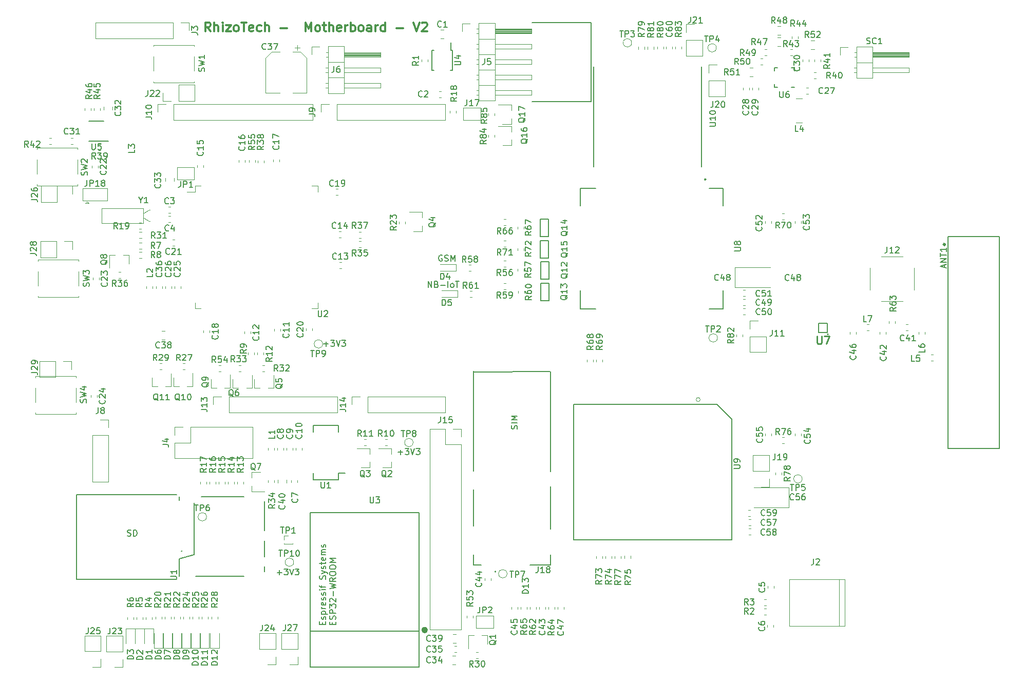
<source format=gbr>
G04 #@! TF.GenerationSoftware,KiCad,Pcbnew,5.0.2-bee76a0~70~ubuntu18.04.1*
G04 #@! TF.CreationDate,2019-03-08T13:42:59+01:00*
G04 #@! TF.ProjectId,BaseCircuit_V2,42617365-4369-4726-9375-69745f56322e,V1*
G04 #@! TF.SameCoordinates,Original*
G04 #@! TF.FileFunction,Legend,Top*
G04 #@! TF.FilePolarity,Positive*
%FSLAX46Y46*%
G04 Gerber Fmt 4.6, Leading zero omitted, Abs format (unit mm)*
G04 Created by KiCad (PCBNEW 5.0.2-bee76a0~70~ubuntu18.04.1) date Fr 08 Mär 2019 13:42:59 CET*
%MOMM*%
%LPD*%
G01*
G04 APERTURE LIST*
%ADD10C,0.150000*%
%ADD11C,0.200000*%
%ADD12C,0.300000*%
%ADD13C,0.120000*%
%ADD14C,0.100000*%
%ADD15C,0.127000*%
%ADD16C,0.500000*%
%ADD17C,0.254000*%
%ADD18C,0.152400*%
G04 APERTURE END LIST*
D10*
X32414285Y-101664761D02*
X32557142Y-101712380D01*
X32795238Y-101712380D01*
X32890476Y-101664761D01*
X32938095Y-101617142D01*
X32985714Y-101521904D01*
X32985714Y-101426666D01*
X32938095Y-101331428D01*
X32890476Y-101283809D01*
X32795238Y-101236190D01*
X32604761Y-101188571D01*
X32509523Y-101140952D01*
X32461904Y-101093333D01*
X32414285Y-100998095D01*
X32414285Y-100902857D01*
X32461904Y-100807619D01*
X32509523Y-100760000D01*
X32604761Y-100712380D01*
X32842857Y-100712380D01*
X32985714Y-100760000D01*
X33414285Y-101712380D02*
X33414285Y-100712380D01*
X33652380Y-100712380D01*
X33795238Y-100760000D01*
X33890476Y-100855238D01*
X33938095Y-100950476D01*
X33985714Y-101140952D01*
X33985714Y-101283809D01*
X33938095Y-101474285D01*
X33890476Y-101569523D01*
X33795238Y-101664761D01*
X33652380Y-101712380D01*
X33414285Y-101712380D01*
X96654761Y-84035238D02*
X96702380Y-83892380D01*
X96702380Y-83654285D01*
X96654761Y-83559047D01*
X96607142Y-83511428D01*
X96511904Y-83463809D01*
X96416666Y-83463809D01*
X96321428Y-83511428D01*
X96273809Y-83559047D01*
X96226190Y-83654285D01*
X96178571Y-83844761D01*
X96130952Y-83940000D01*
X96083333Y-83987619D01*
X95988095Y-84035238D01*
X95892857Y-84035238D01*
X95797619Y-83987619D01*
X95750000Y-83940000D01*
X95702380Y-83844761D01*
X95702380Y-83606666D01*
X95750000Y-83463809D01*
X96702380Y-83035238D02*
X95702380Y-83035238D01*
X96702380Y-82559047D02*
X95702380Y-82559047D01*
X96416666Y-82225714D01*
X95702380Y-81892380D01*
X96702380Y-81892380D01*
D11*
X108840000Y-17050000D02*
X108840000Y-30030000D01*
X108860000Y-17000000D02*
X99090000Y-17000000D01*
X108860000Y-30000000D02*
X99090000Y-30000000D01*
X89490000Y-91030000D02*
X89490000Y-74520000D01*
X102100000Y-74600000D02*
X89510000Y-74610000D01*
X102170000Y-91060000D02*
X102170000Y-74550000D01*
D12*
X46107142Y-18458571D02*
X45607142Y-17744285D01*
X45249999Y-18458571D02*
X45249999Y-16958571D01*
X45821428Y-16958571D01*
X45964285Y-17030000D01*
X46035714Y-17101428D01*
X46107142Y-17244285D01*
X46107142Y-17458571D01*
X46035714Y-17601428D01*
X45964285Y-17672857D01*
X45821428Y-17744285D01*
X45249999Y-17744285D01*
X46749999Y-18458571D02*
X46749999Y-16958571D01*
X47392857Y-18458571D02*
X47392857Y-17672857D01*
X47321428Y-17530000D01*
X47178571Y-17458571D01*
X46964285Y-17458571D01*
X46821428Y-17530000D01*
X46749999Y-17601428D01*
X48107142Y-18458571D02*
X48107142Y-17458571D01*
X48107142Y-16958571D02*
X48035714Y-17030000D01*
X48107142Y-17101428D01*
X48178571Y-17030000D01*
X48107142Y-16958571D01*
X48107142Y-17101428D01*
X48678571Y-17458571D02*
X49464285Y-17458571D01*
X48678571Y-18458571D01*
X49464285Y-18458571D01*
X50249999Y-18458571D02*
X50107142Y-18387142D01*
X50035714Y-18315714D01*
X49964285Y-18172857D01*
X49964285Y-17744285D01*
X50035714Y-17601428D01*
X50107142Y-17530000D01*
X50249999Y-17458571D01*
X50464285Y-17458571D01*
X50607142Y-17530000D01*
X50678571Y-17601428D01*
X50749999Y-17744285D01*
X50749999Y-18172857D01*
X50678571Y-18315714D01*
X50607142Y-18387142D01*
X50464285Y-18458571D01*
X50249999Y-18458571D01*
X51178571Y-16958571D02*
X52035714Y-16958571D01*
X51607142Y-18458571D02*
X51607142Y-16958571D01*
X53107142Y-18387142D02*
X52964285Y-18458571D01*
X52678571Y-18458571D01*
X52535714Y-18387142D01*
X52464285Y-18244285D01*
X52464285Y-17672857D01*
X52535714Y-17530000D01*
X52678571Y-17458571D01*
X52964285Y-17458571D01*
X53107142Y-17530000D01*
X53178571Y-17672857D01*
X53178571Y-17815714D01*
X52464285Y-17958571D01*
X54464285Y-18387142D02*
X54321428Y-18458571D01*
X54035714Y-18458571D01*
X53892857Y-18387142D01*
X53821428Y-18315714D01*
X53749999Y-18172857D01*
X53749999Y-17744285D01*
X53821428Y-17601428D01*
X53892857Y-17530000D01*
X54035714Y-17458571D01*
X54321428Y-17458571D01*
X54464285Y-17530000D01*
X55107142Y-18458571D02*
X55107142Y-16958571D01*
X55749999Y-18458571D02*
X55749999Y-17672857D01*
X55678571Y-17530000D01*
X55535714Y-17458571D01*
X55321428Y-17458571D01*
X55178571Y-17530000D01*
X55107142Y-17601428D01*
X57607142Y-17887142D02*
X58749999Y-17887142D01*
X61749999Y-18458571D02*
X61749999Y-16958571D01*
X62249999Y-18030000D01*
X62749999Y-16958571D01*
X62749999Y-18458571D01*
X63678571Y-18458571D02*
X63535714Y-18387142D01*
X63464285Y-18315714D01*
X63392857Y-18172857D01*
X63392857Y-17744285D01*
X63464285Y-17601428D01*
X63535714Y-17530000D01*
X63678571Y-17458571D01*
X63892857Y-17458571D01*
X64035714Y-17530000D01*
X64107142Y-17601428D01*
X64178571Y-17744285D01*
X64178571Y-18172857D01*
X64107142Y-18315714D01*
X64035714Y-18387142D01*
X63892857Y-18458571D01*
X63678571Y-18458571D01*
X64607142Y-17458571D02*
X65178571Y-17458571D01*
X64821428Y-16958571D02*
X64821428Y-18244285D01*
X64892857Y-18387142D01*
X65035714Y-18458571D01*
X65178571Y-18458571D01*
X65678571Y-18458571D02*
X65678571Y-16958571D01*
X66321428Y-18458571D02*
X66321428Y-17672857D01*
X66249999Y-17530000D01*
X66107142Y-17458571D01*
X65892857Y-17458571D01*
X65749999Y-17530000D01*
X65678571Y-17601428D01*
X67607142Y-18387142D02*
X67464285Y-18458571D01*
X67178571Y-18458571D01*
X67035714Y-18387142D01*
X66964285Y-18244285D01*
X66964285Y-17672857D01*
X67035714Y-17530000D01*
X67178571Y-17458571D01*
X67464285Y-17458571D01*
X67607142Y-17530000D01*
X67678571Y-17672857D01*
X67678571Y-17815714D01*
X66964285Y-17958571D01*
X68321428Y-18458571D02*
X68321428Y-17458571D01*
X68321428Y-17744285D02*
X68392857Y-17601428D01*
X68464285Y-17530000D01*
X68607142Y-17458571D01*
X68750000Y-17458571D01*
X69250000Y-18458571D02*
X69250000Y-16958571D01*
X69250000Y-17530000D02*
X69392857Y-17458571D01*
X69678571Y-17458571D01*
X69821428Y-17530000D01*
X69892857Y-17601428D01*
X69964285Y-17744285D01*
X69964285Y-18172857D01*
X69892857Y-18315714D01*
X69821428Y-18387142D01*
X69678571Y-18458571D01*
X69392857Y-18458571D01*
X69250000Y-18387142D01*
X70821428Y-18458571D02*
X70678571Y-18387142D01*
X70607142Y-18315714D01*
X70535714Y-18172857D01*
X70535714Y-17744285D01*
X70607142Y-17601428D01*
X70678571Y-17530000D01*
X70821428Y-17458571D01*
X71035714Y-17458571D01*
X71178571Y-17530000D01*
X71250000Y-17601428D01*
X71321428Y-17744285D01*
X71321428Y-18172857D01*
X71250000Y-18315714D01*
X71178571Y-18387142D01*
X71035714Y-18458571D01*
X70821428Y-18458571D01*
X72607142Y-18458571D02*
X72607142Y-17672857D01*
X72535714Y-17530000D01*
X72392857Y-17458571D01*
X72107142Y-17458571D01*
X71964285Y-17530000D01*
X72607142Y-18387142D02*
X72464285Y-18458571D01*
X72107142Y-18458571D01*
X71964285Y-18387142D01*
X71892857Y-18244285D01*
X71892857Y-18101428D01*
X71964285Y-17958571D01*
X72107142Y-17887142D01*
X72464285Y-17887142D01*
X72607142Y-17815714D01*
X73321428Y-18458571D02*
X73321428Y-17458571D01*
X73321428Y-17744285D02*
X73392857Y-17601428D01*
X73464285Y-17530000D01*
X73607142Y-17458571D01*
X73750000Y-17458571D01*
X74892857Y-18458571D02*
X74892857Y-16958571D01*
X74892857Y-18387142D02*
X74750000Y-18458571D01*
X74464285Y-18458571D01*
X74321428Y-18387142D01*
X74250000Y-18315714D01*
X74178571Y-18172857D01*
X74178571Y-17744285D01*
X74250000Y-17601428D01*
X74321428Y-17530000D01*
X74464285Y-17458571D01*
X74750000Y-17458571D01*
X74892857Y-17530000D01*
X76750000Y-17887142D02*
X77892857Y-17887142D01*
X79535714Y-16958571D02*
X80035714Y-18458571D01*
X80535714Y-16958571D01*
X80964285Y-17101428D02*
X81035714Y-17030000D01*
X81178571Y-16958571D01*
X81535714Y-16958571D01*
X81678571Y-17030000D01*
X81750000Y-17101428D01*
X81821428Y-17244285D01*
X81821428Y-17387142D01*
X81750000Y-17601428D01*
X80892857Y-18458571D01*
X81821428Y-18458571D01*
D11*
X24003000Y-108839000D02*
X40513000Y-108839000D01*
X24003000Y-94869000D02*
X24003000Y-108839000D01*
X40513000Y-94869000D02*
X24003000Y-94869000D01*
D13*
G04 #@! TO.C,C5*
X137980000Y-110336267D02*
X137980000Y-109993733D01*
X139000000Y-110336267D02*
X139000000Y-109993733D01*
G04 #@! TO.C,C6*
X137920000Y-116398733D02*
X137920000Y-116741267D01*
X138940000Y-116398733D02*
X138940000Y-116741267D01*
G04 #@! TO.C,J2*
X149717856Y-116578509D02*
X149717856Y-108878509D01*
X150717856Y-116578509D02*
X150717856Y-108878509D01*
X150717856Y-108878509D02*
X141517856Y-108878509D01*
X141517856Y-108878509D02*
X141517856Y-116578509D01*
X141517856Y-116578509D02*
X150717856Y-116578509D01*
D14*
G04 #@! TO.C,U9*
X126845400Y-79200000D02*
G75*
G03X126845400Y-79200000I-335400J0D01*
G01*
D15*
X132060000Y-82400000D02*
X132060000Y-102350000D01*
X132060000Y-102350000D02*
X105960000Y-102350000D01*
X105960000Y-102350000D02*
X105960000Y-79950000D01*
X105960000Y-79950000D02*
X129610000Y-79950000D01*
X129610000Y-79950000D02*
X132060000Y-82400000D01*
D13*
G04 #@! TO.C,JP18*
X25001000Y-44339000D02*
X29101000Y-44339000D01*
X29101000Y-44339000D02*
X29101000Y-46339000D01*
X29101000Y-46339000D02*
X25001000Y-46339000D01*
X25001000Y-46339000D02*
X25001000Y-44339000D01*
X25751000Y-46539000D02*
X25451000Y-46839000D01*
X25451000Y-46839000D02*
X26051000Y-46839000D01*
X25751000Y-46539000D02*
X26051000Y-46839000D01*
G04 #@! TO.C,R9*
X53342000Y-71470733D02*
X53342000Y-71813267D01*
X52322000Y-71470733D02*
X52322000Y-71813267D01*
D16*
G04 #@! TO.C,U3*
X81690981Y-117221000D02*
G75*
G03X81690981Y-117221000I-283981J0D01*
G01*
D10*
X62501000Y-117367000D02*
X80501000Y-117367000D01*
X80501000Y-123367000D02*
X80501000Y-97867000D01*
X62501000Y-123367000D02*
X62501000Y-97867000D01*
X62501000Y-97867000D02*
X80501000Y-97867000D01*
X62501000Y-123367000D02*
X80501000Y-123367000D01*
D13*
G04 #@! TO.C,R4*
X35431000Y-115437767D02*
X35431000Y-115095233D01*
X36451000Y-115437767D02*
X36451000Y-115095233D01*
D11*
G04 #@! TO.C,J1*
X40977476Y-108313458D02*
X40977476Y-105464458D01*
X40977476Y-105464458D02*
X43397476Y-104759458D01*
X43397476Y-104759458D02*
X43397476Y-96204458D01*
X44627476Y-95213458D02*
X51627476Y-95213458D01*
X43627476Y-108313458D02*
X51625476Y-108313458D01*
X40977476Y-95213458D02*
X40977476Y-95839458D01*
X55027476Y-100813458D02*
X55027476Y-96013458D01*
X55027476Y-105163458D02*
X55027476Y-102513458D01*
X55027476Y-107573458D02*
X55027476Y-106713458D01*
D17*
X41388046Y-104197458D02*
G75*
G03X41388046Y-104197458I-54570J0D01*
G01*
D13*
G04 #@! TO.C,Q1*
X91750000Y-118096000D02*
X90820000Y-118096000D01*
X88590000Y-118096000D02*
X89520000Y-118096000D01*
X88590000Y-118096000D02*
X88590000Y-120256000D01*
X91750000Y-118096000D02*
X91750000Y-119556000D01*
G04 #@! TO.C,Q7*
X52850000Y-91191000D02*
X52850000Y-92121000D01*
X52850000Y-94351000D02*
X52850000Y-93421000D01*
X52850000Y-94351000D02*
X55010000Y-94351000D01*
X52850000Y-91191000D02*
X54310000Y-91191000D01*
G04 #@! TO.C,L4*
X143651500Y-33514000D02*
X142671500Y-33514000D01*
X143651500Y-29494000D02*
X142671500Y-29494000D01*
D10*
G04 #@! TO.C,U6*
X139098500Y-27682500D02*
X139098500Y-27182500D01*
X142348500Y-24432500D02*
X142348500Y-24932500D01*
X139098500Y-24432500D02*
X139098500Y-24932500D01*
X142348500Y-27682500D02*
X141848500Y-27682500D01*
X142348500Y-24432500D02*
X141848500Y-24432500D01*
X139098500Y-24432500D02*
X139598500Y-24432500D01*
X139098500Y-27682500D02*
X139598500Y-27682500D01*
D13*
G04 #@! TO.C,Q4*
X81024000Y-51427500D02*
X79564000Y-51427500D01*
X81024000Y-48267500D02*
X78864000Y-48267500D01*
X81024000Y-48267500D02*
X81024000Y-49197500D01*
X81024000Y-51427500D02*
X81024000Y-50497500D01*
G04 #@! TO.C,Q9*
X46169500Y-77277500D02*
X47099500Y-77277500D01*
X49329500Y-77277500D02*
X48399500Y-77277500D01*
X49329500Y-77277500D02*
X49329500Y-75117500D01*
X46169500Y-77277500D02*
X46169500Y-75817500D01*
G04 #@! TO.C,Q10*
X40012500Y-77023500D02*
X40942500Y-77023500D01*
X43172500Y-77023500D02*
X42242500Y-77023500D01*
X43172500Y-77023500D02*
X43172500Y-74863500D01*
X40012500Y-77023500D02*
X40012500Y-75563500D01*
G04 #@! TO.C,Q11*
X36456500Y-77039500D02*
X36456500Y-75579500D01*
X39616500Y-77039500D02*
X39616500Y-74879500D01*
X39616500Y-77039500D02*
X38686500Y-77039500D01*
X36456500Y-77039500D02*
X37386500Y-77039500D01*
G04 #@! TO.C,C36*
X38135302Y-60529719D02*
X38135302Y-60872253D01*
X37115302Y-60529719D02*
X37115302Y-60872253D01*
G04 #@! TO.C,C38*
X38606252Y-69290000D02*
X38083748Y-69290000D01*
X38606252Y-67870000D02*
X38083748Y-67870000D01*
G04 #@! TO.C,C39*
X86612252Y-119328000D02*
X86089748Y-119328000D01*
X86612252Y-117908000D02*
X86089748Y-117908000D01*
G04 #@! TO.C,C40*
X57202000Y-92439748D02*
X57202000Y-92962252D01*
X58622000Y-92439748D02*
X58622000Y-92962252D01*
G04 #@! TO.C,R18*
X86616000Y-31578733D02*
X86616000Y-31921267D01*
X85596000Y-31578733D02*
X85596000Y-31921267D01*
G04 #@! TO.C,R23*
X78234000Y-50159767D02*
X78234000Y-49817233D01*
X77214000Y-50159767D02*
X77214000Y-49817233D01*
G04 #@! TO.C,R27*
X41562233Y-73213500D02*
X41904767Y-73213500D01*
X41562233Y-74233500D02*
X41904767Y-74233500D01*
G04 #@! TO.C,R29*
X37724233Y-73213500D02*
X38066767Y-73213500D01*
X37724233Y-74233500D02*
X38066767Y-74233500D01*
G04 #@! TO.C,R53*
X88390000Y-114890733D02*
X88390000Y-115233267D01*
X89410000Y-114890733D02*
X89410000Y-115233267D01*
G04 #@! TO.C,R54*
X47451088Y-74549682D02*
X47793622Y-74549682D01*
X47451088Y-73529682D02*
X47793622Y-73529682D01*
G04 #@! TO.C,C1*
X84057748Y-19633000D02*
X84580252Y-19633000D01*
X84057748Y-18213000D02*
X84580252Y-18213000D01*
G04 #@! TO.C,C3*
X39184732Y-48389000D02*
X39527266Y-48389000D01*
X39184732Y-47369000D02*
X39527266Y-47369000D01*
G04 #@! TO.C,C4*
X39184732Y-49913000D02*
X39527266Y-49913000D01*
X39184732Y-48893000D02*
X39527266Y-48893000D01*
G04 #@! TO.C,C10*
X60196000Y-87218733D02*
X60196000Y-87561267D01*
X61216000Y-87218733D02*
X61216000Y-87561267D01*
G04 #@! TO.C,C11*
X56636702Y-67537779D02*
X56636702Y-67880313D01*
X57656702Y-67537779D02*
X57656702Y-67880313D01*
G04 #@! TO.C,C12*
X52717562Y-67986792D02*
X52717562Y-68329326D01*
X51697562Y-67986792D02*
X51697562Y-68329326D01*
G04 #@! TO.C,C13*
X67329232Y-56513000D02*
X67671768Y-56513000D01*
X67329232Y-57533000D02*
X67671768Y-57533000D01*
G04 #@! TO.C,C14*
X67250756Y-51433000D02*
X67593290Y-51433000D01*
X67250756Y-52453000D02*
X67593290Y-52453000D01*
G04 #@! TO.C,C15*
X44960000Y-40860766D02*
X44960000Y-40518232D01*
X43940000Y-40860766D02*
X43940000Y-40518232D01*
G04 #@! TO.C,C16*
X50798000Y-40063268D02*
X50798000Y-39720734D01*
X51818000Y-40063268D02*
X51818000Y-39720734D01*
G04 #@! TO.C,C17*
X57456800Y-39936268D02*
X57456800Y-39593734D01*
X56436800Y-39936268D02*
X56436800Y-39593734D01*
G04 #@! TO.C,C18*
X45976000Y-67787733D02*
X45976000Y-68130267D01*
X44956000Y-67787733D02*
X44956000Y-68130267D01*
G04 #@! TO.C,C19*
X66807233Y-44448000D02*
X67149767Y-44448000D01*
X66807233Y-45468000D02*
X67149767Y-45468000D01*
G04 #@! TO.C,C20*
X62865251Y-67804655D02*
X62865251Y-67462121D01*
X61845251Y-67804655D02*
X61845251Y-67462121D01*
G04 #@! TO.C,C21*
X40176267Y-52830000D02*
X39833733Y-52830000D01*
X40176267Y-53850000D02*
X39833733Y-53850000D01*
G04 #@! TO.C,C24*
X27383200Y-78455733D02*
X27383200Y-78798267D01*
X26363200Y-78455733D02*
X26363200Y-78798267D01*
G04 #@! TO.C,C25*
X41183302Y-60543719D02*
X41183302Y-60886253D01*
X40163302Y-60543719D02*
X40163302Y-60886253D01*
G04 #@! TO.C,C26*
X38639302Y-60529718D02*
X38639302Y-60872252D01*
X39659302Y-60529718D02*
X39659302Y-60872252D01*
G04 #@! TO.C,C27*
X144360233Y-27755500D02*
X144702767Y-27755500D01*
X144360233Y-28775500D02*
X144702767Y-28775500D01*
G04 #@! TO.C,C28*
X134895500Y-28053267D02*
X134895500Y-27710733D01*
X133875500Y-28053267D02*
X133875500Y-27710733D01*
G04 #@! TO.C,C29*
X135399500Y-28055767D02*
X135399500Y-27713233D01*
X136419500Y-28055767D02*
X136419500Y-27713233D01*
G04 #@! TO.C,C30*
X143718000Y-23469767D02*
X143718000Y-23127233D01*
X144738000Y-23469767D02*
X144738000Y-23127233D01*
G04 #@! TO.C,C31*
X23426267Y-37086000D02*
X23083733Y-37086000D01*
X23426267Y-36066000D02*
X23083733Y-36066000D01*
G04 #@! TO.C,C32*
X28500000Y-31367252D02*
X28500000Y-30844748D01*
X29920000Y-31367252D02*
X29920000Y-30844748D01*
G04 #@! TO.C,C33*
X40080000Y-42655748D02*
X40080000Y-43178252D01*
X38660000Y-42655748D02*
X38660000Y-43178252D01*
G04 #@! TO.C,C34*
X86503252Y-121464000D02*
X85980748Y-121464000D01*
X86503252Y-122884000D02*
X85980748Y-122884000D01*
G04 #@! TO.C,C35*
X86644267Y-119886000D02*
X86301733Y-119886000D01*
X86644267Y-120906000D02*
X86301733Y-120906000D01*
G04 #@! TO.C,D6*
X38263500Y-120235000D02*
X38263500Y-117775000D01*
X36793500Y-120235000D02*
X38263500Y-120235000D01*
X36793500Y-117775000D02*
X36793500Y-120235000D01*
G04 #@! TO.C,D7*
X39787500Y-120235000D02*
X39787500Y-117775000D01*
X38317500Y-120235000D02*
X39787500Y-120235000D01*
X38317500Y-117775000D02*
X38317500Y-120235000D01*
G04 #@! TO.C,D8*
X39841500Y-117775000D02*
X39841500Y-120235000D01*
X39841500Y-120235000D02*
X41311500Y-120235000D01*
X41311500Y-120235000D02*
X41311500Y-117775000D01*
G04 #@! TO.C,D9*
X42835500Y-120235000D02*
X42835500Y-117775000D01*
X41365500Y-120235000D02*
X42835500Y-120235000D01*
X41365500Y-117775000D02*
X41365500Y-120235000D01*
G04 #@! TO.C,D10*
X42889500Y-117775000D02*
X42889500Y-120235000D01*
X42889500Y-120235000D02*
X44359500Y-120235000D01*
X44359500Y-120235000D02*
X44359500Y-117775000D01*
G04 #@! TO.C,D11*
X45883500Y-120235000D02*
X45883500Y-117775000D01*
X44413500Y-120235000D02*
X45883500Y-120235000D01*
X44413500Y-117775000D02*
X44413500Y-120235000D01*
G04 #@! TO.C,D12*
X46064500Y-117775000D02*
X46064500Y-120235000D01*
X46064500Y-120235000D02*
X47534500Y-120235000D01*
X47534500Y-120235000D02*
X47534500Y-117775000D01*
G04 #@! TO.C,R1*
X80897000Y-23426267D02*
X80897000Y-23083733D01*
X81917000Y-23426267D02*
X81917000Y-23083733D01*
G04 #@! TO.C,R2*
X137388733Y-113650000D02*
X137731267Y-113650000D01*
X137388733Y-114670000D02*
X137731267Y-114670000D01*
G04 #@! TO.C,R3*
X137403733Y-113140000D02*
X137746267Y-113140000D01*
X137403733Y-112120000D02*
X137746267Y-112120000D01*
G04 #@! TO.C,R5*
X33907000Y-115437767D02*
X33907000Y-115095233D01*
X34927000Y-115437767D02*
X34927000Y-115095233D01*
G04 #@! TO.C,R6*
X32383000Y-115437767D02*
X32383000Y-115095233D01*
X33403000Y-115437767D02*
X33403000Y-115095233D01*
G04 #@! TO.C,R10*
X74871733Y-85723000D02*
X75214267Y-85723000D01*
X74871733Y-86743000D02*
X75214267Y-86743000D01*
G04 #@! TO.C,R11*
X71442733Y-86743000D02*
X71785267Y-86743000D01*
X71442733Y-85723000D02*
X71785267Y-85723000D01*
G04 #@! TO.C,R13*
X50544000Y-92806733D02*
X50544000Y-93149267D01*
X51564000Y-92806733D02*
X51564000Y-93149267D01*
G04 #@! TO.C,R14*
X50040000Y-92806733D02*
X50040000Y-93149267D01*
X49020000Y-92806733D02*
X49020000Y-93149267D01*
G04 #@! TO.C,R15*
X48516000Y-92806733D02*
X48516000Y-93149267D01*
X47496000Y-92806733D02*
X47496000Y-93149267D01*
G04 #@! TO.C,R16*
X46992000Y-92806733D02*
X46992000Y-93149267D01*
X45972000Y-92806733D02*
X45972000Y-93149267D01*
G04 #@! TO.C,R17*
X44448000Y-92806733D02*
X44448000Y-93149267D01*
X45468000Y-92806733D02*
X45468000Y-93149267D01*
G04 #@! TO.C,R20*
X37018500Y-115003733D02*
X37018500Y-115346267D01*
X38038500Y-115003733D02*
X38038500Y-115346267D01*
G04 #@! TO.C,R21*
X39562500Y-115003733D02*
X39562500Y-115346267D01*
X38542500Y-115003733D02*
X38542500Y-115346267D01*
G04 #@! TO.C,R22*
X40066500Y-115003733D02*
X40066500Y-115346267D01*
X41086500Y-115003733D02*
X41086500Y-115346267D01*
G04 #@! TO.C,R24*
X42610500Y-115003733D02*
X42610500Y-115346267D01*
X41590500Y-115003733D02*
X41590500Y-115346267D01*
G04 #@! TO.C,R25*
X44134500Y-115003733D02*
X44134500Y-115346267D01*
X43114500Y-115003733D02*
X43114500Y-115346267D01*
G04 #@! TO.C,R26*
X45658500Y-115003733D02*
X45658500Y-115346267D01*
X44638500Y-115003733D02*
X44638500Y-115346267D01*
G04 #@! TO.C,R28*
X46289500Y-115003733D02*
X46289500Y-115346267D01*
X47309500Y-115003733D02*
X47309500Y-115346267D01*
G04 #@! TO.C,R30*
X90228267Y-121922000D02*
X89885733Y-121922000D01*
X90228267Y-120902000D02*
X89885733Y-120902000D01*
G04 #@! TO.C,R34*
X55624000Y-92552733D02*
X55624000Y-92895267D01*
X56644000Y-92552733D02*
X56644000Y-92895267D01*
G04 #@! TO.C,R39*
X27970267Y-37082000D02*
X27627733Y-37082000D01*
X27970267Y-38102000D02*
X27627733Y-38102000D01*
G04 #@! TO.C,R40*
X145972767Y-25215500D02*
X145630233Y-25215500D01*
X145972767Y-26235500D02*
X145630233Y-26235500D01*
G04 #@! TO.C,R41*
X145686500Y-23469767D02*
X145686500Y-23127233D01*
X146706500Y-23469767D02*
X146706500Y-23127233D01*
G04 #@! TO.C,R42*
X19842267Y-36066000D02*
X19499733Y-36066000D01*
X19842267Y-37086000D02*
X19499733Y-37086000D01*
G04 #@! TO.C,R43*
X141664233Y-22425500D02*
X142006767Y-22425500D01*
X141664233Y-21405500D02*
X142006767Y-21405500D01*
G04 #@! TO.C,R44*
X141990800Y-19635667D02*
X141990800Y-19293133D01*
X143010800Y-19635667D02*
X143010800Y-19293133D01*
G04 #@! TO.C,R45*
X27942000Y-31490767D02*
X27942000Y-31148233D01*
X26922000Y-31490767D02*
X26922000Y-31148233D01*
G04 #@! TO.C,R46*
X26418000Y-31148233D02*
X26418000Y-31490767D01*
X25398000Y-31148233D02*
X25398000Y-31490767D01*
G04 #@! TO.C,R47*
X140098752Y-19491000D02*
X139576248Y-19491000D01*
X140098752Y-20911000D02*
X139576248Y-20911000D01*
G04 #@! TO.C,R48*
X139576248Y-17586000D02*
X140098752Y-17586000D01*
X139576248Y-19006000D02*
X140098752Y-19006000D01*
G04 #@! TO.C,R49*
X137809267Y-22425500D02*
X137466733Y-22425500D01*
X137809267Y-21405500D02*
X137466733Y-21405500D01*
G04 #@! TO.C,R50*
X137110767Y-22929500D02*
X136768233Y-22929500D01*
X137110767Y-23949500D02*
X136768233Y-23949500D01*
G04 #@! TO.C,R51*
X135548452Y-24444000D02*
X135025948Y-24444000D01*
X135548452Y-25864000D02*
X135025948Y-25864000D01*
G04 #@! TO.C,R52*
X145118748Y-19935500D02*
X145641252Y-19935500D01*
X145118748Y-21355500D02*
X145641252Y-21355500D01*
G04 #@! TO.C,J3*
X27168800Y-16958000D02*
X27168800Y-19618000D01*
X39928800Y-16958000D02*
X27168800Y-16958000D01*
X39928800Y-19618000D02*
X27168800Y-19618000D01*
X39928800Y-16958000D02*
X39928800Y-19618000D01*
X41198800Y-16958000D02*
X42528800Y-16958000D01*
X42528800Y-16958000D02*
X42528800Y-18288000D01*
G04 #@! TO.C,J5*
X90340000Y-17085000D02*
X90340000Y-29905000D01*
X90340000Y-29905000D02*
X93000000Y-29905000D01*
X93000000Y-29905000D02*
X93000000Y-17085000D01*
X93000000Y-17085000D02*
X90340000Y-17085000D01*
X93000000Y-18035000D02*
X99000000Y-18035000D01*
X99000000Y-18035000D02*
X99000000Y-18795000D01*
X99000000Y-18795000D02*
X93000000Y-18795000D01*
X93000000Y-18095000D02*
X99000000Y-18095000D01*
X93000000Y-18215000D02*
X99000000Y-18215000D01*
X93000000Y-18335000D02*
X99000000Y-18335000D01*
X93000000Y-18455000D02*
X99000000Y-18455000D01*
X93000000Y-18575000D02*
X99000000Y-18575000D01*
X93000000Y-18695000D02*
X99000000Y-18695000D01*
X90010000Y-18035000D02*
X90340000Y-18035000D01*
X90010000Y-18795000D02*
X90340000Y-18795000D01*
X90340000Y-19685000D02*
X93000000Y-19685000D01*
X93000000Y-20575000D02*
X99000000Y-20575000D01*
X99000000Y-20575000D02*
X99000000Y-21335000D01*
X99000000Y-21335000D02*
X93000000Y-21335000D01*
X89942929Y-20575000D02*
X90340000Y-20575000D01*
X89942929Y-21335000D02*
X90340000Y-21335000D01*
X90340000Y-22225000D02*
X93000000Y-22225000D01*
X93000000Y-23115000D02*
X99000000Y-23115000D01*
X99000000Y-23115000D02*
X99000000Y-23875000D01*
X99000000Y-23875000D02*
X93000000Y-23875000D01*
X89942929Y-23115000D02*
X90340000Y-23115000D01*
X89942929Y-23875000D02*
X90340000Y-23875000D01*
X90340000Y-24765000D02*
X93000000Y-24765000D01*
X93000000Y-25655000D02*
X99000000Y-25655000D01*
X99000000Y-25655000D02*
X99000000Y-26415000D01*
X99000000Y-26415000D02*
X93000000Y-26415000D01*
X89942929Y-25655000D02*
X90340000Y-25655000D01*
X89942929Y-26415000D02*
X90340000Y-26415000D01*
X90340000Y-27305000D02*
X93000000Y-27305000D01*
X93000000Y-28195000D02*
X99000000Y-28195000D01*
X99000000Y-28195000D02*
X99000000Y-28955000D01*
X99000000Y-28955000D02*
X93000000Y-28955000D01*
X89942929Y-28195000D02*
X90340000Y-28195000D01*
X89942929Y-28955000D02*
X90340000Y-28955000D01*
X87630000Y-18415000D02*
X87630000Y-17145000D01*
X87630000Y-17145000D02*
X88900000Y-17145000D01*
G04 #@! TO.C,J6*
X65498800Y-20920400D02*
X65498800Y-28660400D01*
X65498800Y-28660400D02*
X68158800Y-28660400D01*
X68158800Y-28660400D02*
X68158800Y-20920400D01*
X68158800Y-20920400D02*
X65498800Y-20920400D01*
X68158800Y-21870400D02*
X74158800Y-21870400D01*
X74158800Y-21870400D02*
X74158800Y-22630400D01*
X74158800Y-22630400D02*
X68158800Y-22630400D01*
X68158800Y-21930400D02*
X74158800Y-21930400D01*
X68158800Y-22050400D02*
X74158800Y-22050400D01*
X68158800Y-22170400D02*
X74158800Y-22170400D01*
X68158800Y-22290400D02*
X74158800Y-22290400D01*
X68158800Y-22410400D02*
X74158800Y-22410400D01*
X68158800Y-22530400D02*
X74158800Y-22530400D01*
X65168800Y-21870400D02*
X65498800Y-21870400D01*
X65168800Y-22630400D02*
X65498800Y-22630400D01*
X65498800Y-23520400D02*
X68158800Y-23520400D01*
X68158800Y-24410400D02*
X74158800Y-24410400D01*
X74158800Y-24410400D02*
X74158800Y-25170400D01*
X74158800Y-25170400D02*
X68158800Y-25170400D01*
X65101729Y-24410400D02*
X65498800Y-24410400D01*
X65101729Y-25170400D02*
X65498800Y-25170400D01*
X65498800Y-26060400D02*
X68158800Y-26060400D01*
X68158800Y-26950400D02*
X74158800Y-26950400D01*
X74158800Y-26950400D02*
X74158800Y-27710400D01*
X74158800Y-27710400D02*
X68158800Y-27710400D01*
X65101729Y-26950400D02*
X65498800Y-26950400D01*
X65101729Y-27710400D02*
X65498800Y-27710400D01*
X62788800Y-22250400D02*
X62788800Y-20980400D01*
X62788800Y-20980400D02*
X64058800Y-20980400D01*
G04 #@! TO.C,L1*
X56644000Y-87561267D02*
X56644000Y-87218733D01*
X55624000Y-87561267D02*
X55624000Y-87218733D01*
G04 #@! TO.C,Q2*
X75928000Y-90419000D02*
X74468000Y-90419000D01*
X75928000Y-87259000D02*
X73768000Y-87259000D01*
X75928000Y-87259000D02*
X75928000Y-88189000D01*
X75928000Y-90419000D02*
X75928000Y-89489000D01*
G04 #@! TO.C,Q3*
X72372000Y-90419000D02*
X72372000Y-89489000D01*
X72372000Y-87259000D02*
X72372000Y-88189000D01*
X72372000Y-87259000D02*
X70212000Y-87259000D01*
X72372000Y-90419000D02*
X70912000Y-90419000D01*
G04 #@! TO.C,SC1*
X152610000Y-20980000D02*
X152610000Y-26180000D01*
X152610000Y-26180000D02*
X155270000Y-26180000D01*
X155270000Y-26180000D02*
X155270000Y-20980000D01*
X155270000Y-20980000D02*
X152610000Y-20980000D01*
X155270000Y-21930000D02*
X161270000Y-21930000D01*
X161270000Y-21930000D02*
X161270000Y-22690000D01*
X161270000Y-22690000D02*
X155270000Y-22690000D01*
X155270000Y-21990000D02*
X161270000Y-21990000D01*
X155270000Y-22110000D02*
X161270000Y-22110000D01*
X155270000Y-22230000D02*
X161270000Y-22230000D01*
X155270000Y-22350000D02*
X161270000Y-22350000D01*
X155270000Y-22470000D02*
X161270000Y-22470000D01*
X155270000Y-22590000D02*
X161270000Y-22590000D01*
X152280000Y-21930000D02*
X152610000Y-21930000D01*
X152280000Y-22690000D02*
X152610000Y-22690000D01*
X152610000Y-23580000D02*
X155270000Y-23580000D01*
X155270000Y-24470000D02*
X161270000Y-24470000D01*
X161270000Y-24470000D02*
X161270000Y-25230000D01*
X161270000Y-25230000D02*
X155270000Y-25230000D01*
X152212929Y-24470000D02*
X152610000Y-24470000D01*
X152212929Y-25230000D02*
X152610000Y-25230000D01*
X149900000Y-22310000D02*
X149900000Y-21040000D01*
X149900000Y-21040000D02*
X151170000Y-21040000D01*
G04 #@! TO.C,U2*
X44501510Y-43957930D02*
X43551510Y-43957930D01*
X43551510Y-43957930D02*
X43551510Y-44907930D01*
X62821510Y-43957930D02*
X63771510Y-43957930D01*
X63771510Y-43957930D02*
X63771510Y-44907930D01*
X44501510Y-64177930D02*
X43551510Y-64177930D01*
X43551510Y-64177930D02*
X43551510Y-63227930D01*
X62821510Y-64177930D02*
X63771510Y-64177930D01*
X63771510Y-64177930D02*
X63771510Y-63227930D01*
X43551510Y-44907930D02*
X42261510Y-44907930D01*
D10*
G04 #@! TO.C,U4*
X85995000Y-21525000D02*
X85770000Y-21525000D01*
X85995000Y-24875000D02*
X85695000Y-24875000D01*
X82645000Y-24875000D02*
X82945000Y-24875000D01*
X82645000Y-21525000D02*
X82945000Y-21525000D01*
X85995000Y-21525000D02*
X85995000Y-24875000D01*
X82645000Y-21525000D02*
X82645000Y-24875000D01*
X85770000Y-21525000D02*
X85770000Y-20300000D01*
D13*
G04 #@! TO.C,SW1*
X36696700Y-26893700D02*
X43396700Y-26893700D01*
X43396700Y-20693700D02*
X36696700Y-20693700D01*
X43396700Y-22593700D02*
X43396700Y-24993700D01*
X36696700Y-22593700D02*
X36696700Y-24993700D01*
X36696700Y-20693700D02*
X36696700Y-20893700D01*
X36696700Y-26893700D02*
X36696700Y-26693700D01*
X43396700Y-26893700D02*
X43396700Y-26693700D01*
X43396700Y-20693700D02*
X43396700Y-20893700D01*
G04 #@! TO.C,SW2*
X24207000Y-37685800D02*
X24207000Y-37885800D01*
X24207000Y-43885800D02*
X24207000Y-43685800D01*
X17507000Y-43885800D02*
X17507000Y-43685800D01*
X17507000Y-37685800D02*
X17507000Y-37885800D01*
X17507000Y-39585800D02*
X17507000Y-41985800D01*
X24207000Y-39585800D02*
X24207000Y-41985800D01*
X24207000Y-37685800D02*
X17507000Y-37685800D01*
X17507000Y-43885800D02*
X24207000Y-43885800D01*
G04 #@! TO.C,SW3*
X17626800Y-62326200D02*
X24326800Y-62326200D01*
X24326800Y-56126200D02*
X17626800Y-56126200D01*
X24326800Y-58026200D02*
X24326800Y-60426200D01*
X17626800Y-58026200D02*
X17626800Y-60426200D01*
X17626800Y-56126200D02*
X17626800Y-56326200D01*
X17626800Y-62326200D02*
X17626800Y-62126200D01*
X24326800Y-62326200D02*
X24326800Y-62126200D01*
X24326800Y-56126200D02*
X24326800Y-56326200D01*
G04 #@! TO.C,SW4*
X23971200Y-75354000D02*
X23971200Y-75554000D01*
X23971200Y-81554000D02*
X23971200Y-81354000D01*
X17271200Y-81554000D02*
X17271200Y-81354000D01*
X17271200Y-75354000D02*
X17271200Y-75554000D01*
X17271200Y-77254000D02*
X17271200Y-79654000D01*
X23971200Y-77254000D02*
X23971200Y-79654000D01*
X23971200Y-75354000D02*
X17271200Y-75354000D01*
X17271200Y-81554000D02*
X23971200Y-81554000D01*
D10*
G04 #@! TO.C,U1*
X67159000Y-91312500D02*
X67159000Y-92422500D01*
X63009000Y-92422500D02*
X63009000Y-91312500D01*
X63009000Y-83472500D02*
X63009000Y-84582500D01*
X67159000Y-83472500D02*
X67159000Y-84582500D01*
X67159000Y-92422500D02*
X63009000Y-92422500D01*
X67159000Y-83472500D02*
X63009000Y-83472500D01*
X67159000Y-91312500D02*
X68284000Y-91312500D01*
G04 #@! TO.C,U5*
X28530000Y-33275000D02*
X26080000Y-33275000D01*
X29255000Y-36575000D02*
X26080000Y-36575000D01*
D13*
G04 #@! TO.C,Y1*
X35030000Y-47620507D02*
X28130000Y-47620507D01*
X28130000Y-47620507D02*
X28130000Y-50080507D01*
X28130000Y-50080507D02*
X35030000Y-50080507D01*
X35030000Y-50080507D02*
X35030000Y-47620507D01*
X35030000Y-48500507D02*
X35930000Y-47900507D01*
X35930000Y-47900507D02*
X36130000Y-47900507D01*
X35030000Y-49200507D02*
X35930000Y-49800507D01*
X35930000Y-49800507D02*
X36130000Y-49800507D01*
G04 #@! TO.C,J4*
X40199000Y-88896500D02*
X40199000Y-86296500D01*
X40199000Y-88896500D02*
X53019000Y-88896500D01*
X53019000Y-88896500D02*
X53019000Y-83696500D01*
X42799000Y-83696500D02*
X53019000Y-83696500D01*
X42799000Y-86296500D02*
X42799000Y-83696500D01*
X40199000Y-86296500D02*
X42799000Y-86296500D01*
X40199000Y-83696500D02*
X41529000Y-83696500D01*
X40199000Y-85026500D02*
X40199000Y-83696500D01*
G04 #@! TO.C,J8*
X26610000Y-85090000D02*
X29270000Y-85090000D01*
X26610000Y-85090000D02*
X26610000Y-92770000D01*
X26610000Y-92770000D02*
X29270000Y-92770000D01*
X29270000Y-85090000D02*
X29270000Y-92770000D01*
X29270000Y-82490000D02*
X29270000Y-83820000D01*
X27940000Y-82490000D02*
X29270000Y-82490000D01*
G04 #@! TO.C,J9*
X64329000Y-31750000D02*
X64329000Y-30420000D01*
X64329000Y-30420000D02*
X65659000Y-30420000D01*
X66929000Y-30420000D02*
X84769000Y-30420000D01*
X84769000Y-33080000D02*
X84769000Y-30420000D01*
X66929000Y-33080000D02*
X84769000Y-33080000D01*
X66929000Y-33080000D02*
X66929000Y-30420000D01*
G04 #@! TO.C,J10*
X40005000Y-33080000D02*
X40005000Y-30420000D01*
X40005000Y-33080000D02*
X62925000Y-33080000D01*
X62925000Y-33080000D02*
X62925000Y-30420000D01*
X40005000Y-30420000D02*
X62925000Y-30420000D01*
X37405000Y-30420000D02*
X38735000Y-30420000D01*
X37405000Y-31750000D02*
X37405000Y-30420000D01*
G04 #@! TO.C,J13*
X49149000Y-81340000D02*
X49149000Y-78680000D01*
X49149000Y-81340000D02*
X66989000Y-81340000D01*
X66989000Y-81340000D02*
X66989000Y-78680000D01*
X49149000Y-78680000D02*
X66989000Y-78680000D01*
X46549000Y-78680000D02*
X47879000Y-78680000D01*
X46549000Y-80010000D02*
X46549000Y-78680000D01*
G04 #@! TO.C,J14*
X72009000Y-81340000D02*
X72009000Y-78680000D01*
X72009000Y-81340000D02*
X84769000Y-81340000D01*
X84769000Y-81340000D02*
X84769000Y-78680000D01*
X72009000Y-78680000D02*
X84769000Y-78680000D01*
X69409000Y-78680000D02*
X70739000Y-78680000D01*
X69409000Y-80010000D02*
X69409000Y-78680000D01*
G04 #@! TO.C,JP1*
X43422000Y-42910000D02*
X40622000Y-42910000D01*
X40622000Y-42910000D02*
X40622000Y-40910000D01*
X40622000Y-40910000D02*
X43422000Y-40910000D01*
X43422000Y-40910000D02*
X43422000Y-42910000D01*
G04 #@! TO.C,JP2*
X92728000Y-114887500D02*
X92728000Y-116887500D01*
X89928000Y-114887500D02*
X92728000Y-114887500D01*
X89928000Y-116887500D02*
X89928000Y-114887500D01*
X92728000Y-116887500D02*
X89928000Y-116887500D01*
G04 #@! TO.C,R12*
X53846000Y-71470733D02*
X53846000Y-71813267D01*
X54866000Y-71470733D02*
X54866000Y-71813267D01*
G04 #@! TO.C,R19*
X34358733Y-51056000D02*
X34701267Y-51056000D01*
X34358733Y-50036000D02*
X34701267Y-50036000D01*
G04 #@! TO.C,R31*
X34386733Y-51560000D02*
X34729267Y-51560000D01*
X34386733Y-52580000D02*
X34729267Y-52580000D01*
G04 #@! TO.C,R35*
X70896267Y-54104000D02*
X70553733Y-54104000D01*
X70896267Y-53084000D02*
X70553733Y-53084000D01*
G04 #@! TO.C,R37*
X70896267Y-51560000D02*
X70553733Y-51560000D01*
X70896267Y-52580000D02*
X70553733Y-52580000D01*
G04 #@! TO.C,R38*
X54929500Y-39784233D02*
X54929500Y-40126767D01*
X53909500Y-39784233D02*
X53909500Y-40126767D01*
G04 #@! TO.C,R55*
X52423600Y-39695333D02*
X52423600Y-40037867D01*
X53443600Y-39695333D02*
X53443600Y-40037867D01*
G04 #@! TO.C,C22*
X27561000Y-40646533D02*
X27561000Y-40989067D01*
X26541000Y-40646533D02*
X26541000Y-40989067D01*
G04 #@! TO.C,C23*
X26718800Y-59086933D02*
X26718800Y-59429467D01*
X27738800Y-59086933D02*
X27738800Y-59429467D01*
G04 #@! TO.C,L2*
X36578000Y-60520733D02*
X36578000Y-60863267D01*
X35558000Y-60520733D02*
X35558000Y-60863267D01*
G04 #@! TO.C,Q5*
X53347500Y-77293500D02*
X54277500Y-77293500D01*
X56507500Y-77293500D02*
X55577500Y-77293500D01*
X56507500Y-77293500D02*
X56507500Y-75133500D01*
X53347500Y-77293500D02*
X53347500Y-75833500D01*
G04 #@! TO.C,Q6*
X49791500Y-77293500D02*
X50721500Y-77293500D01*
X52951500Y-77293500D02*
X52021500Y-77293500D01*
X52951500Y-77293500D02*
X52951500Y-75133500D01*
X49791500Y-77293500D02*
X49791500Y-75833500D01*
G04 #@! TO.C,Q8*
X32631500Y-55310500D02*
X32631500Y-56770500D01*
X29471500Y-55310500D02*
X29471500Y-57470500D01*
X29471500Y-55310500D02*
X30401500Y-55310500D01*
X32631500Y-55310500D02*
X31701500Y-55310500D01*
G04 #@! TO.C,R7*
X34386733Y-54294500D02*
X34729267Y-54294500D01*
X34386733Y-53274500D02*
X34729267Y-53274500D01*
G04 #@! TO.C,R8*
X34729267Y-55818500D02*
X34386733Y-55818500D01*
X34729267Y-54798500D02*
X34386733Y-54798500D01*
G04 #@! TO.C,R32*
X54678733Y-74551000D02*
X55021267Y-74551000D01*
X54678733Y-73531000D02*
X55021267Y-73531000D01*
G04 #@! TO.C,R33*
X50805233Y-73531000D02*
X51147767Y-73531000D01*
X50805233Y-74551000D02*
X51147767Y-74551000D01*
G04 #@! TO.C,R36*
X31335767Y-59120500D02*
X30993233Y-59120500D01*
X31335767Y-58100500D02*
X30993233Y-58100500D01*
G04 #@! TO.C,J17*
X87810000Y-33060000D02*
X87810000Y-31060000D01*
X90610000Y-33060000D02*
X87810000Y-33060000D01*
X90610000Y-31060000D02*
X90610000Y-33060000D01*
X87810000Y-31060000D02*
X90610000Y-31060000D01*
G04 #@! TO.C,J15*
X82236000Y-84014000D02*
X84836000Y-84014000D01*
X82236000Y-84014000D02*
X82236000Y-117154000D01*
X82236000Y-117154000D02*
X87436000Y-117154000D01*
X87436000Y-86614000D02*
X87436000Y-117154000D01*
X84836000Y-86614000D02*
X87436000Y-86614000D01*
X84836000Y-84014000D02*
X84836000Y-86614000D01*
X87436000Y-84014000D02*
X87436000Y-85344000D01*
X86106000Y-84014000D02*
X87436000Y-84014000D01*
G04 #@! TO.C,C8*
X57148000Y-87218733D02*
X57148000Y-87561267D01*
X58168000Y-87218733D02*
X58168000Y-87561267D01*
G04 #@! TO.C,C9*
X59692000Y-87218733D02*
X59692000Y-87561267D01*
X58672000Y-87218733D02*
X58672000Y-87561267D01*
G04 #@! TO.C,C2*
X84109267Y-28319000D02*
X83766733Y-28319000D01*
X84109267Y-29339000D02*
X83766733Y-29339000D01*
G04 #@! TO.C,C7*
X60454000Y-92529733D02*
X60454000Y-92872267D01*
X59434000Y-92529733D02*
X59434000Y-92872267D01*
G04 #@! TO.C,C37*
X55162400Y-28599200D02*
X57512400Y-28599200D01*
X61982400Y-28599200D02*
X59632400Y-28599200D01*
X61982400Y-22843637D02*
X61982400Y-28599200D01*
X55162400Y-22843637D02*
X55162400Y-28599200D01*
X56226837Y-21779200D02*
X57512400Y-21779200D01*
X60917963Y-21779200D02*
X59632400Y-21779200D01*
X60917963Y-21779200D02*
X61982400Y-22843637D01*
X56226837Y-21779200D02*
X55162400Y-22843637D01*
X60419900Y-20751700D02*
X60419900Y-21539200D01*
X60813650Y-21145450D02*
X60026150Y-21145450D01*
G04 #@! TO.C,C41*
X160763733Y-67790000D02*
X161106267Y-67790000D01*
X160763733Y-66770000D02*
X161106267Y-66770000D01*
G04 #@! TO.C,C42*
X157450000Y-68028733D02*
X157450000Y-68371267D01*
X156430000Y-68028733D02*
X156430000Y-68371267D01*
G04 #@! TO.C,C43*
X101310000Y-113428733D02*
X101310000Y-113771267D01*
X100290000Y-113428733D02*
X100290000Y-113771267D01*
G04 #@! TO.C,C44*
X92310000Y-108678733D02*
X92310000Y-109021267D01*
X91290000Y-108678733D02*
X91290000Y-109021267D01*
G04 #@! TO.C,C45*
X95710000Y-113428733D02*
X95710000Y-113771267D01*
X96730000Y-113428733D02*
X96730000Y-113771267D01*
G04 #@! TO.C,C46*
X151530000Y-68033733D02*
X151530000Y-68376267D01*
X152550000Y-68033733D02*
X152550000Y-68376267D01*
G04 #@! TO.C,C47*
X103330000Y-113443733D02*
X103330000Y-113786267D01*
X104350000Y-113443733D02*
X104350000Y-113786267D01*
G04 #@! TO.C,C49*
X133918733Y-62660000D02*
X134261267Y-62660000D01*
X133918733Y-63680000D02*
X134261267Y-63680000D01*
G04 #@! TO.C,C50*
X133928733Y-65210000D02*
X134271267Y-65210000D01*
X133928733Y-64190000D02*
X134271267Y-64190000D01*
G04 #@! TO.C,C51*
X133933733Y-61140000D02*
X134276267Y-61140000D01*
X133933733Y-62160000D02*
X134276267Y-62160000D01*
G04 #@! TO.C,C52*
X138580000Y-49763733D02*
X138580000Y-50106267D01*
X137560000Y-49763733D02*
X137560000Y-50106267D01*
G04 #@! TO.C,C53*
X142470000Y-49753733D02*
X142470000Y-50096267D01*
X143490000Y-49753733D02*
X143490000Y-50096267D01*
G04 #@! TO.C,C54*
X142490000Y-85176267D02*
X142490000Y-84833733D01*
X143510000Y-85176267D02*
X143510000Y-84833733D01*
G04 #@! TO.C,C55*
X138600000Y-85176267D02*
X138600000Y-84833733D01*
X137580000Y-85176267D02*
X137580000Y-84833733D01*
G04 #@! TO.C,C57*
X135151267Y-99970000D02*
X134808733Y-99970000D01*
X135151267Y-98950000D02*
X134808733Y-98950000D01*
G04 #@! TO.C,C58*
X135166267Y-100500000D02*
X134823733Y-100500000D01*
X135166267Y-101520000D02*
X134823733Y-101520000D01*
G04 #@! TO.C,C59*
X135136267Y-98440000D02*
X134793733Y-98440000D01*
X135136267Y-97420000D02*
X134793733Y-97420000D01*
G04 #@! TO.C,C60*
X121230000Y-20993733D02*
X121230000Y-21336267D01*
X122250000Y-20993733D02*
X122250000Y-21336267D01*
G04 #@! TO.C,J12*
X154790000Y-57490000D02*
X154790000Y-61090000D01*
X162150000Y-57490000D02*
X162150000Y-61090000D01*
X156670000Y-62970000D02*
X160270000Y-62970000D01*
X156670000Y-55610000D02*
X160270000Y-55610000D01*
G04 #@! TO.C,J19*
X138200000Y-88380000D02*
X135540000Y-88380000D01*
X138200000Y-90980000D02*
X138200000Y-88380000D01*
X135540000Y-90980000D02*
X135540000Y-88380000D01*
X138200000Y-90980000D02*
X135540000Y-90980000D01*
X138200000Y-92250000D02*
X138200000Y-93580000D01*
X138200000Y-93580000D02*
X136870000Y-93580000D01*
G04 #@! TO.C,J20*
X128270000Y-23950000D02*
X129600000Y-23950000D01*
X128270000Y-25280000D02*
X128270000Y-23950000D01*
X128270000Y-26550000D02*
X130930000Y-26550000D01*
X130930000Y-26550000D02*
X130930000Y-29150000D01*
X128270000Y-26550000D02*
X128270000Y-29150000D01*
X128270000Y-29150000D02*
X130930000Y-29150000D01*
G04 #@! TO.C,L5*
X164863733Y-72830000D02*
X165206267Y-72830000D01*
X164863733Y-71810000D02*
X165206267Y-71810000D01*
G04 #@! TO.C,L6*
X163910000Y-68023733D02*
X163910000Y-68366267D01*
X162890000Y-68023733D02*
X162890000Y-68366267D01*
G04 #@! TO.C,L7*
X154658769Y-67790727D02*
X154316235Y-67790727D01*
X154658769Y-66770727D02*
X154316235Y-66770727D01*
G04 #@! TO.C,R56*
X94786971Y-56311652D02*
X94444437Y-56311652D01*
X94786971Y-57331652D02*
X94444437Y-57331652D01*
G04 #@! TO.C,R57*
X96780704Y-57992919D02*
X96780704Y-57650385D01*
X97800704Y-57992919D02*
X97800704Y-57650385D01*
G04 #@! TO.C,R58*
X89033898Y-57989048D02*
X88691364Y-57989048D01*
X89033898Y-56969048D02*
X88691364Y-56969048D01*
G04 #@! TO.C,R59*
X94766971Y-61061652D02*
X94424437Y-61061652D01*
X94766971Y-60041652D02*
X94424437Y-60041652D01*
G04 #@! TO.C,R60*
X97820704Y-61612919D02*
X97820704Y-61270385D01*
X96800704Y-61612919D02*
X96800704Y-61270385D01*
G04 #@! TO.C,R61*
X89213898Y-61259048D02*
X88871364Y-61259048D01*
X89213898Y-62279048D02*
X88871364Y-62279048D01*
G04 #@! TO.C,R62*
X98760000Y-113433733D02*
X98760000Y-113776267D01*
X99780000Y-113433733D02*
X99780000Y-113776267D01*
G04 #@! TO.C,R63*
X158990000Y-66263733D02*
X158990000Y-66606267D01*
X157970000Y-66263733D02*
X157970000Y-66606267D01*
G04 #@! TO.C,R64*
X102830000Y-113443733D02*
X102830000Y-113786267D01*
X101810000Y-113443733D02*
X101810000Y-113786267D01*
G04 #@! TO.C,R65*
X98260000Y-113428733D02*
X98260000Y-113771267D01*
X97240000Y-113428733D02*
X97240000Y-113771267D01*
G04 #@! TO.C,R66*
X94796971Y-49451652D02*
X94454437Y-49451652D01*
X94796971Y-50471652D02*
X94454437Y-50471652D01*
G04 #@! TO.C,R67*
X96770704Y-51002919D02*
X96770704Y-50660385D01*
X97790704Y-51002919D02*
X97790704Y-50660385D01*
G04 #@! TO.C,R68*
X108170000Y-72618733D02*
X108170000Y-72961267D01*
X109190000Y-72618733D02*
X109190000Y-72961267D01*
G04 #@! TO.C,R69*
X110750000Y-72618733D02*
X110750000Y-72961267D01*
X109730000Y-72618733D02*
X109730000Y-72961267D01*
G04 #@! TO.C,R70*
X140706267Y-49520000D02*
X140363733Y-49520000D01*
X140706267Y-48500000D02*
X140363733Y-48500000D01*
G04 #@! TO.C,R71*
X94806971Y-52971652D02*
X94464437Y-52971652D01*
X94806971Y-53991652D02*
X94464437Y-53991652D01*
G04 #@! TO.C,R72*
X96780704Y-54547919D02*
X96780704Y-54205385D01*
X97800704Y-54547919D02*
X97800704Y-54205385D01*
G04 #@! TO.C,R73*
X109660000Y-105361267D02*
X109660000Y-105018733D01*
X110680000Y-105361267D02*
X110680000Y-105018733D01*
G04 #@! TO.C,R74*
X111210000Y-105013733D02*
X111210000Y-105356267D01*
X112230000Y-105013733D02*
X112230000Y-105356267D01*
G04 #@! TO.C,R75*
X115390000Y-105003733D02*
X115390000Y-105346267D01*
X114370000Y-105003733D02*
X114370000Y-105346267D01*
G04 #@! TO.C,R76*
X140378733Y-86430000D02*
X140721267Y-86430000D01*
X140378733Y-85410000D02*
X140721267Y-85410000D01*
G04 #@! TO.C,R77*
X113790000Y-105356267D02*
X113790000Y-105013733D01*
X112770000Y-105356267D02*
X112770000Y-105013733D01*
G04 #@! TO.C,R78*
X139280000Y-91223733D02*
X139280000Y-91566267D01*
X140300000Y-91223733D02*
X140300000Y-91566267D01*
G04 #@! TO.C,R79*
X117660000Y-21356267D02*
X117660000Y-21013733D01*
X116640000Y-21356267D02*
X116640000Y-21013733D01*
G04 #@! TO.C,R80*
X120760000Y-21003733D02*
X120760000Y-21346267D01*
X119740000Y-21003733D02*
X119740000Y-21346267D01*
G04 #@! TO.C,R81*
X119210000Y-21356267D02*
X119210000Y-21013733D01*
X118190000Y-21356267D02*
X118190000Y-21013733D01*
D12*
G04 #@! TO.C,ANT1*
X167240000Y-53590000D02*
G75*
G03X167240000Y-53590000I-150000J0D01*
G01*
D10*
X167690000Y-52290000D02*
X167690000Y-87290000D01*
X167690000Y-87290000D02*
X176190000Y-87290000D01*
X176190000Y-87290000D02*
X176190000Y-52290000D01*
X176190000Y-52290000D02*
X167690000Y-52290000D01*
D13*
G04 #@! TO.C,C48*
X132560000Y-57400000D02*
X138360000Y-57400000D01*
X132560000Y-60700000D02*
X138360000Y-60700000D01*
X132560000Y-57400000D02*
X132560000Y-60700000D01*
G04 #@! TO.C,C56*
X141490000Y-96990000D02*
X141490000Y-93690000D01*
X141490000Y-93690000D02*
X135690000Y-93690000D01*
X141490000Y-96990000D02*
X135690000Y-96990000D01*
D15*
G04 #@! TO.C,J18*
X89488786Y-106502909D02*
X90733786Y-106502909D01*
X89488786Y-106502909D02*
X89488786Y-104802909D01*
X89488786Y-100072909D02*
X89488786Y-94072909D01*
X102138786Y-100572909D02*
X102138786Y-93572909D01*
X98813786Y-106502909D02*
X102138786Y-106502909D01*
X102138786Y-106502909D02*
X102138786Y-104802909D01*
D11*
X93158786Y-107572909D02*
G75*
G03X93158786Y-107572909I-100000J0D01*
G01*
D18*
G04 #@! TO.C,Q12*
X101881104Y-59304052D02*
X100560304Y-59304052D01*
X100560304Y-59304052D02*
X100560304Y-56459252D01*
X100560304Y-56459252D02*
X101881104Y-56459252D01*
X101881104Y-56459252D02*
X101881104Y-59304052D01*
G04 #@! TO.C,Q13*
X101871104Y-60009252D02*
X101871104Y-62854052D01*
X100550304Y-60009252D02*
X101871104Y-60009252D01*
X100550304Y-62854052D02*
X100550304Y-60009252D01*
X101871104Y-62854052D02*
X100550304Y-62854052D01*
G04 #@! TO.C,Q14*
X101831104Y-52294052D02*
X100510304Y-52294052D01*
X100510304Y-52294052D02*
X100510304Y-49449252D01*
X100510304Y-49449252D02*
X101831104Y-49449252D01*
X101831104Y-49449252D02*
X101831104Y-52294052D01*
G04 #@! TO.C,Q15*
X101831104Y-53009252D02*
X101831104Y-55854052D01*
X100510304Y-53009252D02*
X101831104Y-53009252D01*
X100510304Y-55854052D02*
X100510304Y-53009252D01*
X101831104Y-55854052D02*
X100510304Y-55854052D01*
D15*
G04 #@! TO.C,U7*
X146340000Y-68135000D02*
X146340000Y-66635000D01*
X146340000Y-66635000D02*
X147840000Y-66635000D01*
X147840000Y-66635000D02*
X147840000Y-68135000D01*
X147840000Y-68135000D02*
X146340000Y-68135000D01*
X147990000Y-68445000D02*
G75*
G03X147990000Y-68445000I-100000J0D01*
G01*
D17*
G04 #@! TO.C,U8*
X127769000Y-42880000D02*
G75*
G03X127769000Y-42880000I-103000J0D01*
G01*
D11*
X107040000Y-64260000D02*
X109581000Y-64260000D01*
X107040000Y-44360000D02*
X109581000Y-44360000D01*
X107040000Y-64260000D02*
X107040000Y-61160000D01*
X130640000Y-64260000D02*
X130640000Y-61160000D01*
X130640000Y-64260000D02*
X128332000Y-64260000D01*
X107040000Y-44360000D02*
X107040000Y-47215000D01*
X130640000Y-44360000D02*
X130640000Y-47215000D01*
X130640000Y-44360000D02*
X128332000Y-44360000D01*
D15*
G04 #@! TO.C,U10*
X109310000Y-24235000D02*
X109310000Y-40745000D01*
X127090000Y-40745000D02*
X127090000Y-24235000D01*
D13*
G04 #@! TO.C,D1*
X36676000Y-119438500D02*
X36676000Y-116978500D01*
X36676000Y-116978500D02*
X35206000Y-116978500D01*
X35206000Y-116978500D02*
X35206000Y-119438500D01*
G04 #@! TO.C,D2*
X33682000Y-116978500D02*
X33682000Y-119438500D01*
X35152000Y-116978500D02*
X33682000Y-116978500D01*
X35152000Y-119438500D02*
X35152000Y-116978500D01*
G04 #@! TO.C,D3*
X33628000Y-119438500D02*
X33628000Y-116978500D01*
X33628000Y-116978500D02*
X32158000Y-116978500D01*
X32158000Y-116978500D02*
X32158000Y-119438500D01*
G04 #@! TO.C,D4*
X86587631Y-58009048D02*
X83987631Y-58009048D01*
X86587631Y-56909048D02*
X83987631Y-56909048D01*
X86587631Y-58009048D02*
X86587631Y-56909048D01*
G04 #@! TO.C,D5*
X86857631Y-62329048D02*
X84257631Y-62329048D01*
X86857631Y-61229048D02*
X84257631Y-61229048D01*
X86857631Y-62329048D02*
X86857631Y-61229048D01*
G04 #@! TO.C,J21*
X124530000Y-22470000D02*
X127190000Y-22470000D01*
X124530000Y-19870000D02*
X124530000Y-22470000D01*
X127190000Y-19870000D02*
X127190000Y-22470000D01*
X124530000Y-19870000D02*
X127190000Y-19870000D01*
X124530000Y-18600000D02*
X124530000Y-17270000D01*
X124530000Y-17270000D02*
X125860000Y-17270000D01*
G04 #@! TO.C,R82*
X132800000Y-68473733D02*
X132800000Y-68816267D01*
X133820000Y-68473733D02*
X133820000Y-68816267D01*
G04 #@! TO.C,R83*
X123780000Y-20988733D02*
X123780000Y-21331267D01*
X122760000Y-20988733D02*
X122760000Y-21331267D01*
G04 #@! TO.C,J11*
X135050000Y-71380000D02*
X137710000Y-71380000D01*
X135050000Y-68780000D02*
X135050000Y-71380000D01*
X137710000Y-68780000D02*
X137710000Y-71380000D01*
X135050000Y-68780000D02*
X137710000Y-68780000D01*
X135050000Y-67510000D02*
X135050000Y-66180000D01*
X135050000Y-66180000D02*
X136380000Y-66180000D01*
G04 #@! TO.C,Q16*
X95720000Y-37270000D02*
X95720000Y-36340000D01*
X95720000Y-34110000D02*
X95720000Y-35040000D01*
X95720000Y-34110000D02*
X93560000Y-34110000D01*
X95720000Y-37270000D02*
X94260000Y-37270000D01*
G04 #@! TO.C,R84*
X91890000Y-35886267D02*
X91890000Y-35543733D01*
X92910000Y-35886267D02*
X92910000Y-35543733D01*
G04 #@! TO.C,J22*
X43470000Y-29930000D02*
X43470000Y-27270000D01*
X40870000Y-29930000D02*
X43470000Y-29930000D01*
X40870000Y-27270000D02*
X43470000Y-27270000D01*
X40870000Y-29930000D02*
X40870000Y-27270000D01*
X39600000Y-29930000D02*
X38270000Y-29930000D01*
X38270000Y-29930000D02*
X38270000Y-28600000D01*
G04 #@! TO.C,J23*
X31630000Y-118160000D02*
X28970000Y-118160000D01*
X31630000Y-120760000D02*
X31630000Y-118160000D01*
X28970000Y-120760000D02*
X28970000Y-118160000D01*
X31630000Y-120760000D02*
X28970000Y-120760000D01*
X31630000Y-122030000D02*
X31630000Y-123360000D01*
X31630000Y-123360000D02*
X30300000Y-123360000D01*
G04 #@! TO.C,J27*
X60490000Y-122950000D02*
X59160000Y-122950000D01*
X60490000Y-121620000D02*
X60490000Y-122950000D01*
X60490000Y-120350000D02*
X57830000Y-120350000D01*
X57830000Y-120350000D02*
X57830000Y-117750000D01*
X60490000Y-120350000D02*
X60490000Y-117750000D01*
X60490000Y-117750000D02*
X57830000Y-117750000D01*
G04 #@! TO.C,J25*
X28000000Y-118140000D02*
X25340000Y-118140000D01*
X28000000Y-120740000D02*
X28000000Y-118140000D01*
X25340000Y-120740000D02*
X25340000Y-118140000D01*
X28000000Y-120740000D02*
X25340000Y-120740000D01*
X28000000Y-122010000D02*
X28000000Y-123340000D01*
X28000000Y-123340000D02*
X26670000Y-123340000D01*
G04 #@! TO.C,J26*
X23360000Y-43940000D02*
X23360000Y-45270000D01*
X22030000Y-43940000D02*
X23360000Y-43940000D01*
X20760000Y-43940000D02*
X20760000Y-46600000D01*
X20760000Y-46600000D02*
X18160000Y-46600000D01*
X20760000Y-43940000D02*
X18160000Y-43940000D01*
X18160000Y-43940000D02*
X18160000Y-46600000D01*
G04 #@! TO.C,J24*
X56860000Y-122950000D02*
X55530000Y-122950000D01*
X56860000Y-121620000D02*
X56860000Y-122950000D01*
X56860000Y-120350000D02*
X54200000Y-120350000D01*
X54200000Y-120350000D02*
X54200000Y-117750000D01*
X56860000Y-120350000D02*
X56860000Y-117750000D01*
X56860000Y-117750000D02*
X54200000Y-117750000D01*
G04 #@! TO.C,J28*
X18130000Y-53070000D02*
X18130000Y-55730000D01*
X20730000Y-53070000D02*
X18130000Y-53070000D01*
X20730000Y-55730000D02*
X18130000Y-55730000D01*
X20730000Y-53070000D02*
X20730000Y-55730000D01*
X22000000Y-53070000D02*
X23330000Y-53070000D01*
X23330000Y-53070000D02*
X23330000Y-54400000D01*
G04 #@! TO.C,J29*
X23130000Y-72870000D02*
X23130000Y-74200000D01*
X21800000Y-72870000D02*
X23130000Y-72870000D01*
X20530000Y-72870000D02*
X20530000Y-75530000D01*
X20530000Y-75530000D02*
X17930000Y-75530000D01*
X20530000Y-72870000D02*
X17930000Y-72870000D01*
X17930000Y-72870000D02*
X17930000Y-75530000D01*
G04 #@! TO.C,Q17*
X95700000Y-33720000D02*
X95700000Y-32790000D01*
X95700000Y-30560000D02*
X95700000Y-31490000D01*
X95700000Y-30560000D02*
X93540000Y-30560000D01*
X95700000Y-33720000D02*
X94240000Y-33720000D01*
G04 #@! TO.C,R85*
X91900000Y-32336267D02*
X91900000Y-31993733D01*
X92920000Y-32336267D02*
X92920000Y-31993733D01*
G04 #@! TO.C,TP1*
X58233000Y-103047000D02*
X59623000Y-103047000D01*
X58233000Y-103047000D02*
X58233000Y-102922000D01*
X59623000Y-103047000D02*
X59623000Y-102922000D01*
X58233000Y-103047000D02*
X58319724Y-103047000D01*
X59536276Y-103047000D02*
X59623000Y-103047000D01*
X58233000Y-102362000D02*
X58233000Y-101677000D01*
X58233000Y-101677000D02*
X58928000Y-101677000D01*
G04 #@! TO.C,TP2*
X129690000Y-69020000D02*
G75*
G03X129690000Y-69020000I-700000J0D01*
G01*
G04 #@! TO.C,TP3*
X115540000Y-20330000D02*
G75*
G03X115540000Y-20330000I-700000J0D01*
G01*
G04 #@! TO.C,TP4*
X129510000Y-21160000D02*
G75*
G03X129510000Y-21160000I-700000J0D01*
G01*
G04 #@! TO.C,TP5*
X143660000Y-92280000D02*
G75*
G03X143660000Y-92280000I-700000J0D01*
G01*
G04 #@! TO.C,TP6*
X45460000Y-98540000D02*
G75*
G03X45460000Y-98540000I-700000J0D01*
G01*
G04 #@! TO.C,TP7*
X95000000Y-107940000D02*
G75*
G03X95000000Y-107940000I-700000J0D01*
G01*
G04 #@! TO.C,TP8*
X79510000Y-86280000D02*
G75*
G03X79510000Y-86280000I-700000J0D01*
G01*
G04 #@! TO.C,TP9*
X64600000Y-70020000D02*
G75*
G03X64600000Y-70020000I-700000J0D01*
G01*
G04 #@! TO.C,TP10*
X59820000Y-106030000D02*
G75*
G03X59820000Y-106030000I-700000J0D01*
G01*
G04 #@! TO.C,C5*
D10*
X137417142Y-110331666D02*
X137464761Y-110379285D01*
X137512380Y-110522142D01*
X137512380Y-110617380D01*
X137464761Y-110760238D01*
X137369523Y-110855476D01*
X137274285Y-110903095D01*
X137083809Y-110950714D01*
X136940952Y-110950714D01*
X136750476Y-110903095D01*
X136655238Y-110855476D01*
X136560000Y-110760238D01*
X136512380Y-110617380D01*
X136512380Y-110522142D01*
X136560000Y-110379285D01*
X136607619Y-110331666D01*
X136512380Y-109426904D02*
X136512380Y-109903095D01*
X136988571Y-109950714D01*
X136940952Y-109903095D01*
X136893333Y-109807857D01*
X136893333Y-109569761D01*
X136940952Y-109474523D01*
X136988571Y-109426904D01*
X137083809Y-109379285D01*
X137321904Y-109379285D01*
X137417142Y-109426904D01*
X137464761Y-109474523D01*
X137512380Y-109569761D01*
X137512380Y-109807857D01*
X137464761Y-109903095D01*
X137417142Y-109950714D01*
G04 #@! TO.C,C6*
X137390142Y-116736666D02*
X137437761Y-116784285D01*
X137485380Y-116927142D01*
X137485380Y-117022380D01*
X137437761Y-117165238D01*
X137342523Y-117260476D01*
X137247285Y-117308095D01*
X137056809Y-117355714D01*
X136913952Y-117355714D01*
X136723476Y-117308095D01*
X136628238Y-117260476D01*
X136533000Y-117165238D01*
X136485380Y-117022380D01*
X136485380Y-116927142D01*
X136533000Y-116784285D01*
X136580619Y-116736666D01*
X136485380Y-115879523D02*
X136485380Y-116070000D01*
X136533000Y-116165238D01*
X136580619Y-116212857D01*
X136723476Y-116308095D01*
X136913952Y-116355714D01*
X137294904Y-116355714D01*
X137390142Y-116308095D01*
X137437761Y-116260476D01*
X137485380Y-116165238D01*
X137485380Y-115974761D01*
X137437761Y-115879523D01*
X137390142Y-115831904D01*
X137294904Y-115784285D01*
X137056809Y-115784285D01*
X136961571Y-115831904D01*
X136913952Y-115879523D01*
X136866333Y-115974761D01*
X136866333Y-116165238D01*
X136913952Y-116260476D01*
X136961571Y-116308095D01*
X137056809Y-116355714D01*
G04 #@! TO.C,J2*
X145521522Y-105454889D02*
X145521522Y-106169175D01*
X145473903Y-106312032D01*
X145378665Y-106407270D01*
X145235808Y-106454889D01*
X145140570Y-106454889D01*
X145950094Y-105550128D02*
X145997713Y-105502509D01*
X146092951Y-105454889D01*
X146331046Y-105454889D01*
X146426284Y-105502509D01*
X146473903Y-105550128D01*
X146521522Y-105645366D01*
X146521522Y-105740604D01*
X146473903Y-105883461D01*
X145902475Y-106454889D01*
X146521522Y-106454889D01*
G04 #@! TO.C,U9*
X132392380Y-90551904D02*
X133201904Y-90551904D01*
X133297142Y-90504285D01*
X133344761Y-90456666D01*
X133392380Y-90361428D01*
X133392380Y-90170952D01*
X133344761Y-90075714D01*
X133297142Y-90028095D01*
X133201904Y-89980476D01*
X132392380Y-89980476D01*
X133392380Y-89456666D02*
X133392380Y-89266190D01*
X133344761Y-89170952D01*
X133297142Y-89123333D01*
X133154285Y-89028095D01*
X132963809Y-88980476D01*
X132582857Y-88980476D01*
X132487619Y-89028095D01*
X132440000Y-89075714D01*
X132392380Y-89170952D01*
X132392380Y-89361428D01*
X132440000Y-89456666D01*
X132487619Y-89504285D01*
X132582857Y-89551904D01*
X132820952Y-89551904D01*
X132916190Y-89504285D01*
X132963809Y-89456666D01*
X133011428Y-89361428D01*
X133011428Y-89170952D01*
X132963809Y-89075714D01*
X132916190Y-89028095D01*
X132820952Y-88980476D01*
G04 #@! TO.C,JP18*
X25741476Y-42991380D02*
X25741476Y-43705666D01*
X25693857Y-43848523D01*
X25598619Y-43943761D01*
X25455761Y-43991380D01*
X25360523Y-43991380D01*
X26217666Y-43991380D02*
X26217666Y-42991380D01*
X26598619Y-42991380D01*
X26693857Y-43039000D01*
X26741476Y-43086619D01*
X26789095Y-43181857D01*
X26789095Y-43324714D01*
X26741476Y-43419952D01*
X26693857Y-43467571D01*
X26598619Y-43515190D01*
X26217666Y-43515190D01*
X27741476Y-43991380D02*
X27170047Y-43991380D01*
X27455761Y-43991380D02*
X27455761Y-42991380D01*
X27360523Y-43134238D01*
X27265285Y-43229476D01*
X27170047Y-43277095D01*
X28312904Y-43419952D02*
X28217666Y-43372333D01*
X28170047Y-43324714D01*
X28122428Y-43229476D01*
X28122428Y-43181857D01*
X28170047Y-43086619D01*
X28217666Y-43039000D01*
X28312904Y-42991380D01*
X28503380Y-42991380D01*
X28598619Y-43039000D01*
X28646238Y-43086619D01*
X28693857Y-43181857D01*
X28693857Y-43229476D01*
X28646238Y-43324714D01*
X28598619Y-43372333D01*
X28503380Y-43419952D01*
X28312904Y-43419952D01*
X28217666Y-43467571D01*
X28170047Y-43515190D01*
X28122428Y-43610428D01*
X28122428Y-43800904D01*
X28170047Y-43896142D01*
X28217666Y-43943761D01*
X28312904Y-43991380D01*
X28503380Y-43991380D01*
X28598619Y-43943761D01*
X28646238Y-43896142D01*
X28693857Y-43800904D01*
X28693857Y-43610428D01*
X28646238Y-43515190D01*
X28598619Y-43467571D01*
X28503380Y-43419952D01*
G04 #@! TO.C,R9*
X52014380Y-70969166D02*
X51538190Y-71302500D01*
X52014380Y-71540595D02*
X51014380Y-71540595D01*
X51014380Y-71159642D01*
X51062000Y-71064404D01*
X51109619Y-71016785D01*
X51204857Y-70969166D01*
X51347714Y-70969166D01*
X51442952Y-71016785D01*
X51490571Y-71064404D01*
X51538190Y-71159642D01*
X51538190Y-71540595D01*
X52014380Y-70492976D02*
X52014380Y-70302500D01*
X51966761Y-70207261D01*
X51919142Y-70159642D01*
X51776285Y-70064404D01*
X51585809Y-70016785D01*
X51204857Y-70016785D01*
X51109619Y-70064404D01*
X51062000Y-70112023D01*
X51014380Y-70207261D01*
X51014380Y-70397738D01*
X51062000Y-70492976D01*
X51109619Y-70540595D01*
X51204857Y-70588214D01*
X51442952Y-70588214D01*
X51538190Y-70540595D01*
X51585809Y-70492976D01*
X51633428Y-70397738D01*
X51633428Y-70207261D01*
X51585809Y-70112023D01*
X51538190Y-70064404D01*
X51442952Y-70016785D01*
G04 #@! TO.C,U3*
X72407095Y-95253380D02*
X72407095Y-96062904D01*
X72454714Y-96158142D01*
X72502333Y-96205761D01*
X72597571Y-96253380D01*
X72788047Y-96253380D01*
X72883285Y-96205761D01*
X72930904Y-96158142D01*
X72978523Y-96062904D01*
X72978523Y-95253380D01*
X73359476Y-95253380D02*
X73978523Y-95253380D01*
X73645190Y-95634333D01*
X73788047Y-95634333D01*
X73883285Y-95681952D01*
X73930904Y-95729571D01*
X73978523Y-95824809D01*
X73978523Y-96062904D01*
X73930904Y-96158142D01*
X73883285Y-96205761D01*
X73788047Y-96253380D01*
X73502333Y-96253380D01*
X73407095Y-96205761D01*
X73359476Y-96158142D01*
X64571571Y-116299428D02*
X64571571Y-115966095D01*
X65095380Y-115823238D02*
X65095380Y-116299428D01*
X64095380Y-116299428D01*
X64095380Y-115823238D01*
X65047761Y-115442285D02*
X65095380Y-115347047D01*
X65095380Y-115156571D01*
X65047761Y-115061333D01*
X64952523Y-115013714D01*
X64904904Y-115013714D01*
X64809666Y-115061333D01*
X64762047Y-115156571D01*
X64762047Y-115299428D01*
X64714428Y-115394666D01*
X64619190Y-115442285D01*
X64571571Y-115442285D01*
X64476333Y-115394666D01*
X64428714Y-115299428D01*
X64428714Y-115156571D01*
X64476333Y-115061333D01*
X64428714Y-114585142D02*
X65428714Y-114585142D01*
X64476333Y-114585142D02*
X64428714Y-114489904D01*
X64428714Y-114299428D01*
X64476333Y-114204190D01*
X64523952Y-114156571D01*
X64619190Y-114108952D01*
X64904904Y-114108952D01*
X65000142Y-114156571D01*
X65047761Y-114204190D01*
X65095380Y-114299428D01*
X65095380Y-114489904D01*
X65047761Y-114585142D01*
X65095380Y-113680380D02*
X64428714Y-113680380D01*
X64619190Y-113680380D02*
X64523952Y-113632761D01*
X64476333Y-113585142D01*
X64428714Y-113489904D01*
X64428714Y-113394666D01*
X65047761Y-112680380D02*
X65095380Y-112775619D01*
X65095380Y-112966095D01*
X65047761Y-113061333D01*
X64952523Y-113108952D01*
X64571571Y-113108952D01*
X64476333Y-113061333D01*
X64428714Y-112966095D01*
X64428714Y-112775619D01*
X64476333Y-112680380D01*
X64571571Y-112632761D01*
X64666809Y-112632761D01*
X64762047Y-113108952D01*
X65047761Y-112251809D02*
X65095380Y-112156571D01*
X65095380Y-111966095D01*
X65047761Y-111870857D01*
X64952523Y-111823238D01*
X64904904Y-111823238D01*
X64809666Y-111870857D01*
X64762047Y-111966095D01*
X64762047Y-112108952D01*
X64714428Y-112204190D01*
X64619190Y-112251809D01*
X64571571Y-112251809D01*
X64476333Y-112204190D01*
X64428714Y-112108952D01*
X64428714Y-111966095D01*
X64476333Y-111870857D01*
X65047761Y-111442285D02*
X65095380Y-111347047D01*
X65095380Y-111156571D01*
X65047761Y-111061333D01*
X64952523Y-111013714D01*
X64904904Y-111013714D01*
X64809666Y-111061333D01*
X64762047Y-111156571D01*
X64762047Y-111299428D01*
X64714428Y-111394666D01*
X64619190Y-111442285D01*
X64571571Y-111442285D01*
X64476333Y-111394666D01*
X64428714Y-111299428D01*
X64428714Y-111156571D01*
X64476333Y-111061333D01*
X65095380Y-110585142D02*
X64428714Y-110585142D01*
X64095380Y-110585142D02*
X64143000Y-110632761D01*
X64190619Y-110585142D01*
X64143000Y-110537523D01*
X64095380Y-110585142D01*
X64190619Y-110585142D01*
X64428714Y-110251809D02*
X64428714Y-109870857D01*
X65095380Y-110108952D02*
X64238238Y-110108952D01*
X64143000Y-110061333D01*
X64095380Y-109966095D01*
X64095380Y-109870857D01*
X65047761Y-108823238D02*
X65095380Y-108680380D01*
X65095380Y-108442285D01*
X65047761Y-108347047D01*
X65000142Y-108299428D01*
X64904904Y-108251809D01*
X64809666Y-108251809D01*
X64714428Y-108299428D01*
X64666809Y-108347047D01*
X64619190Y-108442285D01*
X64571571Y-108632761D01*
X64523952Y-108728000D01*
X64476333Y-108775619D01*
X64381095Y-108823238D01*
X64285857Y-108823238D01*
X64190619Y-108775619D01*
X64143000Y-108728000D01*
X64095380Y-108632761D01*
X64095380Y-108394666D01*
X64143000Y-108251809D01*
X64428714Y-107918476D02*
X65095380Y-107680380D01*
X64428714Y-107442285D02*
X65095380Y-107680380D01*
X65333476Y-107775619D01*
X65381095Y-107823238D01*
X65428714Y-107918476D01*
X65047761Y-107108952D02*
X65095380Y-107013714D01*
X65095380Y-106823238D01*
X65047761Y-106728000D01*
X64952523Y-106680380D01*
X64904904Y-106680380D01*
X64809666Y-106728000D01*
X64762047Y-106823238D01*
X64762047Y-106966095D01*
X64714428Y-107061333D01*
X64619190Y-107108952D01*
X64571571Y-107108952D01*
X64476333Y-107061333D01*
X64428714Y-106966095D01*
X64428714Y-106823238D01*
X64476333Y-106728000D01*
X64428714Y-106394666D02*
X64428714Y-106013714D01*
X64095380Y-106251809D02*
X64952523Y-106251809D01*
X65047761Y-106204190D01*
X65095380Y-106108952D01*
X65095380Y-106013714D01*
X65047761Y-105299428D02*
X65095380Y-105394666D01*
X65095380Y-105585142D01*
X65047761Y-105680380D01*
X64952523Y-105728000D01*
X64571571Y-105728000D01*
X64476333Y-105680380D01*
X64428714Y-105585142D01*
X64428714Y-105394666D01*
X64476333Y-105299428D01*
X64571571Y-105251809D01*
X64666809Y-105251809D01*
X64762047Y-105728000D01*
X65095380Y-104823238D02*
X64428714Y-104823238D01*
X64523952Y-104823238D02*
X64476333Y-104775619D01*
X64428714Y-104680380D01*
X64428714Y-104537523D01*
X64476333Y-104442285D01*
X64571571Y-104394666D01*
X65095380Y-104394666D01*
X64571571Y-104394666D02*
X64476333Y-104347047D01*
X64428714Y-104251809D01*
X64428714Y-104108952D01*
X64476333Y-104013714D01*
X64571571Y-103966095D01*
X65095380Y-103966095D01*
X65047761Y-103537523D02*
X65095380Y-103442285D01*
X65095380Y-103251809D01*
X65047761Y-103156571D01*
X64952523Y-103108952D01*
X64904904Y-103108952D01*
X64809666Y-103156571D01*
X64762047Y-103251809D01*
X64762047Y-103394666D01*
X64714428Y-103489904D01*
X64619190Y-103537523D01*
X64571571Y-103537523D01*
X64476333Y-103489904D01*
X64428714Y-103394666D01*
X64428714Y-103251809D01*
X64476333Y-103156571D01*
X66222571Y-116323380D02*
X66222571Y-115990047D01*
X66746380Y-115847190D02*
X66746380Y-116323380D01*
X65746380Y-116323380D01*
X65746380Y-115847190D01*
X66698761Y-115466238D02*
X66746380Y-115323380D01*
X66746380Y-115085285D01*
X66698761Y-114990047D01*
X66651142Y-114942428D01*
X66555904Y-114894809D01*
X66460666Y-114894809D01*
X66365428Y-114942428D01*
X66317809Y-114990047D01*
X66270190Y-115085285D01*
X66222571Y-115275761D01*
X66174952Y-115371000D01*
X66127333Y-115418619D01*
X66032095Y-115466238D01*
X65936857Y-115466238D01*
X65841619Y-115418619D01*
X65794000Y-115371000D01*
X65746380Y-115275761D01*
X65746380Y-115037666D01*
X65794000Y-114894809D01*
X66746380Y-114466238D02*
X65746380Y-114466238D01*
X65746380Y-114085285D01*
X65794000Y-113990047D01*
X65841619Y-113942428D01*
X65936857Y-113894809D01*
X66079714Y-113894809D01*
X66174952Y-113942428D01*
X66222571Y-113990047D01*
X66270190Y-114085285D01*
X66270190Y-114466238D01*
X65746380Y-113561476D02*
X65746380Y-112942428D01*
X66127333Y-113275761D01*
X66127333Y-113132904D01*
X66174952Y-113037666D01*
X66222571Y-112990047D01*
X66317809Y-112942428D01*
X66555904Y-112942428D01*
X66651142Y-112990047D01*
X66698761Y-113037666D01*
X66746380Y-113132904D01*
X66746380Y-113418619D01*
X66698761Y-113513857D01*
X66651142Y-113561476D01*
X65841619Y-112561476D02*
X65794000Y-112513857D01*
X65746380Y-112418619D01*
X65746380Y-112180523D01*
X65794000Y-112085285D01*
X65841619Y-112037666D01*
X65936857Y-111990047D01*
X66032095Y-111990047D01*
X66174952Y-112037666D01*
X66746380Y-112609095D01*
X66746380Y-111990047D01*
X66365428Y-111561476D02*
X66365428Y-110799571D01*
X65746380Y-110418619D02*
X66746380Y-110180523D01*
X66032095Y-109990047D01*
X66746380Y-109799571D01*
X65746380Y-109561476D01*
X66746380Y-108609095D02*
X66270190Y-108942428D01*
X66746380Y-109180523D02*
X65746380Y-109180523D01*
X65746380Y-108799571D01*
X65794000Y-108704333D01*
X65841619Y-108656714D01*
X65936857Y-108609095D01*
X66079714Y-108609095D01*
X66174952Y-108656714D01*
X66222571Y-108704333D01*
X66270190Y-108799571D01*
X66270190Y-109180523D01*
X65746380Y-107990047D02*
X65746380Y-107799571D01*
X65794000Y-107704333D01*
X65889238Y-107609095D01*
X66079714Y-107561476D01*
X66413047Y-107561476D01*
X66603523Y-107609095D01*
X66698761Y-107704333D01*
X66746380Y-107799571D01*
X66746380Y-107990047D01*
X66698761Y-108085285D01*
X66603523Y-108180523D01*
X66413047Y-108228142D01*
X66079714Y-108228142D01*
X65889238Y-108180523D01*
X65794000Y-108085285D01*
X65746380Y-107990047D01*
X65746380Y-106942428D02*
X65746380Y-106751952D01*
X65794000Y-106656714D01*
X65889238Y-106561476D01*
X66079714Y-106513857D01*
X66413047Y-106513857D01*
X66603523Y-106561476D01*
X66698761Y-106656714D01*
X66746380Y-106751952D01*
X66746380Y-106942428D01*
X66698761Y-107037666D01*
X66603523Y-107132904D01*
X66413047Y-107180523D01*
X66079714Y-107180523D01*
X65889238Y-107132904D01*
X65794000Y-107037666D01*
X65746380Y-106942428D01*
X66746380Y-106085285D02*
X65746380Y-106085285D01*
X66460666Y-105751952D01*
X65746380Y-105418619D01*
X66746380Y-105418619D01*
G04 #@! TO.C,R4*
X36393380Y-112815666D02*
X35917190Y-113149000D01*
X36393380Y-113387095D02*
X35393380Y-113387095D01*
X35393380Y-113006142D01*
X35441000Y-112910904D01*
X35488619Y-112863285D01*
X35583857Y-112815666D01*
X35726714Y-112815666D01*
X35821952Y-112863285D01*
X35869571Y-112910904D01*
X35917190Y-113006142D01*
X35917190Y-113387095D01*
X35726714Y-111958523D02*
X36393380Y-111958523D01*
X35345761Y-112196619D02*
X36060047Y-112434714D01*
X36060047Y-111815666D01*
G04 #@! TO.C,J1*
X39502380Y-108313333D02*
X40216666Y-108313333D01*
X40359523Y-108360952D01*
X40454761Y-108456190D01*
X40502380Y-108599047D01*
X40502380Y-108694285D01*
X40502380Y-107313333D02*
X40502380Y-107884761D01*
X40502380Y-107599047D02*
X39502380Y-107599047D01*
X39645238Y-107694285D01*
X39740476Y-107789523D01*
X39788095Y-107884761D01*
G04 #@! TO.C,Q1*
X93206819Y-118916438D02*
X93159200Y-119011676D01*
X93063961Y-119106914D01*
X92921104Y-119249771D01*
X92873485Y-119345009D01*
X92873485Y-119440247D01*
X93111580Y-119392628D02*
X93063961Y-119487866D01*
X92968723Y-119583104D01*
X92778247Y-119630723D01*
X92444914Y-119630723D01*
X92254438Y-119583104D01*
X92159200Y-119487866D01*
X92111580Y-119392628D01*
X92111580Y-119202152D01*
X92159200Y-119106914D01*
X92254438Y-119011676D01*
X92444914Y-118964057D01*
X92778247Y-118964057D01*
X92968723Y-119011676D01*
X93063961Y-119106914D01*
X93111580Y-119202152D01*
X93111580Y-119392628D01*
X93111580Y-118011676D02*
X93111580Y-118583104D01*
X93111580Y-118297390D02*
X92111580Y-118297390D01*
X92254438Y-118392628D01*
X92349676Y-118487866D01*
X92397295Y-118583104D01*
G04 #@! TO.C,Q7*
X53498761Y-90844619D02*
X53403523Y-90797000D01*
X53308285Y-90701761D01*
X53165428Y-90558904D01*
X53070190Y-90511285D01*
X52974952Y-90511285D01*
X53022571Y-90749380D02*
X52927333Y-90701761D01*
X52832095Y-90606523D01*
X52784476Y-90416047D01*
X52784476Y-90082714D01*
X52832095Y-89892238D01*
X52927333Y-89797000D01*
X53022571Y-89749380D01*
X53213047Y-89749380D01*
X53308285Y-89797000D01*
X53403523Y-89892238D01*
X53451142Y-90082714D01*
X53451142Y-90416047D01*
X53403523Y-90606523D01*
X53308285Y-90701761D01*
X53213047Y-90749380D01*
X53022571Y-90749380D01*
X53784476Y-89749380D02*
X54451142Y-89749380D01*
X54022571Y-90749380D01*
G04 #@! TO.C,L3*
X33607380Y-37956666D02*
X33607380Y-38432857D01*
X32607380Y-38432857D01*
X32607380Y-37718571D02*
X32607380Y-37099523D01*
X32988333Y-37432857D01*
X32988333Y-37290000D01*
X33035952Y-37194761D01*
X33083571Y-37147142D01*
X33178809Y-37099523D01*
X33416904Y-37099523D01*
X33512142Y-37147142D01*
X33559761Y-37194761D01*
X33607380Y-37290000D01*
X33607380Y-37575714D01*
X33559761Y-37670952D01*
X33512142Y-37718571D01*
G04 #@! TO.C,L4*
X142994833Y-34956380D02*
X142518642Y-34956380D01*
X142518642Y-33956380D01*
X143756738Y-34289714D02*
X143756738Y-34956380D01*
X143518642Y-33908761D02*
X143280547Y-34623047D01*
X143899595Y-34623047D01*
G04 #@! TO.C,U6*
X139961595Y-28359880D02*
X139961595Y-29169404D01*
X140009214Y-29264642D01*
X140056833Y-29312261D01*
X140152071Y-29359880D01*
X140342547Y-29359880D01*
X140437785Y-29312261D01*
X140485404Y-29264642D01*
X140533023Y-29169404D01*
X140533023Y-28359880D01*
X141437785Y-28359880D02*
X141247309Y-28359880D01*
X141152071Y-28407500D01*
X141104452Y-28455119D01*
X141009214Y-28597976D01*
X140961595Y-28788452D01*
X140961595Y-29169404D01*
X141009214Y-29264642D01*
X141056833Y-29312261D01*
X141152071Y-29359880D01*
X141342547Y-29359880D01*
X141437785Y-29312261D01*
X141485404Y-29264642D01*
X141533023Y-29169404D01*
X141533023Y-28931309D01*
X141485404Y-28836071D01*
X141437785Y-28788452D01*
X141342547Y-28740833D01*
X141152071Y-28740833D01*
X141056833Y-28788452D01*
X141009214Y-28836071D01*
X140961595Y-28931309D01*
G04 #@! TO.C,Q4*
X83224619Y-50006238D02*
X83177000Y-50101476D01*
X83081761Y-50196714D01*
X82938904Y-50339571D01*
X82891285Y-50434809D01*
X82891285Y-50530047D01*
X83129380Y-50482428D02*
X83081761Y-50577666D01*
X82986523Y-50672904D01*
X82796047Y-50720523D01*
X82462714Y-50720523D01*
X82272238Y-50672904D01*
X82177000Y-50577666D01*
X82129380Y-50482428D01*
X82129380Y-50291952D01*
X82177000Y-50196714D01*
X82272238Y-50101476D01*
X82462714Y-50053857D01*
X82796047Y-50053857D01*
X82986523Y-50101476D01*
X83081761Y-50196714D01*
X83129380Y-50291952D01*
X83129380Y-50482428D01*
X82462714Y-49196714D02*
X83129380Y-49196714D01*
X82081761Y-49434809D02*
X82796047Y-49672904D01*
X82796047Y-49053857D01*
G04 #@! TO.C,Q9*
X45807619Y-76375238D02*
X45760000Y-76470476D01*
X45664761Y-76565714D01*
X45521904Y-76708571D01*
X45474285Y-76803809D01*
X45474285Y-76899047D01*
X45712380Y-76851428D02*
X45664761Y-76946666D01*
X45569523Y-77041904D01*
X45379047Y-77089523D01*
X45045714Y-77089523D01*
X44855238Y-77041904D01*
X44760000Y-76946666D01*
X44712380Y-76851428D01*
X44712380Y-76660952D01*
X44760000Y-76565714D01*
X44855238Y-76470476D01*
X45045714Y-76422857D01*
X45379047Y-76422857D01*
X45569523Y-76470476D01*
X45664761Y-76565714D01*
X45712380Y-76660952D01*
X45712380Y-76851428D01*
X45712380Y-75946666D02*
X45712380Y-75756190D01*
X45664761Y-75660952D01*
X45617142Y-75613333D01*
X45474285Y-75518095D01*
X45283809Y-75470476D01*
X44902857Y-75470476D01*
X44807619Y-75518095D01*
X44760000Y-75565714D01*
X44712380Y-75660952D01*
X44712380Y-75851428D01*
X44760000Y-75946666D01*
X44807619Y-75994285D01*
X44902857Y-76041904D01*
X45140952Y-76041904D01*
X45236190Y-75994285D01*
X45283809Y-75946666D01*
X45331428Y-75851428D01*
X45331428Y-75660952D01*
X45283809Y-75565714D01*
X45236190Y-75518095D01*
X45140952Y-75470476D01*
G04 #@! TO.C,Q10*
X41021071Y-79351119D02*
X40925833Y-79303500D01*
X40830595Y-79208261D01*
X40687738Y-79065404D01*
X40592500Y-79017785D01*
X40497261Y-79017785D01*
X40544880Y-79255880D02*
X40449642Y-79208261D01*
X40354404Y-79113023D01*
X40306785Y-78922547D01*
X40306785Y-78589214D01*
X40354404Y-78398738D01*
X40449642Y-78303500D01*
X40544880Y-78255880D01*
X40735357Y-78255880D01*
X40830595Y-78303500D01*
X40925833Y-78398738D01*
X40973452Y-78589214D01*
X40973452Y-78922547D01*
X40925833Y-79113023D01*
X40830595Y-79208261D01*
X40735357Y-79255880D01*
X40544880Y-79255880D01*
X41925833Y-79255880D02*
X41354404Y-79255880D01*
X41640119Y-79255880D02*
X41640119Y-78255880D01*
X41544880Y-78398738D01*
X41449642Y-78493976D01*
X41354404Y-78541595D01*
X42544880Y-78255880D02*
X42640119Y-78255880D01*
X42735357Y-78303500D01*
X42782976Y-78351119D01*
X42830595Y-78446357D01*
X42878214Y-78636833D01*
X42878214Y-78874928D01*
X42830595Y-79065404D01*
X42782976Y-79160642D01*
X42735357Y-79208261D01*
X42640119Y-79255880D01*
X42544880Y-79255880D01*
X42449642Y-79208261D01*
X42402023Y-79160642D01*
X42354404Y-79065404D01*
X42306785Y-78874928D01*
X42306785Y-78636833D01*
X42354404Y-78446357D01*
X42402023Y-78351119D01*
X42449642Y-78303500D01*
X42544880Y-78255880D01*
G04 #@! TO.C,Q11*
X37465071Y-79351119D02*
X37369833Y-79303500D01*
X37274595Y-79208261D01*
X37131738Y-79065404D01*
X37036500Y-79017785D01*
X36941261Y-79017785D01*
X36988880Y-79255880D02*
X36893642Y-79208261D01*
X36798404Y-79113023D01*
X36750785Y-78922547D01*
X36750785Y-78589214D01*
X36798404Y-78398738D01*
X36893642Y-78303500D01*
X36988880Y-78255880D01*
X37179357Y-78255880D01*
X37274595Y-78303500D01*
X37369833Y-78398738D01*
X37417452Y-78589214D01*
X37417452Y-78922547D01*
X37369833Y-79113023D01*
X37274595Y-79208261D01*
X37179357Y-79255880D01*
X36988880Y-79255880D01*
X38369833Y-79255880D02*
X37798404Y-79255880D01*
X38084119Y-79255880D02*
X38084119Y-78255880D01*
X37988880Y-78398738D01*
X37893642Y-78493976D01*
X37798404Y-78541595D01*
X39322214Y-79255880D02*
X38750785Y-79255880D01*
X39036500Y-79255880D02*
X39036500Y-78255880D01*
X38941261Y-78398738D01*
X38846023Y-78493976D01*
X38750785Y-78541595D01*
G04 #@! TO.C,C36*
X38012642Y-58300857D02*
X38060261Y-58348476D01*
X38107880Y-58491333D01*
X38107880Y-58586571D01*
X38060261Y-58729428D01*
X37965023Y-58824666D01*
X37869785Y-58872285D01*
X37679309Y-58919904D01*
X37536452Y-58919904D01*
X37345976Y-58872285D01*
X37250738Y-58824666D01*
X37155500Y-58729428D01*
X37107880Y-58586571D01*
X37107880Y-58491333D01*
X37155500Y-58348476D01*
X37203119Y-58300857D01*
X37107880Y-57967523D02*
X37107880Y-57348476D01*
X37488833Y-57681809D01*
X37488833Y-57538952D01*
X37536452Y-57443714D01*
X37584071Y-57396095D01*
X37679309Y-57348476D01*
X37917404Y-57348476D01*
X38012642Y-57396095D01*
X38060261Y-57443714D01*
X38107880Y-57538952D01*
X38107880Y-57824666D01*
X38060261Y-57919904D01*
X38012642Y-57967523D01*
X37107880Y-56491333D02*
X37107880Y-56681809D01*
X37155500Y-56777047D01*
X37203119Y-56824666D01*
X37345976Y-56919904D01*
X37536452Y-56967523D01*
X37917404Y-56967523D01*
X38012642Y-56919904D01*
X38060261Y-56872285D01*
X38107880Y-56777047D01*
X38107880Y-56586571D01*
X38060261Y-56491333D01*
X38012642Y-56443714D01*
X37917404Y-56396095D01*
X37679309Y-56396095D01*
X37584071Y-56443714D01*
X37536452Y-56491333D01*
X37488833Y-56586571D01*
X37488833Y-56777047D01*
X37536452Y-56872285D01*
X37584071Y-56919904D01*
X37679309Y-56967523D01*
G04 #@! TO.C,C38*
X37702142Y-70587142D02*
X37654523Y-70634761D01*
X37511666Y-70682380D01*
X37416428Y-70682380D01*
X37273571Y-70634761D01*
X37178333Y-70539523D01*
X37130714Y-70444285D01*
X37083095Y-70253809D01*
X37083095Y-70110952D01*
X37130714Y-69920476D01*
X37178333Y-69825238D01*
X37273571Y-69730000D01*
X37416428Y-69682380D01*
X37511666Y-69682380D01*
X37654523Y-69730000D01*
X37702142Y-69777619D01*
X38035476Y-69682380D02*
X38654523Y-69682380D01*
X38321190Y-70063333D01*
X38464047Y-70063333D01*
X38559285Y-70110952D01*
X38606904Y-70158571D01*
X38654523Y-70253809D01*
X38654523Y-70491904D01*
X38606904Y-70587142D01*
X38559285Y-70634761D01*
X38464047Y-70682380D01*
X38178333Y-70682380D01*
X38083095Y-70634761D01*
X38035476Y-70587142D01*
X39225952Y-70110952D02*
X39130714Y-70063333D01*
X39083095Y-70015714D01*
X39035476Y-69920476D01*
X39035476Y-69872857D01*
X39083095Y-69777619D01*
X39130714Y-69730000D01*
X39225952Y-69682380D01*
X39416428Y-69682380D01*
X39511666Y-69730000D01*
X39559285Y-69777619D01*
X39606904Y-69872857D01*
X39606904Y-69920476D01*
X39559285Y-70015714D01*
X39511666Y-70063333D01*
X39416428Y-70110952D01*
X39225952Y-70110952D01*
X39130714Y-70158571D01*
X39083095Y-70206190D01*
X39035476Y-70301428D01*
X39035476Y-70491904D01*
X39083095Y-70587142D01*
X39130714Y-70634761D01*
X39225952Y-70682380D01*
X39416428Y-70682380D01*
X39511666Y-70634761D01*
X39559285Y-70587142D01*
X39606904Y-70491904D01*
X39606904Y-70301428D01*
X39559285Y-70206190D01*
X39511666Y-70158571D01*
X39416428Y-70110952D01*
G04 #@! TO.C,C39*
X82364342Y-118975142D02*
X82316723Y-119022761D01*
X82173866Y-119070380D01*
X82078628Y-119070380D01*
X81935771Y-119022761D01*
X81840533Y-118927523D01*
X81792914Y-118832285D01*
X81745295Y-118641809D01*
X81745295Y-118498952D01*
X81792914Y-118308476D01*
X81840533Y-118213238D01*
X81935771Y-118118000D01*
X82078628Y-118070380D01*
X82173866Y-118070380D01*
X82316723Y-118118000D01*
X82364342Y-118165619D01*
X82697676Y-118070380D02*
X83316723Y-118070380D01*
X82983390Y-118451333D01*
X83126247Y-118451333D01*
X83221485Y-118498952D01*
X83269104Y-118546571D01*
X83316723Y-118641809D01*
X83316723Y-118879904D01*
X83269104Y-118975142D01*
X83221485Y-119022761D01*
X83126247Y-119070380D01*
X82840533Y-119070380D01*
X82745295Y-119022761D01*
X82697676Y-118975142D01*
X83792914Y-119070380D02*
X83983390Y-119070380D01*
X84078628Y-119022761D01*
X84126247Y-118975142D01*
X84221485Y-118832285D01*
X84269104Y-118641809D01*
X84269104Y-118260857D01*
X84221485Y-118165619D01*
X84173866Y-118118000D01*
X84078628Y-118070380D01*
X83888152Y-118070380D01*
X83792914Y-118118000D01*
X83745295Y-118165619D01*
X83697676Y-118260857D01*
X83697676Y-118498952D01*
X83745295Y-118594190D01*
X83792914Y-118641809D01*
X83888152Y-118689428D01*
X84078628Y-118689428D01*
X84173866Y-118641809D01*
X84221485Y-118594190D01*
X84269104Y-118498952D01*
G04 #@! TO.C,C40*
X58269142Y-96654857D02*
X58316761Y-96702476D01*
X58364380Y-96845333D01*
X58364380Y-96940571D01*
X58316761Y-97083428D01*
X58221523Y-97178666D01*
X58126285Y-97226285D01*
X57935809Y-97273904D01*
X57792952Y-97273904D01*
X57602476Y-97226285D01*
X57507238Y-97178666D01*
X57412000Y-97083428D01*
X57364380Y-96940571D01*
X57364380Y-96845333D01*
X57412000Y-96702476D01*
X57459619Y-96654857D01*
X57697714Y-95797714D02*
X58364380Y-95797714D01*
X57316761Y-96035809D02*
X58031047Y-96273904D01*
X58031047Y-95654857D01*
X57364380Y-95083428D02*
X57364380Y-94988190D01*
X57412000Y-94892952D01*
X57459619Y-94845333D01*
X57554857Y-94797714D01*
X57745333Y-94750095D01*
X57983428Y-94750095D01*
X58173904Y-94797714D01*
X58269142Y-94845333D01*
X58316761Y-94892952D01*
X58364380Y-94988190D01*
X58364380Y-95083428D01*
X58316761Y-95178666D01*
X58269142Y-95226285D01*
X58173904Y-95273904D01*
X57983428Y-95321523D01*
X57745333Y-95321523D01*
X57554857Y-95273904D01*
X57459619Y-95226285D01*
X57412000Y-95178666D01*
X57364380Y-95083428D01*
G04 #@! TO.C,R18*
X86710780Y-29344857D02*
X86234590Y-29678190D01*
X86710780Y-29916285D02*
X85710780Y-29916285D01*
X85710780Y-29535333D01*
X85758400Y-29440095D01*
X85806019Y-29392476D01*
X85901257Y-29344857D01*
X86044114Y-29344857D01*
X86139352Y-29392476D01*
X86186971Y-29440095D01*
X86234590Y-29535333D01*
X86234590Y-29916285D01*
X86710780Y-28392476D02*
X86710780Y-28963904D01*
X86710780Y-28678190D02*
X85710780Y-28678190D01*
X85853638Y-28773428D01*
X85948876Y-28868666D01*
X85996495Y-28963904D01*
X86139352Y-27821047D02*
X86091733Y-27916285D01*
X86044114Y-27963904D01*
X85948876Y-28011523D01*
X85901257Y-28011523D01*
X85806019Y-27963904D01*
X85758400Y-27916285D01*
X85710780Y-27821047D01*
X85710780Y-27630571D01*
X85758400Y-27535333D01*
X85806019Y-27487714D01*
X85901257Y-27440095D01*
X85948876Y-27440095D01*
X86044114Y-27487714D01*
X86091733Y-27535333D01*
X86139352Y-27630571D01*
X86139352Y-27821047D01*
X86186971Y-27916285D01*
X86234590Y-27963904D01*
X86329828Y-28011523D01*
X86520304Y-28011523D01*
X86615542Y-27963904D01*
X86663161Y-27916285D01*
X86710780Y-27821047D01*
X86710780Y-27630571D01*
X86663161Y-27535333D01*
X86615542Y-27487714D01*
X86520304Y-27440095D01*
X86329828Y-27440095D01*
X86234590Y-27487714D01*
X86186971Y-27535333D01*
X86139352Y-27630571D01*
G04 #@! TO.C,R23*
X76746380Y-50631357D02*
X76270190Y-50964690D01*
X76746380Y-51202785D02*
X75746380Y-51202785D01*
X75746380Y-50821833D01*
X75794000Y-50726595D01*
X75841619Y-50678976D01*
X75936857Y-50631357D01*
X76079714Y-50631357D01*
X76174952Y-50678976D01*
X76222571Y-50726595D01*
X76270190Y-50821833D01*
X76270190Y-51202785D01*
X75841619Y-50250404D02*
X75794000Y-50202785D01*
X75746380Y-50107547D01*
X75746380Y-49869452D01*
X75794000Y-49774214D01*
X75841619Y-49726595D01*
X75936857Y-49678976D01*
X76032095Y-49678976D01*
X76174952Y-49726595D01*
X76746380Y-50298023D01*
X76746380Y-49678976D01*
X75746380Y-49345642D02*
X75746380Y-48726595D01*
X76127333Y-49059928D01*
X76127333Y-48917071D01*
X76174952Y-48821833D01*
X76222571Y-48774214D01*
X76317809Y-48726595D01*
X76555904Y-48726595D01*
X76651142Y-48774214D01*
X76698761Y-48821833D01*
X76746380Y-48917071D01*
X76746380Y-49202785D01*
X76698761Y-49298023D01*
X76651142Y-49345642D01*
G04 #@! TO.C,R27*
X41090642Y-72745880D02*
X40757309Y-72269690D01*
X40519214Y-72745880D02*
X40519214Y-71745880D01*
X40900166Y-71745880D01*
X40995404Y-71793500D01*
X41043023Y-71841119D01*
X41090642Y-71936357D01*
X41090642Y-72079214D01*
X41043023Y-72174452D01*
X40995404Y-72222071D01*
X40900166Y-72269690D01*
X40519214Y-72269690D01*
X41471595Y-71841119D02*
X41519214Y-71793500D01*
X41614452Y-71745880D01*
X41852547Y-71745880D01*
X41947785Y-71793500D01*
X41995404Y-71841119D01*
X42043023Y-71936357D01*
X42043023Y-72031595D01*
X41995404Y-72174452D01*
X41423976Y-72745880D01*
X42043023Y-72745880D01*
X42376357Y-71745880D02*
X43043023Y-71745880D01*
X42614452Y-72745880D01*
G04 #@! TO.C,R29*
X37252642Y-72745880D02*
X36919309Y-72269690D01*
X36681214Y-72745880D02*
X36681214Y-71745880D01*
X37062166Y-71745880D01*
X37157404Y-71793500D01*
X37205023Y-71841119D01*
X37252642Y-71936357D01*
X37252642Y-72079214D01*
X37205023Y-72174452D01*
X37157404Y-72222071D01*
X37062166Y-72269690D01*
X36681214Y-72269690D01*
X37633595Y-71841119D02*
X37681214Y-71793500D01*
X37776452Y-71745880D01*
X38014547Y-71745880D01*
X38109785Y-71793500D01*
X38157404Y-71841119D01*
X38205023Y-71936357D01*
X38205023Y-72031595D01*
X38157404Y-72174452D01*
X37585976Y-72745880D01*
X38205023Y-72745880D01*
X38681214Y-72745880D02*
X38871690Y-72745880D01*
X38966928Y-72698261D01*
X39014547Y-72650642D01*
X39109785Y-72507785D01*
X39157404Y-72317309D01*
X39157404Y-71936357D01*
X39109785Y-71841119D01*
X39062166Y-71793500D01*
X38966928Y-71745880D01*
X38776452Y-71745880D01*
X38681214Y-71793500D01*
X38633595Y-71841119D01*
X38585976Y-71936357D01*
X38585976Y-72174452D01*
X38633595Y-72269690D01*
X38681214Y-72317309D01*
X38776452Y-72364928D01*
X38966928Y-72364928D01*
X39062166Y-72317309D01*
X39109785Y-72269690D01*
X39157404Y-72174452D01*
G04 #@! TO.C,R53*
X89352380Y-112656857D02*
X88876190Y-112990190D01*
X89352380Y-113228285D02*
X88352380Y-113228285D01*
X88352380Y-112847333D01*
X88400000Y-112752095D01*
X88447619Y-112704476D01*
X88542857Y-112656857D01*
X88685714Y-112656857D01*
X88780952Y-112704476D01*
X88828571Y-112752095D01*
X88876190Y-112847333D01*
X88876190Y-113228285D01*
X88352380Y-111752095D02*
X88352380Y-112228285D01*
X88828571Y-112275904D01*
X88780952Y-112228285D01*
X88733333Y-112133047D01*
X88733333Y-111894952D01*
X88780952Y-111799714D01*
X88828571Y-111752095D01*
X88923809Y-111704476D01*
X89161904Y-111704476D01*
X89257142Y-111752095D01*
X89304761Y-111799714D01*
X89352380Y-111894952D01*
X89352380Y-112133047D01*
X89304761Y-112228285D01*
X89257142Y-112275904D01*
X88352380Y-111371142D02*
X88352380Y-110752095D01*
X88733333Y-111085428D01*
X88733333Y-110942571D01*
X88780952Y-110847333D01*
X88828571Y-110799714D01*
X88923809Y-110752095D01*
X89161904Y-110752095D01*
X89257142Y-110799714D01*
X89304761Y-110847333D01*
X89352380Y-110942571D01*
X89352380Y-111228285D01*
X89304761Y-111323523D01*
X89257142Y-111371142D01*
G04 #@! TO.C,R54*
X46979497Y-73062062D02*
X46646164Y-72585872D01*
X46408069Y-73062062D02*
X46408069Y-72062062D01*
X46789021Y-72062062D01*
X46884259Y-72109682D01*
X46931878Y-72157301D01*
X46979497Y-72252539D01*
X46979497Y-72395396D01*
X46931878Y-72490634D01*
X46884259Y-72538253D01*
X46789021Y-72585872D01*
X46408069Y-72585872D01*
X47884259Y-72062062D02*
X47408069Y-72062062D01*
X47360450Y-72538253D01*
X47408069Y-72490634D01*
X47503307Y-72443015D01*
X47741402Y-72443015D01*
X47836640Y-72490634D01*
X47884259Y-72538253D01*
X47931878Y-72633491D01*
X47931878Y-72871586D01*
X47884259Y-72966824D01*
X47836640Y-73014443D01*
X47741402Y-73062062D01*
X47503307Y-73062062D01*
X47408069Y-73014443D01*
X47360450Y-72966824D01*
X48789021Y-72395396D02*
X48789021Y-73062062D01*
X48550926Y-72014443D02*
X48312831Y-72728729D01*
X48931878Y-72728729D01*
G04 #@! TO.C,C1*
X84152333Y-17630142D02*
X84104714Y-17677761D01*
X83961857Y-17725380D01*
X83866619Y-17725380D01*
X83723761Y-17677761D01*
X83628523Y-17582523D01*
X83580904Y-17487285D01*
X83533285Y-17296809D01*
X83533285Y-17153952D01*
X83580904Y-16963476D01*
X83628523Y-16868238D01*
X83723761Y-16773000D01*
X83866619Y-16725380D01*
X83961857Y-16725380D01*
X84104714Y-16773000D01*
X84152333Y-16820619D01*
X85104714Y-17725380D02*
X84533285Y-17725380D01*
X84819000Y-17725380D02*
X84819000Y-16725380D01*
X84723761Y-16868238D01*
X84628523Y-16963476D01*
X84533285Y-17011095D01*
G04 #@! TO.C,C3*
X39189332Y-46806142D02*
X39141713Y-46853761D01*
X38998856Y-46901380D01*
X38903618Y-46901380D01*
X38760760Y-46853761D01*
X38665522Y-46758523D01*
X38617903Y-46663285D01*
X38570284Y-46472809D01*
X38570284Y-46329952D01*
X38617903Y-46139476D01*
X38665522Y-46044238D01*
X38760760Y-45949000D01*
X38903618Y-45901380D01*
X38998856Y-45901380D01*
X39141713Y-45949000D01*
X39189332Y-45996619D01*
X39522665Y-45901380D02*
X40141713Y-45901380D01*
X39808379Y-46282333D01*
X39951237Y-46282333D01*
X40046475Y-46329952D01*
X40094094Y-46377571D01*
X40141713Y-46472809D01*
X40141713Y-46710904D01*
X40094094Y-46806142D01*
X40046475Y-46853761D01*
X39951237Y-46901380D01*
X39665522Y-46901380D01*
X39570284Y-46853761D01*
X39522665Y-46806142D01*
G04 #@! TO.C,C4*
X39223333Y-51287142D02*
X39175714Y-51334761D01*
X39032857Y-51382380D01*
X38937619Y-51382380D01*
X38794761Y-51334761D01*
X38699523Y-51239523D01*
X38651904Y-51144285D01*
X38604285Y-50953809D01*
X38604285Y-50810952D01*
X38651904Y-50620476D01*
X38699523Y-50525238D01*
X38794761Y-50430000D01*
X38937619Y-50382380D01*
X39032857Y-50382380D01*
X39175714Y-50430000D01*
X39223333Y-50477619D01*
X40080476Y-50715714D02*
X40080476Y-51382380D01*
X39842380Y-50334761D02*
X39604285Y-51049047D01*
X40223333Y-51049047D01*
G04 #@! TO.C,C10*
X61063142Y-84998857D02*
X61110761Y-85046476D01*
X61158380Y-85189333D01*
X61158380Y-85284571D01*
X61110761Y-85427428D01*
X61015523Y-85522666D01*
X60920285Y-85570285D01*
X60729809Y-85617904D01*
X60586952Y-85617904D01*
X60396476Y-85570285D01*
X60301238Y-85522666D01*
X60206000Y-85427428D01*
X60158380Y-85284571D01*
X60158380Y-85189333D01*
X60206000Y-85046476D01*
X60253619Y-84998857D01*
X61158380Y-84046476D02*
X61158380Y-84617904D01*
X61158380Y-84332190D02*
X60158380Y-84332190D01*
X60301238Y-84427428D01*
X60396476Y-84522666D01*
X60444095Y-84617904D01*
X60158380Y-83427428D02*
X60158380Y-83332190D01*
X60206000Y-83236952D01*
X60253619Y-83189333D01*
X60348857Y-83141714D01*
X60539333Y-83094095D01*
X60777428Y-83094095D01*
X60967904Y-83141714D01*
X61063142Y-83189333D01*
X61110761Y-83236952D01*
X61158380Y-83332190D01*
X61158380Y-83427428D01*
X61110761Y-83522666D01*
X61063142Y-83570285D01*
X60967904Y-83617904D01*
X60777428Y-83665523D01*
X60539333Y-83665523D01*
X60348857Y-83617904D01*
X60253619Y-83570285D01*
X60206000Y-83522666D01*
X60158380Y-83427428D01*
G04 #@! TO.C,C11*
X58933844Y-68351903D02*
X58981463Y-68399522D01*
X59029082Y-68542379D01*
X59029082Y-68637617D01*
X58981463Y-68780474D01*
X58886225Y-68875712D01*
X58790987Y-68923331D01*
X58600511Y-68970950D01*
X58457654Y-68970950D01*
X58267178Y-68923331D01*
X58171940Y-68875712D01*
X58076702Y-68780474D01*
X58029082Y-68637617D01*
X58029082Y-68542379D01*
X58076702Y-68399522D01*
X58124321Y-68351903D01*
X59029082Y-67399522D02*
X59029082Y-67970950D01*
X59029082Y-67685236D02*
X58029082Y-67685236D01*
X58171940Y-67780474D01*
X58267178Y-67875712D01*
X58314797Y-67970950D01*
X59029082Y-66447141D02*
X59029082Y-67018569D01*
X59029082Y-66732855D02*
X58029082Y-66732855D01*
X58171940Y-66828093D01*
X58267178Y-66923331D01*
X58314797Y-67018569D01*
G04 #@! TO.C,C12*
X53994704Y-68800916D02*
X54042323Y-68848535D01*
X54089942Y-68991392D01*
X54089942Y-69086630D01*
X54042323Y-69229487D01*
X53947085Y-69324725D01*
X53851847Y-69372344D01*
X53661371Y-69419963D01*
X53518514Y-69419963D01*
X53328038Y-69372344D01*
X53232800Y-69324725D01*
X53137562Y-69229487D01*
X53089942Y-69086630D01*
X53089942Y-68991392D01*
X53137562Y-68848535D01*
X53185181Y-68800916D01*
X54089942Y-67848535D02*
X54089942Y-68419963D01*
X54089942Y-68134249D02*
X53089942Y-68134249D01*
X53232800Y-68229487D01*
X53328038Y-68324725D01*
X53375657Y-68419963D01*
X53185181Y-67467582D02*
X53137562Y-67419963D01*
X53089942Y-67324725D01*
X53089942Y-67086630D01*
X53137562Y-66991392D01*
X53185181Y-66943773D01*
X53280419Y-66896154D01*
X53375657Y-66896154D01*
X53518514Y-66943773D01*
X54089942Y-67515201D01*
X54089942Y-66896154D01*
G04 #@! TO.C,C13*
X66857642Y-55950142D02*
X66810023Y-55997761D01*
X66667166Y-56045380D01*
X66571928Y-56045380D01*
X66429071Y-55997761D01*
X66333833Y-55902523D01*
X66286214Y-55807285D01*
X66238595Y-55616809D01*
X66238595Y-55473952D01*
X66286214Y-55283476D01*
X66333833Y-55188238D01*
X66429071Y-55093000D01*
X66571928Y-55045380D01*
X66667166Y-55045380D01*
X66810023Y-55093000D01*
X66857642Y-55140619D01*
X67810023Y-56045380D02*
X67238595Y-56045380D01*
X67524309Y-56045380D02*
X67524309Y-55045380D01*
X67429071Y-55188238D01*
X67333833Y-55283476D01*
X67238595Y-55331095D01*
X68143357Y-55045380D02*
X68762404Y-55045380D01*
X68429071Y-55426333D01*
X68571928Y-55426333D01*
X68667166Y-55473952D01*
X68714785Y-55521571D01*
X68762404Y-55616809D01*
X68762404Y-55854904D01*
X68714785Y-55950142D01*
X68667166Y-55997761D01*
X68571928Y-56045380D01*
X68286214Y-56045380D01*
X68190976Y-55997761D01*
X68143357Y-55950142D01*
G04 #@! TO.C,C14*
X66779165Y-50870142D02*
X66731546Y-50917761D01*
X66588689Y-50965380D01*
X66493451Y-50965380D01*
X66350594Y-50917761D01*
X66255356Y-50822523D01*
X66207737Y-50727285D01*
X66160118Y-50536809D01*
X66160118Y-50393952D01*
X66207737Y-50203476D01*
X66255356Y-50108238D01*
X66350594Y-50013000D01*
X66493451Y-49965380D01*
X66588689Y-49965380D01*
X66731546Y-50013000D01*
X66779165Y-50060619D01*
X67731546Y-50965380D02*
X67160118Y-50965380D01*
X67445832Y-50965380D02*
X67445832Y-49965380D01*
X67350594Y-50108238D01*
X67255356Y-50203476D01*
X67160118Y-50251095D01*
X68588689Y-50298714D02*
X68588689Y-50965380D01*
X68350594Y-49917761D02*
X68112499Y-50632047D01*
X68731546Y-50632047D01*
G04 #@! TO.C,C15*
X44807142Y-38336457D02*
X44854761Y-38384076D01*
X44902380Y-38526933D01*
X44902380Y-38622171D01*
X44854761Y-38765028D01*
X44759523Y-38860266D01*
X44664285Y-38907885D01*
X44473809Y-38955504D01*
X44330952Y-38955504D01*
X44140476Y-38907885D01*
X44045238Y-38860266D01*
X43950000Y-38765028D01*
X43902380Y-38622171D01*
X43902380Y-38526933D01*
X43950000Y-38384076D01*
X43997619Y-38336457D01*
X44902380Y-37384076D02*
X44902380Y-37955504D01*
X44902380Y-37669790D02*
X43902380Y-37669790D01*
X44045238Y-37765028D01*
X44140476Y-37860266D01*
X44188095Y-37955504D01*
X43902380Y-36479314D02*
X43902380Y-36955504D01*
X44378571Y-37003123D01*
X44330952Y-36955504D01*
X44283333Y-36860266D01*
X44283333Y-36622171D01*
X44330952Y-36526933D01*
X44378571Y-36479314D01*
X44473809Y-36431695D01*
X44711904Y-36431695D01*
X44807142Y-36479314D01*
X44854761Y-36526933D01*
X44902380Y-36622171D01*
X44902380Y-36860266D01*
X44854761Y-36955504D01*
X44807142Y-37003123D01*
G04 #@! TO.C,C16*
X51665142Y-37472857D02*
X51712761Y-37520476D01*
X51760380Y-37663333D01*
X51760380Y-37758571D01*
X51712761Y-37901428D01*
X51617523Y-37996666D01*
X51522285Y-38044285D01*
X51331809Y-38091904D01*
X51188952Y-38091904D01*
X50998476Y-38044285D01*
X50903238Y-37996666D01*
X50808000Y-37901428D01*
X50760380Y-37758571D01*
X50760380Y-37663333D01*
X50808000Y-37520476D01*
X50855619Y-37472857D01*
X51760380Y-36520476D02*
X51760380Y-37091904D01*
X51760380Y-36806190D02*
X50760380Y-36806190D01*
X50903238Y-36901428D01*
X50998476Y-36996666D01*
X51046095Y-37091904D01*
X50760380Y-35663333D02*
X50760380Y-35853809D01*
X50808000Y-35949047D01*
X50855619Y-35996666D01*
X50998476Y-36091904D01*
X51188952Y-36139523D01*
X51569904Y-36139523D01*
X51665142Y-36091904D01*
X51712761Y-36044285D01*
X51760380Y-35949047D01*
X51760380Y-35758571D01*
X51712761Y-35663333D01*
X51665142Y-35615714D01*
X51569904Y-35568095D01*
X51331809Y-35568095D01*
X51236571Y-35615714D01*
X51188952Y-35663333D01*
X51141333Y-35758571D01*
X51141333Y-35949047D01*
X51188952Y-36044285D01*
X51236571Y-36091904D01*
X51331809Y-36139523D01*
G04 #@! TO.C,C17*
X57303942Y-37320457D02*
X57351561Y-37368076D01*
X57399180Y-37510933D01*
X57399180Y-37606171D01*
X57351561Y-37749028D01*
X57256323Y-37844266D01*
X57161085Y-37891885D01*
X56970609Y-37939504D01*
X56827752Y-37939504D01*
X56637276Y-37891885D01*
X56542038Y-37844266D01*
X56446800Y-37749028D01*
X56399180Y-37606171D01*
X56399180Y-37510933D01*
X56446800Y-37368076D01*
X56494419Y-37320457D01*
X57399180Y-36368076D02*
X57399180Y-36939504D01*
X57399180Y-36653790D02*
X56399180Y-36653790D01*
X56542038Y-36749028D01*
X56637276Y-36844266D01*
X56684895Y-36939504D01*
X56399180Y-36034742D02*
X56399180Y-35368076D01*
X57399180Y-35796647D01*
G04 #@! TO.C,C18*
X47253142Y-68601857D02*
X47300761Y-68649476D01*
X47348380Y-68792333D01*
X47348380Y-68887571D01*
X47300761Y-69030428D01*
X47205523Y-69125666D01*
X47110285Y-69173285D01*
X46919809Y-69220904D01*
X46776952Y-69220904D01*
X46586476Y-69173285D01*
X46491238Y-69125666D01*
X46396000Y-69030428D01*
X46348380Y-68887571D01*
X46348380Y-68792333D01*
X46396000Y-68649476D01*
X46443619Y-68601857D01*
X47348380Y-67649476D02*
X47348380Y-68220904D01*
X47348380Y-67935190D02*
X46348380Y-67935190D01*
X46491238Y-68030428D01*
X46586476Y-68125666D01*
X46634095Y-68220904D01*
X46776952Y-67078047D02*
X46729333Y-67173285D01*
X46681714Y-67220904D01*
X46586476Y-67268523D01*
X46538857Y-67268523D01*
X46443619Y-67220904D01*
X46396000Y-67173285D01*
X46348380Y-67078047D01*
X46348380Y-66887571D01*
X46396000Y-66792333D01*
X46443619Y-66744714D01*
X46538857Y-66697095D01*
X46586476Y-66697095D01*
X46681714Y-66744714D01*
X46729333Y-66792333D01*
X46776952Y-66887571D01*
X46776952Y-67078047D01*
X46824571Y-67173285D01*
X46872190Y-67220904D01*
X46967428Y-67268523D01*
X47157904Y-67268523D01*
X47253142Y-67220904D01*
X47300761Y-67173285D01*
X47348380Y-67078047D01*
X47348380Y-66887571D01*
X47300761Y-66792333D01*
X47253142Y-66744714D01*
X47157904Y-66697095D01*
X46967428Y-66697095D01*
X46872190Y-66744714D01*
X46824571Y-66792333D01*
X46776952Y-66887571D01*
G04 #@! TO.C,C19*
X66335642Y-43885142D02*
X66288023Y-43932761D01*
X66145166Y-43980380D01*
X66049928Y-43980380D01*
X65907071Y-43932761D01*
X65811833Y-43837523D01*
X65764214Y-43742285D01*
X65716595Y-43551809D01*
X65716595Y-43408952D01*
X65764214Y-43218476D01*
X65811833Y-43123238D01*
X65907071Y-43028000D01*
X66049928Y-42980380D01*
X66145166Y-42980380D01*
X66288023Y-43028000D01*
X66335642Y-43075619D01*
X67288023Y-43980380D02*
X66716595Y-43980380D01*
X67002309Y-43980380D02*
X67002309Y-42980380D01*
X66907071Y-43123238D01*
X66811833Y-43218476D01*
X66716595Y-43266095D01*
X67764214Y-43980380D02*
X67954690Y-43980380D01*
X68049928Y-43932761D01*
X68097547Y-43885142D01*
X68192785Y-43742285D01*
X68240404Y-43551809D01*
X68240404Y-43170857D01*
X68192785Y-43075619D01*
X68145166Y-43028000D01*
X68049928Y-42980380D01*
X67859452Y-42980380D01*
X67764214Y-43028000D01*
X67716595Y-43075619D01*
X67668976Y-43170857D01*
X67668976Y-43408952D01*
X67716595Y-43504190D01*
X67764214Y-43551809D01*
X67859452Y-43599428D01*
X68049928Y-43599428D01*
X68145166Y-43551809D01*
X68192785Y-43504190D01*
X68240404Y-43408952D01*
G04 #@! TO.C,C20*
X61282393Y-68276245D02*
X61330012Y-68323864D01*
X61377631Y-68466721D01*
X61377631Y-68561959D01*
X61330012Y-68704816D01*
X61234774Y-68800054D01*
X61139536Y-68847673D01*
X60949060Y-68895292D01*
X60806203Y-68895292D01*
X60615727Y-68847673D01*
X60520489Y-68800054D01*
X60425251Y-68704816D01*
X60377631Y-68561959D01*
X60377631Y-68466721D01*
X60425251Y-68323864D01*
X60472870Y-68276245D01*
X60472870Y-67895292D02*
X60425251Y-67847673D01*
X60377631Y-67752435D01*
X60377631Y-67514340D01*
X60425251Y-67419102D01*
X60472870Y-67371483D01*
X60568108Y-67323864D01*
X60663346Y-67323864D01*
X60806203Y-67371483D01*
X61377631Y-67942911D01*
X61377631Y-67323864D01*
X60377631Y-66704816D02*
X60377631Y-66609578D01*
X60425251Y-66514340D01*
X60472870Y-66466721D01*
X60568108Y-66419102D01*
X60758584Y-66371483D01*
X60996679Y-66371483D01*
X61187155Y-66419102D01*
X61282393Y-66466721D01*
X61330012Y-66514340D01*
X61377631Y-66609578D01*
X61377631Y-66704816D01*
X61330012Y-66800054D01*
X61282393Y-66847673D01*
X61187155Y-66895292D01*
X60996679Y-66942911D01*
X60758584Y-66942911D01*
X60568108Y-66895292D01*
X60472870Y-66847673D01*
X60425251Y-66800054D01*
X60377631Y-66704816D01*
G04 #@! TO.C,C21*
X39362142Y-55127142D02*
X39314523Y-55174761D01*
X39171666Y-55222380D01*
X39076428Y-55222380D01*
X38933571Y-55174761D01*
X38838333Y-55079523D01*
X38790714Y-54984285D01*
X38743095Y-54793809D01*
X38743095Y-54650952D01*
X38790714Y-54460476D01*
X38838333Y-54365238D01*
X38933571Y-54270000D01*
X39076428Y-54222380D01*
X39171666Y-54222380D01*
X39314523Y-54270000D01*
X39362142Y-54317619D01*
X39743095Y-54317619D02*
X39790714Y-54270000D01*
X39885952Y-54222380D01*
X40124047Y-54222380D01*
X40219285Y-54270000D01*
X40266904Y-54317619D01*
X40314523Y-54412857D01*
X40314523Y-54508095D01*
X40266904Y-54650952D01*
X39695476Y-55222380D01*
X40314523Y-55222380D01*
X41266904Y-55222380D02*
X40695476Y-55222380D01*
X40981190Y-55222380D02*
X40981190Y-54222380D01*
X40885952Y-54365238D01*
X40790714Y-54460476D01*
X40695476Y-54508095D01*
G04 #@! TO.C,C24*
X28660342Y-79269857D02*
X28707961Y-79317476D01*
X28755580Y-79460333D01*
X28755580Y-79555571D01*
X28707961Y-79698428D01*
X28612723Y-79793666D01*
X28517485Y-79841285D01*
X28327009Y-79888904D01*
X28184152Y-79888904D01*
X27993676Y-79841285D01*
X27898438Y-79793666D01*
X27803200Y-79698428D01*
X27755580Y-79555571D01*
X27755580Y-79460333D01*
X27803200Y-79317476D01*
X27850819Y-79269857D01*
X27850819Y-78888904D02*
X27803200Y-78841285D01*
X27755580Y-78746047D01*
X27755580Y-78507952D01*
X27803200Y-78412714D01*
X27850819Y-78365095D01*
X27946057Y-78317476D01*
X28041295Y-78317476D01*
X28184152Y-78365095D01*
X28755580Y-78936523D01*
X28755580Y-78317476D01*
X28088914Y-77460333D02*
X28755580Y-77460333D01*
X27707961Y-77698428D02*
X28422247Y-77936523D01*
X28422247Y-77317476D01*
G04 #@! TO.C,C25*
X40997142Y-58300857D02*
X41044761Y-58348476D01*
X41092380Y-58491333D01*
X41092380Y-58586571D01*
X41044761Y-58729428D01*
X40949523Y-58824666D01*
X40854285Y-58872285D01*
X40663809Y-58919904D01*
X40520952Y-58919904D01*
X40330476Y-58872285D01*
X40235238Y-58824666D01*
X40140000Y-58729428D01*
X40092380Y-58586571D01*
X40092380Y-58491333D01*
X40140000Y-58348476D01*
X40187619Y-58300857D01*
X40187619Y-57919904D02*
X40140000Y-57872285D01*
X40092380Y-57777047D01*
X40092380Y-57538952D01*
X40140000Y-57443714D01*
X40187619Y-57396095D01*
X40282857Y-57348476D01*
X40378095Y-57348476D01*
X40520952Y-57396095D01*
X41092380Y-57967523D01*
X41092380Y-57348476D01*
X40092380Y-56443714D02*
X40092380Y-56919904D01*
X40568571Y-56967523D01*
X40520952Y-56919904D01*
X40473333Y-56824666D01*
X40473333Y-56586571D01*
X40520952Y-56491333D01*
X40568571Y-56443714D01*
X40663809Y-56396095D01*
X40901904Y-56396095D01*
X40997142Y-56443714D01*
X41044761Y-56491333D01*
X41092380Y-56586571D01*
X41092380Y-56824666D01*
X41044761Y-56919904D01*
X40997142Y-56967523D01*
G04 #@! TO.C,C26*
X39536642Y-58300857D02*
X39584261Y-58348476D01*
X39631880Y-58491333D01*
X39631880Y-58586571D01*
X39584261Y-58729428D01*
X39489023Y-58824666D01*
X39393785Y-58872285D01*
X39203309Y-58919904D01*
X39060452Y-58919904D01*
X38869976Y-58872285D01*
X38774738Y-58824666D01*
X38679500Y-58729428D01*
X38631880Y-58586571D01*
X38631880Y-58491333D01*
X38679500Y-58348476D01*
X38727119Y-58300857D01*
X38727119Y-57919904D02*
X38679500Y-57872285D01*
X38631880Y-57777047D01*
X38631880Y-57538952D01*
X38679500Y-57443714D01*
X38727119Y-57396095D01*
X38822357Y-57348476D01*
X38917595Y-57348476D01*
X39060452Y-57396095D01*
X39631880Y-57967523D01*
X39631880Y-57348476D01*
X38631880Y-56491333D02*
X38631880Y-56681809D01*
X38679500Y-56777047D01*
X38727119Y-56824666D01*
X38869976Y-56919904D01*
X39060452Y-56967523D01*
X39441404Y-56967523D01*
X39536642Y-56919904D01*
X39584261Y-56872285D01*
X39631880Y-56777047D01*
X39631880Y-56586571D01*
X39584261Y-56491333D01*
X39536642Y-56443714D01*
X39441404Y-56396095D01*
X39203309Y-56396095D01*
X39108071Y-56443714D01*
X39060452Y-56491333D01*
X39012833Y-56586571D01*
X39012833Y-56777047D01*
X39060452Y-56872285D01*
X39108071Y-56919904D01*
X39203309Y-56967523D01*
G04 #@! TO.C,C27*
X147039542Y-28609942D02*
X146991923Y-28657561D01*
X146849066Y-28705180D01*
X146753828Y-28705180D01*
X146610971Y-28657561D01*
X146515733Y-28562323D01*
X146468114Y-28467085D01*
X146420495Y-28276609D01*
X146420495Y-28133752D01*
X146468114Y-27943276D01*
X146515733Y-27848038D01*
X146610971Y-27752800D01*
X146753828Y-27705180D01*
X146849066Y-27705180D01*
X146991923Y-27752800D01*
X147039542Y-27800419D01*
X147420495Y-27800419D02*
X147468114Y-27752800D01*
X147563352Y-27705180D01*
X147801447Y-27705180D01*
X147896685Y-27752800D01*
X147944304Y-27800419D01*
X147991923Y-27895657D01*
X147991923Y-27990895D01*
X147944304Y-28133752D01*
X147372876Y-28705180D01*
X147991923Y-28705180D01*
X148325257Y-27705180D02*
X148991923Y-27705180D01*
X148563352Y-28705180D01*
G04 #@! TO.C,C28*
X134729942Y-31588057D02*
X134777561Y-31635676D01*
X134825180Y-31778533D01*
X134825180Y-31873771D01*
X134777561Y-32016628D01*
X134682323Y-32111866D01*
X134587085Y-32159485D01*
X134396609Y-32207104D01*
X134253752Y-32207104D01*
X134063276Y-32159485D01*
X133968038Y-32111866D01*
X133872800Y-32016628D01*
X133825180Y-31873771D01*
X133825180Y-31778533D01*
X133872800Y-31635676D01*
X133920419Y-31588057D01*
X133920419Y-31207104D02*
X133872800Y-31159485D01*
X133825180Y-31064247D01*
X133825180Y-30826152D01*
X133872800Y-30730914D01*
X133920419Y-30683295D01*
X134015657Y-30635676D01*
X134110895Y-30635676D01*
X134253752Y-30683295D01*
X134825180Y-31254723D01*
X134825180Y-30635676D01*
X134253752Y-30064247D02*
X134206133Y-30159485D01*
X134158514Y-30207104D01*
X134063276Y-30254723D01*
X134015657Y-30254723D01*
X133920419Y-30207104D01*
X133872800Y-30159485D01*
X133825180Y-30064247D01*
X133825180Y-29873771D01*
X133872800Y-29778533D01*
X133920419Y-29730914D01*
X134015657Y-29683295D01*
X134063276Y-29683295D01*
X134158514Y-29730914D01*
X134206133Y-29778533D01*
X134253752Y-29873771D01*
X134253752Y-30064247D01*
X134301371Y-30159485D01*
X134348990Y-30207104D01*
X134444228Y-30254723D01*
X134634704Y-30254723D01*
X134729942Y-30207104D01*
X134777561Y-30159485D01*
X134825180Y-30064247D01*
X134825180Y-29873771D01*
X134777561Y-29778533D01*
X134729942Y-29730914D01*
X134634704Y-29683295D01*
X134444228Y-29683295D01*
X134348990Y-29730914D01*
X134301371Y-29778533D01*
X134253752Y-29873771D01*
G04 #@! TO.C,C29*
X136253942Y-31638857D02*
X136301561Y-31686476D01*
X136349180Y-31829333D01*
X136349180Y-31924571D01*
X136301561Y-32067428D01*
X136206323Y-32162666D01*
X136111085Y-32210285D01*
X135920609Y-32257904D01*
X135777752Y-32257904D01*
X135587276Y-32210285D01*
X135492038Y-32162666D01*
X135396800Y-32067428D01*
X135349180Y-31924571D01*
X135349180Y-31829333D01*
X135396800Y-31686476D01*
X135444419Y-31638857D01*
X135444419Y-31257904D02*
X135396800Y-31210285D01*
X135349180Y-31115047D01*
X135349180Y-30876952D01*
X135396800Y-30781714D01*
X135444419Y-30734095D01*
X135539657Y-30686476D01*
X135634895Y-30686476D01*
X135777752Y-30734095D01*
X136349180Y-31305523D01*
X136349180Y-30686476D01*
X136349180Y-30210285D02*
X136349180Y-30019809D01*
X136301561Y-29924571D01*
X136253942Y-29876952D01*
X136111085Y-29781714D01*
X135920609Y-29734095D01*
X135539657Y-29734095D01*
X135444419Y-29781714D01*
X135396800Y-29829333D01*
X135349180Y-29924571D01*
X135349180Y-30115047D01*
X135396800Y-30210285D01*
X135444419Y-30257904D01*
X135539657Y-30305523D01*
X135777752Y-30305523D01*
X135872990Y-30257904D01*
X135920609Y-30210285D01*
X135968228Y-30115047D01*
X135968228Y-29924571D01*
X135920609Y-29829333D01*
X135872990Y-29781714D01*
X135777752Y-29734095D01*
G04 #@! TO.C,C30*
X143162742Y-24323657D02*
X143210361Y-24371276D01*
X143257980Y-24514133D01*
X143257980Y-24609371D01*
X143210361Y-24752228D01*
X143115123Y-24847466D01*
X143019885Y-24895085D01*
X142829409Y-24942704D01*
X142686552Y-24942704D01*
X142496076Y-24895085D01*
X142400838Y-24847466D01*
X142305600Y-24752228D01*
X142257980Y-24609371D01*
X142257980Y-24514133D01*
X142305600Y-24371276D01*
X142353219Y-24323657D01*
X142257980Y-23990323D02*
X142257980Y-23371276D01*
X142638933Y-23704609D01*
X142638933Y-23561752D01*
X142686552Y-23466514D01*
X142734171Y-23418895D01*
X142829409Y-23371276D01*
X143067504Y-23371276D01*
X143162742Y-23418895D01*
X143210361Y-23466514D01*
X143257980Y-23561752D01*
X143257980Y-23847466D01*
X143210361Y-23942704D01*
X143162742Y-23990323D01*
X142257980Y-22752228D02*
X142257980Y-22656990D01*
X142305600Y-22561752D01*
X142353219Y-22514133D01*
X142448457Y-22466514D01*
X142638933Y-22418895D01*
X142877028Y-22418895D01*
X143067504Y-22466514D01*
X143162742Y-22514133D01*
X143210361Y-22561752D01*
X143257980Y-22656990D01*
X143257980Y-22752228D01*
X143210361Y-22847466D01*
X143162742Y-22895085D01*
X143067504Y-22942704D01*
X142877028Y-22990323D01*
X142638933Y-22990323D01*
X142448457Y-22942704D01*
X142353219Y-22895085D01*
X142305600Y-22847466D01*
X142257980Y-22752228D01*
G04 #@! TO.C,C31*
X22612142Y-35307542D02*
X22564523Y-35355161D01*
X22421666Y-35402780D01*
X22326428Y-35402780D01*
X22183571Y-35355161D01*
X22088333Y-35259923D01*
X22040714Y-35164685D01*
X21993095Y-34974209D01*
X21993095Y-34831352D01*
X22040714Y-34640876D01*
X22088333Y-34545638D01*
X22183571Y-34450400D01*
X22326428Y-34402780D01*
X22421666Y-34402780D01*
X22564523Y-34450400D01*
X22612142Y-34498019D01*
X22945476Y-34402780D02*
X23564523Y-34402780D01*
X23231190Y-34783733D01*
X23374047Y-34783733D01*
X23469285Y-34831352D01*
X23516904Y-34878971D01*
X23564523Y-34974209D01*
X23564523Y-35212304D01*
X23516904Y-35307542D01*
X23469285Y-35355161D01*
X23374047Y-35402780D01*
X23088333Y-35402780D01*
X22993095Y-35355161D01*
X22945476Y-35307542D01*
X24516904Y-35402780D02*
X23945476Y-35402780D01*
X24231190Y-35402780D02*
X24231190Y-34402780D01*
X24135952Y-34545638D01*
X24040714Y-34640876D01*
X23945476Y-34688495D01*
G04 #@! TO.C,C32*
X31243542Y-31732457D02*
X31291161Y-31780076D01*
X31338780Y-31922933D01*
X31338780Y-32018171D01*
X31291161Y-32161028D01*
X31195923Y-32256266D01*
X31100685Y-32303885D01*
X30910209Y-32351504D01*
X30767352Y-32351504D01*
X30576876Y-32303885D01*
X30481638Y-32256266D01*
X30386400Y-32161028D01*
X30338780Y-32018171D01*
X30338780Y-31922933D01*
X30386400Y-31780076D01*
X30434019Y-31732457D01*
X30338780Y-31399123D02*
X30338780Y-30780076D01*
X30719733Y-31113409D01*
X30719733Y-30970552D01*
X30767352Y-30875314D01*
X30814971Y-30827695D01*
X30910209Y-30780076D01*
X31148304Y-30780076D01*
X31243542Y-30827695D01*
X31291161Y-30875314D01*
X31338780Y-30970552D01*
X31338780Y-31256266D01*
X31291161Y-31351504D01*
X31243542Y-31399123D01*
X30434019Y-30399123D02*
X30386400Y-30351504D01*
X30338780Y-30256266D01*
X30338780Y-30018171D01*
X30386400Y-29922933D01*
X30434019Y-29875314D01*
X30529257Y-29827695D01*
X30624495Y-29827695D01*
X30767352Y-29875314D01*
X31338780Y-30446742D01*
X31338780Y-29827695D01*
G04 #@! TO.C,C33*
X37796742Y-43670457D02*
X37844361Y-43718076D01*
X37891980Y-43860933D01*
X37891980Y-43956171D01*
X37844361Y-44099028D01*
X37749123Y-44194266D01*
X37653885Y-44241885D01*
X37463409Y-44289504D01*
X37320552Y-44289504D01*
X37130076Y-44241885D01*
X37034838Y-44194266D01*
X36939600Y-44099028D01*
X36891980Y-43956171D01*
X36891980Y-43860933D01*
X36939600Y-43718076D01*
X36987219Y-43670457D01*
X36891980Y-43337123D02*
X36891980Y-42718076D01*
X37272933Y-43051409D01*
X37272933Y-42908552D01*
X37320552Y-42813314D01*
X37368171Y-42765695D01*
X37463409Y-42718076D01*
X37701504Y-42718076D01*
X37796742Y-42765695D01*
X37844361Y-42813314D01*
X37891980Y-42908552D01*
X37891980Y-43194266D01*
X37844361Y-43289504D01*
X37796742Y-43337123D01*
X36891980Y-42384742D02*
X36891980Y-41765695D01*
X37272933Y-42099028D01*
X37272933Y-41956171D01*
X37320552Y-41860933D01*
X37368171Y-41813314D01*
X37463409Y-41765695D01*
X37701504Y-41765695D01*
X37796742Y-41813314D01*
X37844361Y-41860933D01*
X37891980Y-41956171D01*
X37891980Y-42241885D01*
X37844361Y-42337123D01*
X37796742Y-42384742D01*
G04 #@! TO.C,C34*
X82364342Y-122531142D02*
X82316723Y-122578761D01*
X82173866Y-122626380D01*
X82078628Y-122626380D01*
X81935771Y-122578761D01*
X81840533Y-122483523D01*
X81792914Y-122388285D01*
X81745295Y-122197809D01*
X81745295Y-122054952D01*
X81792914Y-121864476D01*
X81840533Y-121769238D01*
X81935771Y-121674000D01*
X82078628Y-121626380D01*
X82173866Y-121626380D01*
X82316723Y-121674000D01*
X82364342Y-121721619D01*
X82697676Y-121626380D02*
X83316723Y-121626380D01*
X82983390Y-122007333D01*
X83126247Y-122007333D01*
X83221485Y-122054952D01*
X83269104Y-122102571D01*
X83316723Y-122197809D01*
X83316723Y-122435904D01*
X83269104Y-122531142D01*
X83221485Y-122578761D01*
X83126247Y-122626380D01*
X82840533Y-122626380D01*
X82745295Y-122578761D01*
X82697676Y-122531142D01*
X84173866Y-121959714D02*
X84173866Y-122626380D01*
X83935771Y-121578761D02*
X83697676Y-122293047D01*
X84316723Y-122293047D01*
G04 #@! TO.C,C35*
X82364342Y-120753142D02*
X82316723Y-120800761D01*
X82173866Y-120848380D01*
X82078628Y-120848380D01*
X81935771Y-120800761D01*
X81840533Y-120705523D01*
X81792914Y-120610285D01*
X81745295Y-120419809D01*
X81745295Y-120276952D01*
X81792914Y-120086476D01*
X81840533Y-119991238D01*
X81935771Y-119896000D01*
X82078628Y-119848380D01*
X82173866Y-119848380D01*
X82316723Y-119896000D01*
X82364342Y-119943619D01*
X82697676Y-119848380D02*
X83316723Y-119848380D01*
X82983390Y-120229333D01*
X83126247Y-120229333D01*
X83221485Y-120276952D01*
X83269104Y-120324571D01*
X83316723Y-120419809D01*
X83316723Y-120657904D01*
X83269104Y-120753142D01*
X83221485Y-120800761D01*
X83126247Y-120848380D01*
X82840533Y-120848380D01*
X82745295Y-120800761D01*
X82697676Y-120753142D01*
X84221485Y-119848380D02*
X83745295Y-119848380D01*
X83697676Y-120324571D01*
X83745295Y-120276952D01*
X83840533Y-120229333D01*
X84078628Y-120229333D01*
X84173866Y-120276952D01*
X84221485Y-120324571D01*
X84269104Y-120419809D01*
X84269104Y-120657904D01*
X84221485Y-120753142D01*
X84173866Y-120800761D01*
X84078628Y-120848380D01*
X83840533Y-120848380D01*
X83745295Y-120800761D01*
X83697676Y-120753142D01*
G04 #@! TO.C,D6*
X37980880Y-122023095D02*
X36980880Y-122023095D01*
X36980880Y-121785000D01*
X37028500Y-121642142D01*
X37123738Y-121546904D01*
X37218976Y-121499285D01*
X37409452Y-121451666D01*
X37552309Y-121451666D01*
X37742785Y-121499285D01*
X37838023Y-121546904D01*
X37933261Y-121642142D01*
X37980880Y-121785000D01*
X37980880Y-122023095D01*
X36980880Y-120594523D02*
X36980880Y-120785000D01*
X37028500Y-120880238D01*
X37076119Y-120927857D01*
X37218976Y-121023095D01*
X37409452Y-121070714D01*
X37790404Y-121070714D01*
X37885642Y-121023095D01*
X37933261Y-120975476D01*
X37980880Y-120880238D01*
X37980880Y-120689761D01*
X37933261Y-120594523D01*
X37885642Y-120546904D01*
X37790404Y-120499285D01*
X37552309Y-120499285D01*
X37457071Y-120546904D01*
X37409452Y-120594523D01*
X37361833Y-120689761D01*
X37361833Y-120880238D01*
X37409452Y-120975476D01*
X37457071Y-121023095D01*
X37552309Y-121070714D01*
G04 #@! TO.C,D7*
X39504880Y-122023095D02*
X38504880Y-122023095D01*
X38504880Y-121785000D01*
X38552500Y-121642142D01*
X38647738Y-121546904D01*
X38742976Y-121499285D01*
X38933452Y-121451666D01*
X39076309Y-121451666D01*
X39266785Y-121499285D01*
X39362023Y-121546904D01*
X39457261Y-121642142D01*
X39504880Y-121785000D01*
X39504880Y-122023095D01*
X38504880Y-121118333D02*
X38504880Y-120451666D01*
X39504880Y-120880238D01*
G04 #@! TO.C,D8*
X41028880Y-122023095D02*
X40028880Y-122023095D01*
X40028880Y-121785000D01*
X40076500Y-121642142D01*
X40171738Y-121546904D01*
X40266976Y-121499285D01*
X40457452Y-121451666D01*
X40600309Y-121451666D01*
X40790785Y-121499285D01*
X40886023Y-121546904D01*
X40981261Y-121642142D01*
X41028880Y-121785000D01*
X41028880Y-122023095D01*
X40457452Y-120880238D02*
X40409833Y-120975476D01*
X40362214Y-121023095D01*
X40266976Y-121070714D01*
X40219357Y-121070714D01*
X40124119Y-121023095D01*
X40076500Y-120975476D01*
X40028880Y-120880238D01*
X40028880Y-120689761D01*
X40076500Y-120594523D01*
X40124119Y-120546904D01*
X40219357Y-120499285D01*
X40266976Y-120499285D01*
X40362214Y-120546904D01*
X40409833Y-120594523D01*
X40457452Y-120689761D01*
X40457452Y-120880238D01*
X40505071Y-120975476D01*
X40552690Y-121023095D01*
X40647928Y-121070714D01*
X40838404Y-121070714D01*
X40933642Y-121023095D01*
X40981261Y-120975476D01*
X41028880Y-120880238D01*
X41028880Y-120689761D01*
X40981261Y-120594523D01*
X40933642Y-120546904D01*
X40838404Y-120499285D01*
X40647928Y-120499285D01*
X40552690Y-120546904D01*
X40505071Y-120594523D01*
X40457452Y-120689761D01*
G04 #@! TO.C,D9*
X42552880Y-122023095D02*
X41552880Y-122023095D01*
X41552880Y-121785000D01*
X41600500Y-121642142D01*
X41695738Y-121546904D01*
X41790976Y-121499285D01*
X41981452Y-121451666D01*
X42124309Y-121451666D01*
X42314785Y-121499285D01*
X42410023Y-121546904D01*
X42505261Y-121642142D01*
X42552880Y-121785000D01*
X42552880Y-122023095D01*
X42552880Y-120975476D02*
X42552880Y-120785000D01*
X42505261Y-120689761D01*
X42457642Y-120642142D01*
X42314785Y-120546904D01*
X42124309Y-120499285D01*
X41743357Y-120499285D01*
X41648119Y-120546904D01*
X41600500Y-120594523D01*
X41552880Y-120689761D01*
X41552880Y-120880238D01*
X41600500Y-120975476D01*
X41648119Y-121023095D01*
X41743357Y-121070714D01*
X41981452Y-121070714D01*
X42076690Y-121023095D01*
X42124309Y-120975476D01*
X42171928Y-120880238D01*
X42171928Y-120689761D01*
X42124309Y-120594523D01*
X42076690Y-120546904D01*
X41981452Y-120499285D01*
G04 #@! TO.C,D10*
X44076880Y-123007285D02*
X43076880Y-123007285D01*
X43076880Y-122769190D01*
X43124500Y-122626333D01*
X43219738Y-122531095D01*
X43314976Y-122483476D01*
X43505452Y-122435857D01*
X43648309Y-122435857D01*
X43838785Y-122483476D01*
X43934023Y-122531095D01*
X44029261Y-122626333D01*
X44076880Y-122769190D01*
X44076880Y-123007285D01*
X44076880Y-121483476D02*
X44076880Y-122054904D01*
X44076880Y-121769190D02*
X43076880Y-121769190D01*
X43219738Y-121864428D01*
X43314976Y-121959666D01*
X43362595Y-122054904D01*
X43076880Y-120864428D02*
X43076880Y-120769190D01*
X43124500Y-120673952D01*
X43172119Y-120626333D01*
X43267357Y-120578714D01*
X43457833Y-120531095D01*
X43695928Y-120531095D01*
X43886404Y-120578714D01*
X43981642Y-120626333D01*
X44029261Y-120673952D01*
X44076880Y-120769190D01*
X44076880Y-120864428D01*
X44029261Y-120959666D01*
X43981642Y-121007285D01*
X43886404Y-121054904D01*
X43695928Y-121102523D01*
X43457833Y-121102523D01*
X43267357Y-121054904D01*
X43172119Y-121007285D01*
X43124500Y-120959666D01*
X43076880Y-120864428D01*
G04 #@! TO.C,D11*
X45600880Y-123007285D02*
X44600880Y-123007285D01*
X44600880Y-122769190D01*
X44648500Y-122626333D01*
X44743738Y-122531095D01*
X44838976Y-122483476D01*
X45029452Y-122435857D01*
X45172309Y-122435857D01*
X45362785Y-122483476D01*
X45458023Y-122531095D01*
X45553261Y-122626333D01*
X45600880Y-122769190D01*
X45600880Y-123007285D01*
X45600880Y-121483476D02*
X45600880Y-122054904D01*
X45600880Y-121769190D02*
X44600880Y-121769190D01*
X44743738Y-121864428D01*
X44838976Y-121959666D01*
X44886595Y-122054904D01*
X45600880Y-120531095D02*
X45600880Y-121102523D01*
X45600880Y-120816809D02*
X44600880Y-120816809D01*
X44743738Y-120912047D01*
X44838976Y-121007285D01*
X44886595Y-121102523D01*
G04 #@! TO.C,D12*
X47251880Y-123007285D02*
X46251880Y-123007285D01*
X46251880Y-122769190D01*
X46299500Y-122626333D01*
X46394738Y-122531095D01*
X46489976Y-122483476D01*
X46680452Y-122435857D01*
X46823309Y-122435857D01*
X47013785Y-122483476D01*
X47109023Y-122531095D01*
X47204261Y-122626333D01*
X47251880Y-122769190D01*
X47251880Y-123007285D01*
X47251880Y-121483476D02*
X47251880Y-122054904D01*
X47251880Y-121769190D02*
X46251880Y-121769190D01*
X46394738Y-121864428D01*
X46489976Y-121959666D01*
X46537595Y-122054904D01*
X46347119Y-121102523D02*
X46299500Y-121054904D01*
X46251880Y-120959666D01*
X46251880Y-120721571D01*
X46299500Y-120626333D01*
X46347119Y-120578714D01*
X46442357Y-120531095D01*
X46537595Y-120531095D01*
X46680452Y-120578714D01*
X47251880Y-121150142D01*
X47251880Y-120531095D01*
G04 #@! TO.C,R1*
X80429380Y-23421666D02*
X79953190Y-23755000D01*
X80429380Y-23993095D02*
X79429380Y-23993095D01*
X79429380Y-23612142D01*
X79477000Y-23516904D01*
X79524619Y-23469285D01*
X79619857Y-23421666D01*
X79762714Y-23421666D01*
X79857952Y-23469285D01*
X79905571Y-23516904D01*
X79953190Y-23612142D01*
X79953190Y-23993095D01*
X80429380Y-22469285D02*
X80429380Y-23040714D01*
X80429380Y-22755000D02*
X79429380Y-22755000D01*
X79572238Y-22850238D01*
X79667476Y-22945476D01*
X79715095Y-23040714D01*
G04 #@! TO.C,R2*
X134737733Y-114586980D02*
X134404400Y-114110790D01*
X134166304Y-114586980D02*
X134166304Y-113586980D01*
X134547257Y-113586980D01*
X134642495Y-113634600D01*
X134690114Y-113682219D01*
X134737733Y-113777457D01*
X134737733Y-113920314D01*
X134690114Y-114015552D01*
X134642495Y-114063171D01*
X134547257Y-114110790D01*
X134166304Y-114110790D01*
X135118685Y-113682219D02*
X135166304Y-113634600D01*
X135261542Y-113586980D01*
X135499638Y-113586980D01*
X135594876Y-113634600D01*
X135642495Y-113682219D01*
X135690114Y-113777457D01*
X135690114Y-113872695D01*
X135642495Y-114015552D01*
X135071066Y-114586980D01*
X135690114Y-114586980D01*
G04 #@! TO.C,R3*
X134752733Y-113056980D02*
X134419400Y-112580790D01*
X134181304Y-113056980D02*
X134181304Y-112056980D01*
X134562257Y-112056980D01*
X134657495Y-112104600D01*
X134705114Y-112152219D01*
X134752733Y-112247457D01*
X134752733Y-112390314D01*
X134705114Y-112485552D01*
X134657495Y-112533171D01*
X134562257Y-112580790D01*
X134181304Y-112580790D01*
X135086066Y-112056980D02*
X135705114Y-112056980D01*
X135371780Y-112437933D01*
X135514638Y-112437933D01*
X135609876Y-112485552D01*
X135657495Y-112533171D01*
X135705114Y-112628409D01*
X135705114Y-112866504D01*
X135657495Y-112961742D01*
X135609876Y-113009361D01*
X135514638Y-113056980D01*
X135228923Y-113056980D01*
X135133685Y-113009361D01*
X135086066Y-112961742D01*
G04 #@! TO.C,R5*
X34869380Y-112815666D02*
X34393190Y-113149000D01*
X34869380Y-113387095D02*
X33869380Y-113387095D01*
X33869380Y-113006142D01*
X33917000Y-112910904D01*
X33964619Y-112863285D01*
X34059857Y-112815666D01*
X34202714Y-112815666D01*
X34297952Y-112863285D01*
X34345571Y-112910904D01*
X34393190Y-113006142D01*
X34393190Y-113387095D01*
X33869380Y-111910904D02*
X33869380Y-112387095D01*
X34345571Y-112434714D01*
X34297952Y-112387095D01*
X34250333Y-112291857D01*
X34250333Y-112053761D01*
X34297952Y-111958523D01*
X34345571Y-111910904D01*
X34440809Y-111863285D01*
X34678904Y-111863285D01*
X34774142Y-111910904D01*
X34821761Y-111958523D01*
X34869380Y-112053761D01*
X34869380Y-112291857D01*
X34821761Y-112387095D01*
X34774142Y-112434714D01*
G04 #@! TO.C,R6*
X33408880Y-112815666D02*
X32932690Y-113149000D01*
X33408880Y-113387095D02*
X32408880Y-113387095D01*
X32408880Y-113006142D01*
X32456500Y-112910904D01*
X32504119Y-112863285D01*
X32599357Y-112815666D01*
X32742214Y-112815666D01*
X32837452Y-112863285D01*
X32885071Y-112910904D01*
X32932690Y-113006142D01*
X32932690Y-113387095D01*
X32408880Y-111958523D02*
X32408880Y-112149000D01*
X32456500Y-112244238D01*
X32504119Y-112291857D01*
X32646976Y-112387095D01*
X32837452Y-112434714D01*
X33218404Y-112434714D01*
X33313642Y-112387095D01*
X33361261Y-112339476D01*
X33408880Y-112244238D01*
X33408880Y-112053761D01*
X33361261Y-111958523D01*
X33313642Y-111910904D01*
X33218404Y-111863285D01*
X32980309Y-111863285D01*
X32885071Y-111910904D01*
X32837452Y-111958523D01*
X32789833Y-112053761D01*
X32789833Y-112244238D01*
X32837452Y-112339476D01*
X32885071Y-112387095D01*
X32980309Y-112434714D01*
G04 #@! TO.C,R10*
X74400142Y-85255380D02*
X74066809Y-84779190D01*
X73828714Y-85255380D02*
X73828714Y-84255380D01*
X74209666Y-84255380D01*
X74304904Y-84303000D01*
X74352523Y-84350619D01*
X74400142Y-84445857D01*
X74400142Y-84588714D01*
X74352523Y-84683952D01*
X74304904Y-84731571D01*
X74209666Y-84779190D01*
X73828714Y-84779190D01*
X75352523Y-85255380D02*
X74781095Y-85255380D01*
X75066809Y-85255380D02*
X75066809Y-84255380D01*
X74971571Y-84398238D01*
X74876333Y-84493476D01*
X74781095Y-84541095D01*
X75971571Y-84255380D02*
X76066809Y-84255380D01*
X76162047Y-84303000D01*
X76209666Y-84350619D01*
X76257285Y-84445857D01*
X76304904Y-84636333D01*
X76304904Y-84874428D01*
X76257285Y-85064904D01*
X76209666Y-85160142D01*
X76162047Y-85207761D01*
X76066809Y-85255380D01*
X75971571Y-85255380D01*
X75876333Y-85207761D01*
X75828714Y-85160142D01*
X75781095Y-85064904D01*
X75733476Y-84874428D01*
X75733476Y-84636333D01*
X75781095Y-84445857D01*
X75828714Y-84350619D01*
X75876333Y-84303000D01*
X75971571Y-84255380D01*
G04 #@! TO.C,R11*
X70971142Y-85255380D02*
X70637809Y-84779190D01*
X70399714Y-85255380D02*
X70399714Y-84255380D01*
X70780666Y-84255380D01*
X70875904Y-84303000D01*
X70923523Y-84350619D01*
X70971142Y-84445857D01*
X70971142Y-84588714D01*
X70923523Y-84683952D01*
X70875904Y-84731571D01*
X70780666Y-84779190D01*
X70399714Y-84779190D01*
X71923523Y-85255380D02*
X71352095Y-85255380D01*
X71637809Y-85255380D02*
X71637809Y-84255380D01*
X71542571Y-84398238D01*
X71447333Y-84493476D01*
X71352095Y-84541095D01*
X72875904Y-85255380D02*
X72304476Y-85255380D01*
X72590190Y-85255380D02*
X72590190Y-84255380D01*
X72494952Y-84398238D01*
X72399714Y-84493476D01*
X72304476Y-84541095D01*
G04 #@! TO.C,R13*
X51506380Y-90558857D02*
X51030190Y-90892190D01*
X51506380Y-91130285D02*
X50506380Y-91130285D01*
X50506380Y-90749333D01*
X50554000Y-90654095D01*
X50601619Y-90606476D01*
X50696857Y-90558857D01*
X50839714Y-90558857D01*
X50934952Y-90606476D01*
X50982571Y-90654095D01*
X51030190Y-90749333D01*
X51030190Y-91130285D01*
X51506380Y-89606476D02*
X51506380Y-90177904D01*
X51506380Y-89892190D02*
X50506380Y-89892190D01*
X50649238Y-89987428D01*
X50744476Y-90082666D01*
X50792095Y-90177904D01*
X50506380Y-89273142D02*
X50506380Y-88654095D01*
X50887333Y-88987428D01*
X50887333Y-88844571D01*
X50934952Y-88749333D01*
X50982571Y-88701714D01*
X51077809Y-88654095D01*
X51315904Y-88654095D01*
X51411142Y-88701714D01*
X51458761Y-88749333D01*
X51506380Y-88844571D01*
X51506380Y-89130285D01*
X51458761Y-89225523D01*
X51411142Y-89273142D01*
G04 #@! TO.C,R14*
X49982380Y-90558857D02*
X49506190Y-90892190D01*
X49982380Y-91130285D02*
X48982380Y-91130285D01*
X48982380Y-90749333D01*
X49030000Y-90654095D01*
X49077619Y-90606476D01*
X49172857Y-90558857D01*
X49315714Y-90558857D01*
X49410952Y-90606476D01*
X49458571Y-90654095D01*
X49506190Y-90749333D01*
X49506190Y-91130285D01*
X49982380Y-89606476D02*
X49982380Y-90177904D01*
X49982380Y-89892190D02*
X48982380Y-89892190D01*
X49125238Y-89987428D01*
X49220476Y-90082666D01*
X49268095Y-90177904D01*
X49315714Y-88749333D02*
X49982380Y-88749333D01*
X48934761Y-88987428D02*
X49649047Y-89225523D01*
X49649047Y-88606476D01*
G04 #@! TO.C,R15*
X48458380Y-90558857D02*
X47982190Y-90892190D01*
X48458380Y-91130285D02*
X47458380Y-91130285D01*
X47458380Y-90749333D01*
X47506000Y-90654095D01*
X47553619Y-90606476D01*
X47648857Y-90558857D01*
X47791714Y-90558857D01*
X47886952Y-90606476D01*
X47934571Y-90654095D01*
X47982190Y-90749333D01*
X47982190Y-91130285D01*
X48458380Y-89606476D02*
X48458380Y-90177904D01*
X48458380Y-89892190D02*
X47458380Y-89892190D01*
X47601238Y-89987428D01*
X47696476Y-90082666D01*
X47744095Y-90177904D01*
X47458380Y-88701714D02*
X47458380Y-89177904D01*
X47934571Y-89225523D01*
X47886952Y-89177904D01*
X47839333Y-89082666D01*
X47839333Y-88844571D01*
X47886952Y-88749333D01*
X47934571Y-88701714D01*
X48029809Y-88654095D01*
X48267904Y-88654095D01*
X48363142Y-88701714D01*
X48410761Y-88749333D01*
X48458380Y-88844571D01*
X48458380Y-89082666D01*
X48410761Y-89177904D01*
X48363142Y-89225523D01*
G04 #@! TO.C,R16*
X46934380Y-90558857D02*
X46458190Y-90892190D01*
X46934380Y-91130285D02*
X45934380Y-91130285D01*
X45934380Y-90749333D01*
X45982000Y-90654095D01*
X46029619Y-90606476D01*
X46124857Y-90558857D01*
X46267714Y-90558857D01*
X46362952Y-90606476D01*
X46410571Y-90654095D01*
X46458190Y-90749333D01*
X46458190Y-91130285D01*
X46934380Y-89606476D02*
X46934380Y-90177904D01*
X46934380Y-89892190D02*
X45934380Y-89892190D01*
X46077238Y-89987428D01*
X46172476Y-90082666D01*
X46220095Y-90177904D01*
X45934380Y-88749333D02*
X45934380Y-88939809D01*
X45982000Y-89035047D01*
X46029619Y-89082666D01*
X46172476Y-89177904D01*
X46362952Y-89225523D01*
X46743904Y-89225523D01*
X46839142Y-89177904D01*
X46886761Y-89130285D01*
X46934380Y-89035047D01*
X46934380Y-88844571D01*
X46886761Y-88749333D01*
X46839142Y-88701714D01*
X46743904Y-88654095D01*
X46505809Y-88654095D01*
X46410571Y-88701714D01*
X46362952Y-88749333D01*
X46315333Y-88844571D01*
X46315333Y-89035047D01*
X46362952Y-89130285D01*
X46410571Y-89177904D01*
X46505809Y-89225523D01*
G04 #@! TO.C,R17*
X45410380Y-90558857D02*
X44934190Y-90892190D01*
X45410380Y-91130285D02*
X44410380Y-91130285D01*
X44410380Y-90749333D01*
X44458000Y-90654095D01*
X44505619Y-90606476D01*
X44600857Y-90558857D01*
X44743714Y-90558857D01*
X44838952Y-90606476D01*
X44886571Y-90654095D01*
X44934190Y-90749333D01*
X44934190Y-91130285D01*
X45410380Y-89606476D02*
X45410380Y-90177904D01*
X45410380Y-89892190D02*
X44410380Y-89892190D01*
X44553238Y-89987428D01*
X44648476Y-90082666D01*
X44696095Y-90177904D01*
X44410380Y-89273142D02*
X44410380Y-88606476D01*
X45410380Y-89035047D01*
G04 #@! TO.C,R20*
X37917380Y-112847357D02*
X37441190Y-113180690D01*
X37917380Y-113418785D02*
X36917380Y-113418785D01*
X36917380Y-113037833D01*
X36965000Y-112942595D01*
X37012619Y-112894976D01*
X37107857Y-112847357D01*
X37250714Y-112847357D01*
X37345952Y-112894976D01*
X37393571Y-112942595D01*
X37441190Y-113037833D01*
X37441190Y-113418785D01*
X37012619Y-112466404D02*
X36965000Y-112418785D01*
X36917380Y-112323547D01*
X36917380Y-112085452D01*
X36965000Y-111990214D01*
X37012619Y-111942595D01*
X37107857Y-111894976D01*
X37203095Y-111894976D01*
X37345952Y-111942595D01*
X37917380Y-112514023D01*
X37917380Y-111894976D01*
X36917380Y-111275928D02*
X36917380Y-111180690D01*
X36965000Y-111085452D01*
X37012619Y-111037833D01*
X37107857Y-110990214D01*
X37298333Y-110942595D01*
X37536428Y-110942595D01*
X37726904Y-110990214D01*
X37822142Y-111037833D01*
X37869761Y-111085452D01*
X37917380Y-111180690D01*
X37917380Y-111275928D01*
X37869761Y-111371166D01*
X37822142Y-111418785D01*
X37726904Y-111466404D01*
X37536428Y-111514023D01*
X37298333Y-111514023D01*
X37107857Y-111466404D01*
X37012619Y-111418785D01*
X36965000Y-111371166D01*
X36917380Y-111275928D01*
G04 #@! TO.C,R21*
X39504880Y-112847357D02*
X39028690Y-113180690D01*
X39504880Y-113418785D02*
X38504880Y-113418785D01*
X38504880Y-113037833D01*
X38552500Y-112942595D01*
X38600119Y-112894976D01*
X38695357Y-112847357D01*
X38838214Y-112847357D01*
X38933452Y-112894976D01*
X38981071Y-112942595D01*
X39028690Y-113037833D01*
X39028690Y-113418785D01*
X38600119Y-112466404D02*
X38552500Y-112418785D01*
X38504880Y-112323547D01*
X38504880Y-112085452D01*
X38552500Y-111990214D01*
X38600119Y-111942595D01*
X38695357Y-111894976D01*
X38790595Y-111894976D01*
X38933452Y-111942595D01*
X39504880Y-112514023D01*
X39504880Y-111894976D01*
X39504880Y-110942595D02*
X39504880Y-111514023D01*
X39504880Y-111228309D02*
X38504880Y-111228309D01*
X38647738Y-111323547D01*
X38742976Y-111418785D01*
X38790595Y-111514023D01*
G04 #@! TO.C,R22*
X41028880Y-112847357D02*
X40552690Y-113180690D01*
X41028880Y-113418785D02*
X40028880Y-113418785D01*
X40028880Y-113037833D01*
X40076500Y-112942595D01*
X40124119Y-112894976D01*
X40219357Y-112847357D01*
X40362214Y-112847357D01*
X40457452Y-112894976D01*
X40505071Y-112942595D01*
X40552690Y-113037833D01*
X40552690Y-113418785D01*
X40124119Y-112466404D02*
X40076500Y-112418785D01*
X40028880Y-112323547D01*
X40028880Y-112085452D01*
X40076500Y-111990214D01*
X40124119Y-111942595D01*
X40219357Y-111894976D01*
X40314595Y-111894976D01*
X40457452Y-111942595D01*
X41028880Y-112514023D01*
X41028880Y-111894976D01*
X40124119Y-111514023D02*
X40076500Y-111466404D01*
X40028880Y-111371166D01*
X40028880Y-111133071D01*
X40076500Y-111037833D01*
X40124119Y-110990214D01*
X40219357Y-110942595D01*
X40314595Y-110942595D01*
X40457452Y-110990214D01*
X41028880Y-111561642D01*
X41028880Y-110942595D01*
G04 #@! TO.C,R24*
X42616380Y-112847357D02*
X42140190Y-113180690D01*
X42616380Y-113418785D02*
X41616380Y-113418785D01*
X41616380Y-113037833D01*
X41664000Y-112942595D01*
X41711619Y-112894976D01*
X41806857Y-112847357D01*
X41949714Y-112847357D01*
X42044952Y-112894976D01*
X42092571Y-112942595D01*
X42140190Y-113037833D01*
X42140190Y-113418785D01*
X41711619Y-112466404D02*
X41664000Y-112418785D01*
X41616380Y-112323547D01*
X41616380Y-112085452D01*
X41664000Y-111990214D01*
X41711619Y-111942595D01*
X41806857Y-111894976D01*
X41902095Y-111894976D01*
X42044952Y-111942595D01*
X42616380Y-112514023D01*
X42616380Y-111894976D01*
X41949714Y-111037833D02*
X42616380Y-111037833D01*
X41568761Y-111275928D02*
X42283047Y-111514023D01*
X42283047Y-110894976D01*
G04 #@! TO.C,R25*
X44140380Y-112847357D02*
X43664190Y-113180690D01*
X44140380Y-113418785D02*
X43140380Y-113418785D01*
X43140380Y-113037833D01*
X43188000Y-112942595D01*
X43235619Y-112894976D01*
X43330857Y-112847357D01*
X43473714Y-112847357D01*
X43568952Y-112894976D01*
X43616571Y-112942595D01*
X43664190Y-113037833D01*
X43664190Y-113418785D01*
X43235619Y-112466404D02*
X43188000Y-112418785D01*
X43140380Y-112323547D01*
X43140380Y-112085452D01*
X43188000Y-111990214D01*
X43235619Y-111942595D01*
X43330857Y-111894976D01*
X43426095Y-111894976D01*
X43568952Y-111942595D01*
X44140380Y-112514023D01*
X44140380Y-111894976D01*
X43140380Y-110990214D02*
X43140380Y-111466404D01*
X43616571Y-111514023D01*
X43568952Y-111466404D01*
X43521333Y-111371166D01*
X43521333Y-111133071D01*
X43568952Y-111037833D01*
X43616571Y-110990214D01*
X43711809Y-110942595D01*
X43949904Y-110942595D01*
X44045142Y-110990214D01*
X44092761Y-111037833D01*
X44140380Y-111133071D01*
X44140380Y-111371166D01*
X44092761Y-111466404D01*
X44045142Y-111514023D01*
G04 #@! TO.C,R26*
X45600880Y-112847357D02*
X45124690Y-113180690D01*
X45600880Y-113418785D02*
X44600880Y-113418785D01*
X44600880Y-113037833D01*
X44648500Y-112942595D01*
X44696119Y-112894976D01*
X44791357Y-112847357D01*
X44934214Y-112847357D01*
X45029452Y-112894976D01*
X45077071Y-112942595D01*
X45124690Y-113037833D01*
X45124690Y-113418785D01*
X44696119Y-112466404D02*
X44648500Y-112418785D01*
X44600880Y-112323547D01*
X44600880Y-112085452D01*
X44648500Y-111990214D01*
X44696119Y-111942595D01*
X44791357Y-111894976D01*
X44886595Y-111894976D01*
X45029452Y-111942595D01*
X45600880Y-112514023D01*
X45600880Y-111894976D01*
X44600880Y-111037833D02*
X44600880Y-111228309D01*
X44648500Y-111323547D01*
X44696119Y-111371166D01*
X44838976Y-111466404D01*
X45029452Y-111514023D01*
X45410404Y-111514023D01*
X45505642Y-111466404D01*
X45553261Y-111418785D01*
X45600880Y-111323547D01*
X45600880Y-111133071D01*
X45553261Y-111037833D01*
X45505642Y-110990214D01*
X45410404Y-110942595D01*
X45172309Y-110942595D01*
X45077071Y-110990214D01*
X45029452Y-111037833D01*
X44981833Y-111133071D01*
X44981833Y-111323547D01*
X45029452Y-111418785D01*
X45077071Y-111466404D01*
X45172309Y-111514023D01*
G04 #@! TO.C,R28*
X47251880Y-112847357D02*
X46775690Y-113180690D01*
X47251880Y-113418785D02*
X46251880Y-113418785D01*
X46251880Y-113037833D01*
X46299500Y-112942595D01*
X46347119Y-112894976D01*
X46442357Y-112847357D01*
X46585214Y-112847357D01*
X46680452Y-112894976D01*
X46728071Y-112942595D01*
X46775690Y-113037833D01*
X46775690Y-113418785D01*
X46347119Y-112466404D02*
X46299500Y-112418785D01*
X46251880Y-112323547D01*
X46251880Y-112085452D01*
X46299500Y-111990214D01*
X46347119Y-111942595D01*
X46442357Y-111894976D01*
X46537595Y-111894976D01*
X46680452Y-111942595D01*
X47251880Y-112514023D01*
X47251880Y-111894976D01*
X46680452Y-111323547D02*
X46632833Y-111418785D01*
X46585214Y-111466404D01*
X46489976Y-111514023D01*
X46442357Y-111514023D01*
X46347119Y-111466404D01*
X46299500Y-111418785D01*
X46251880Y-111323547D01*
X46251880Y-111133071D01*
X46299500Y-111037833D01*
X46347119Y-110990214D01*
X46442357Y-110942595D01*
X46489976Y-110942595D01*
X46585214Y-110990214D01*
X46632833Y-111037833D01*
X46680452Y-111133071D01*
X46680452Y-111323547D01*
X46728071Y-111418785D01*
X46775690Y-111466404D01*
X46870928Y-111514023D01*
X47061404Y-111514023D01*
X47156642Y-111466404D01*
X47204261Y-111418785D01*
X47251880Y-111323547D01*
X47251880Y-111133071D01*
X47204261Y-111037833D01*
X47156642Y-110990214D01*
X47061404Y-110942595D01*
X46870928Y-110942595D01*
X46775690Y-110990214D01*
X46728071Y-111037833D01*
X46680452Y-111133071D01*
G04 #@! TO.C,R30*
X89414142Y-123294380D02*
X89080809Y-122818190D01*
X88842714Y-123294380D02*
X88842714Y-122294380D01*
X89223666Y-122294380D01*
X89318904Y-122342000D01*
X89366523Y-122389619D01*
X89414142Y-122484857D01*
X89414142Y-122627714D01*
X89366523Y-122722952D01*
X89318904Y-122770571D01*
X89223666Y-122818190D01*
X88842714Y-122818190D01*
X89747476Y-122294380D02*
X90366523Y-122294380D01*
X90033190Y-122675333D01*
X90176047Y-122675333D01*
X90271285Y-122722952D01*
X90318904Y-122770571D01*
X90366523Y-122865809D01*
X90366523Y-123103904D01*
X90318904Y-123199142D01*
X90271285Y-123246761D01*
X90176047Y-123294380D01*
X89890333Y-123294380D01*
X89795095Y-123246761D01*
X89747476Y-123199142D01*
X90985571Y-122294380D02*
X91080809Y-122294380D01*
X91176047Y-122342000D01*
X91223666Y-122389619D01*
X91271285Y-122484857D01*
X91318904Y-122675333D01*
X91318904Y-122913428D01*
X91271285Y-123103904D01*
X91223666Y-123199142D01*
X91176047Y-123246761D01*
X91080809Y-123294380D01*
X90985571Y-123294380D01*
X90890333Y-123246761D01*
X90842714Y-123199142D01*
X90795095Y-123103904D01*
X90747476Y-122913428D01*
X90747476Y-122675333D01*
X90795095Y-122484857D01*
X90842714Y-122389619D01*
X90890333Y-122342000D01*
X90985571Y-122294380D01*
G04 #@! TO.C,R34*
X56713380Y-96527857D02*
X56237190Y-96861190D01*
X56713380Y-97099285D02*
X55713380Y-97099285D01*
X55713380Y-96718333D01*
X55761000Y-96623095D01*
X55808619Y-96575476D01*
X55903857Y-96527857D01*
X56046714Y-96527857D01*
X56141952Y-96575476D01*
X56189571Y-96623095D01*
X56237190Y-96718333D01*
X56237190Y-97099285D01*
X55713380Y-96194523D02*
X55713380Y-95575476D01*
X56094333Y-95908809D01*
X56094333Y-95765952D01*
X56141952Y-95670714D01*
X56189571Y-95623095D01*
X56284809Y-95575476D01*
X56522904Y-95575476D01*
X56618142Y-95623095D01*
X56665761Y-95670714D01*
X56713380Y-95765952D01*
X56713380Y-96051666D01*
X56665761Y-96146904D01*
X56618142Y-96194523D01*
X56046714Y-94718333D02*
X56713380Y-94718333D01*
X55665761Y-94956428D02*
X56380047Y-95194523D01*
X56380047Y-94575476D01*
G04 #@! TO.C,R39*
X27156142Y-39474380D02*
X26822809Y-38998190D01*
X26584714Y-39474380D02*
X26584714Y-38474380D01*
X26965666Y-38474380D01*
X27060904Y-38522000D01*
X27108523Y-38569619D01*
X27156142Y-38664857D01*
X27156142Y-38807714D01*
X27108523Y-38902952D01*
X27060904Y-38950571D01*
X26965666Y-38998190D01*
X26584714Y-38998190D01*
X27489476Y-38474380D02*
X28108523Y-38474380D01*
X27775190Y-38855333D01*
X27918047Y-38855333D01*
X28013285Y-38902952D01*
X28060904Y-38950571D01*
X28108523Y-39045809D01*
X28108523Y-39283904D01*
X28060904Y-39379142D01*
X28013285Y-39426761D01*
X27918047Y-39474380D01*
X27632333Y-39474380D01*
X27537095Y-39426761D01*
X27489476Y-39379142D01*
X28584714Y-39474380D02*
X28775190Y-39474380D01*
X28870428Y-39426761D01*
X28918047Y-39379142D01*
X29013285Y-39236285D01*
X29060904Y-39045809D01*
X29060904Y-38664857D01*
X29013285Y-38569619D01*
X28965666Y-38522000D01*
X28870428Y-38474380D01*
X28679952Y-38474380D01*
X28584714Y-38522000D01*
X28537095Y-38569619D01*
X28489476Y-38664857D01*
X28489476Y-38902952D01*
X28537095Y-38998190D01*
X28584714Y-39045809D01*
X28679952Y-39093428D01*
X28870428Y-39093428D01*
X28965666Y-39045809D01*
X29013285Y-38998190D01*
X29060904Y-38902952D01*
G04 #@! TO.C,R40*
X148309542Y-26165180D02*
X147976209Y-25688990D01*
X147738114Y-26165180D02*
X147738114Y-25165180D01*
X148119066Y-25165180D01*
X148214304Y-25212800D01*
X148261923Y-25260419D01*
X148309542Y-25355657D01*
X148309542Y-25498514D01*
X148261923Y-25593752D01*
X148214304Y-25641371D01*
X148119066Y-25688990D01*
X147738114Y-25688990D01*
X149166685Y-25498514D02*
X149166685Y-26165180D01*
X148928590Y-25117561D02*
X148690495Y-25831847D01*
X149309542Y-25831847D01*
X149880971Y-25165180D02*
X149976209Y-25165180D01*
X150071447Y-25212800D01*
X150119066Y-25260419D01*
X150166685Y-25355657D01*
X150214304Y-25546133D01*
X150214304Y-25784228D01*
X150166685Y-25974704D01*
X150119066Y-26069942D01*
X150071447Y-26117561D01*
X149976209Y-26165180D01*
X149880971Y-26165180D01*
X149785733Y-26117561D01*
X149738114Y-26069942D01*
X149690495Y-25974704D01*
X149642876Y-25784228D01*
X149642876Y-25546133D01*
X149690495Y-25355657D01*
X149738114Y-25260419D01*
X149785733Y-25212800D01*
X149880971Y-25165180D01*
G04 #@! TO.C,R41*
X148236380Y-23941357D02*
X147760190Y-24274690D01*
X148236380Y-24512785D02*
X147236380Y-24512785D01*
X147236380Y-24131833D01*
X147284000Y-24036595D01*
X147331619Y-23988976D01*
X147426857Y-23941357D01*
X147569714Y-23941357D01*
X147664952Y-23988976D01*
X147712571Y-24036595D01*
X147760190Y-24131833D01*
X147760190Y-24512785D01*
X147569714Y-23084214D02*
X148236380Y-23084214D01*
X147188761Y-23322309D02*
X147903047Y-23560404D01*
X147903047Y-22941357D01*
X148236380Y-22036595D02*
X148236380Y-22608023D01*
X148236380Y-22322309D02*
X147236380Y-22322309D01*
X147379238Y-22417547D01*
X147474476Y-22512785D01*
X147522095Y-22608023D01*
G04 #@! TO.C,R42*
X16070342Y-37536380D02*
X15737009Y-37060190D01*
X15498914Y-37536380D02*
X15498914Y-36536380D01*
X15879866Y-36536380D01*
X15975104Y-36584000D01*
X16022723Y-36631619D01*
X16070342Y-36726857D01*
X16070342Y-36869714D01*
X16022723Y-36964952D01*
X15975104Y-37012571D01*
X15879866Y-37060190D01*
X15498914Y-37060190D01*
X16927485Y-36869714D02*
X16927485Y-37536380D01*
X16689390Y-36488761D02*
X16451295Y-37203047D01*
X17070342Y-37203047D01*
X17403676Y-36631619D02*
X17451295Y-36584000D01*
X17546533Y-36536380D01*
X17784628Y-36536380D01*
X17879866Y-36584000D01*
X17927485Y-36631619D01*
X17975104Y-36726857D01*
X17975104Y-36822095D01*
X17927485Y-36964952D01*
X17356057Y-37536380D01*
X17975104Y-37536380D01*
G04 #@! TO.C,R43*
X141192642Y-20937880D02*
X140859309Y-20461690D01*
X140621214Y-20937880D02*
X140621214Y-19937880D01*
X141002166Y-19937880D01*
X141097404Y-19985500D01*
X141145023Y-20033119D01*
X141192642Y-20128357D01*
X141192642Y-20271214D01*
X141145023Y-20366452D01*
X141097404Y-20414071D01*
X141002166Y-20461690D01*
X140621214Y-20461690D01*
X142049785Y-20271214D02*
X142049785Y-20937880D01*
X141811690Y-19890261D02*
X141573595Y-20604547D01*
X142192642Y-20604547D01*
X142478357Y-19937880D02*
X143097404Y-19937880D01*
X142764071Y-20318833D01*
X142906928Y-20318833D01*
X143002166Y-20366452D01*
X143049785Y-20414071D01*
X143097404Y-20509309D01*
X143097404Y-20747404D01*
X143049785Y-20842642D01*
X143002166Y-20890261D01*
X142906928Y-20937880D01*
X142621214Y-20937880D01*
X142525976Y-20890261D01*
X142478357Y-20842642D01*
G04 #@! TO.C,R44*
X142387142Y-17612380D02*
X142053809Y-17136190D01*
X141815714Y-17612380D02*
X141815714Y-16612380D01*
X142196666Y-16612380D01*
X142291904Y-16660000D01*
X142339523Y-16707619D01*
X142387142Y-16802857D01*
X142387142Y-16945714D01*
X142339523Y-17040952D01*
X142291904Y-17088571D01*
X142196666Y-17136190D01*
X141815714Y-17136190D01*
X143244285Y-16945714D02*
X143244285Y-17612380D01*
X143006190Y-16564761D02*
X142768095Y-17279047D01*
X143387142Y-17279047D01*
X144196666Y-16945714D02*
X144196666Y-17612380D01*
X143958571Y-16564761D02*
X143720476Y-17279047D01*
X144339523Y-17279047D01*
G04 #@! TO.C,R45*
X27884380Y-28938457D02*
X27408190Y-29271790D01*
X27884380Y-29509885D02*
X26884380Y-29509885D01*
X26884380Y-29128933D01*
X26932000Y-29033695D01*
X26979619Y-28986076D01*
X27074857Y-28938457D01*
X27217714Y-28938457D01*
X27312952Y-28986076D01*
X27360571Y-29033695D01*
X27408190Y-29128933D01*
X27408190Y-29509885D01*
X27217714Y-28081314D02*
X27884380Y-28081314D01*
X26836761Y-28319409D02*
X27551047Y-28557504D01*
X27551047Y-27938457D01*
X26884380Y-27081314D02*
X26884380Y-27557504D01*
X27360571Y-27605123D01*
X27312952Y-27557504D01*
X27265333Y-27462266D01*
X27265333Y-27224171D01*
X27312952Y-27128933D01*
X27360571Y-27081314D01*
X27455809Y-27033695D01*
X27693904Y-27033695D01*
X27789142Y-27081314D01*
X27836761Y-27128933D01*
X27884380Y-27224171D01*
X27884380Y-27462266D01*
X27836761Y-27557504D01*
X27789142Y-27605123D01*
G04 #@! TO.C,R46*
X26563580Y-28938457D02*
X26087390Y-29271790D01*
X26563580Y-29509885D02*
X25563580Y-29509885D01*
X25563580Y-29128933D01*
X25611200Y-29033695D01*
X25658819Y-28986076D01*
X25754057Y-28938457D01*
X25896914Y-28938457D01*
X25992152Y-28986076D01*
X26039771Y-29033695D01*
X26087390Y-29128933D01*
X26087390Y-29509885D01*
X25896914Y-28081314D02*
X26563580Y-28081314D01*
X25515961Y-28319409D02*
X26230247Y-28557504D01*
X26230247Y-27938457D01*
X25563580Y-27128933D02*
X25563580Y-27319409D01*
X25611200Y-27414647D01*
X25658819Y-27462266D01*
X25801676Y-27557504D01*
X25992152Y-27605123D01*
X26373104Y-27605123D01*
X26468342Y-27557504D01*
X26515961Y-27509885D01*
X26563580Y-27414647D01*
X26563580Y-27224171D01*
X26515961Y-27128933D01*
X26468342Y-27081314D01*
X26373104Y-27033695D01*
X26135009Y-27033695D01*
X26039771Y-27081314D01*
X25992152Y-27128933D01*
X25944533Y-27224171D01*
X25944533Y-27414647D01*
X25992152Y-27509885D01*
X26039771Y-27557504D01*
X26135009Y-27605123D01*
G04 #@! TO.C,R47*
X135914342Y-20627980D02*
X135581009Y-20151790D01*
X135342914Y-20627980D02*
X135342914Y-19627980D01*
X135723866Y-19627980D01*
X135819104Y-19675600D01*
X135866723Y-19723219D01*
X135914342Y-19818457D01*
X135914342Y-19961314D01*
X135866723Y-20056552D01*
X135819104Y-20104171D01*
X135723866Y-20151790D01*
X135342914Y-20151790D01*
X136771485Y-19961314D02*
X136771485Y-20627980D01*
X136533390Y-19580361D02*
X136295295Y-20294647D01*
X136914342Y-20294647D01*
X137200057Y-19627980D02*
X137866723Y-19627980D01*
X137438152Y-20627980D01*
G04 #@! TO.C,R48*
X139194642Y-17098380D02*
X138861309Y-16622190D01*
X138623214Y-17098380D02*
X138623214Y-16098380D01*
X139004166Y-16098380D01*
X139099404Y-16146000D01*
X139147023Y-16193619D01*
X139194642Y-16288857D01*
X139194642Y-16431714D01*
X139147023Y-16526952D01*
X139099404Y-16574571D01*
X139004166Y-16622190D01*
X138623214Y-16622190D01*
X140051785Y-16431714D02*
X140051785Y-17098380D01*
X139813690Y-16050761D02*
X139575595Y-16765047D01*
X140194642Y-16765047D01*
X140718452Y-16526952D02*
X140623214Y-16479333D01*
X140575595Y-16431714D01*
X140527976Y-16336476D01*
X140527976Y-16288857D01*
X140575595Y-16193619D01*
X140623214Y-16146000D01*
X140718452Y-16098380D01*
X140908928Y-16098380D01*
X141004166Y-16146000D01*
X141051785Y-16193619D01*
X141099404Y-16288857D01*
X141099404Y-16336476D01*
X141051785Y-16431714D01*
X141004166Y-16479333D01*
X140908928Y-16526952D01*
X140718452Y-16526952D01*
X140623214Y-16574571D01*
X140575595Y-16622190D01*
X140527976Y-16717428D01*
X140527976Y-16907904D01*
X140575595Y-17003142D01*
X140623214Y-17050761D01*
X140718452Y-17098380D01*
X140908928Y-17098380D01*
X141004166Y-17050761D01*
X141051785Y-17003142D01*
X141099404Y-16907904D01*
X141099404Y-16717428D01*
X141051785Y-16622190D01*
X141004166Y-16574571D01*
X140908928Y-16526952D01*
G04 #@! TO.C,R49*
X134047142Y-22432380D02*
X133713809Y-21956190D01*
X133475714Y-22432380D02*
X133475714Y-21432380D01*
X133856666Y-21432380D01*
X133951904Y-21480000D01*
X133999523Y-21527619D01*
X134047142Y-21622857D01*
X134047142Y-21765714D01*
X133999523Y-21860952D01*
X133951904Y-21908571D01*
X133856666Y-21956190D01*
X133475714Y-21956190D01*
X134904285Y-21765714D02*
X134904285Y-22432380D01*
X134666190Y-21384761D02*
X134428095Y-22099047D01*
X135047142Y-22099047D01*
X135475714Y-22432380D02*
X135666190Y-22432380D01*
X135761428Y-22384761D01*
X135809047Y-22337142D01*
X135904285Y-22194285D01*
X135951904Y-22003809D01*
X135951904Y-21622857D01*
X135904285Y-21527619D01*
X135856666Y-21480000D01*
X135761428Y-21432380D01*
X135570952Y-21432380D01*
X135475714Y-21480000D01*
X135428095Y-21527619D01*
X135380476Y-21622857D01*
X135380476Y-21860952D01*
X135428095Y-21956190D01*
X135475714Y-22003809D01*
X135570952Y-22051428D01*
X135761428Y-22051428D01*
X135856666Y-22003809D01*
X135904285Y-21956190D01*
X135951904Y-21860952D01*
G04 #@! TO.C,R50*
X133120342Y-23879180D02*
X132787009Y-23402990D01*
X132548914Y-23879180D02*
X132548914Y-22879180D01*
X132929866Y-22879180D01*
X133025104Y-22926800D01*
X133072723Y-22974419D01*
X133120342Y-23069657D01*
X133120342Y-23212514D01*
X133072723Y-23307752D01*
X133025104Y-23355371D01*
X132929866Y-23402990D01*
X132548914Y-23402990D01*
X134025104Y-22879180D02*
X133548914Y-22879180D01*
X133501295Y-23355371D01*
X133548914Y-23307752D01*
X133644152Y-23260133D01*
X133882247Y-23260133D01*
X133977485Y-23307752D01*
X134025104Y-23355371D01*
X134072723Y-23450609D01*
X134072723Y-23688704D01*
X134025104Y-23783942D01*
X133977485Y-23831561D01*
X133882247Y-23879180D01*
X133644152Y-23879180D01*
X133548914Y-23831561D01*
X133501295Y-23783942D01*
X134691771Y-22879180D02*
X134787009Y-22879180D01*
X134882247Y-22926800D01*
X134929866Y-22974419D01*
X134977485Y-23069657D01*
X135025104Y-23260133D01*
X135025104Y-23498228D01*
X134977485Y-23688704D01*
X134929866Y-23783942D01*
X134882247Y-23831561D01*
X134787009Y-23879180D01*
X134691771Y-23879180D01*
X134596533Y-23831561D01*
X134548914Y-23783942D01*
X134501295Y-23688704D01*
X134453676Y-23498228D01*
X134453676Y-23260133D01*
X134501295Y-23069657D01*
X134548914Y-22974419D01*
X134596533Y-22926800D01*
X134691771Y-22879180D01*
G04 #@! TO.C,R51*
X131443942Y-25606380D02*
X131110609Y-25130190D01*
X130872514Y-25606380D02*
X130872514Y-24606380D01*
X131253466Y-24606380D01*
X131348704Y-24654000D01*
X131396323Y-24701619D01*
X131443942Y-24796857D01*
X131443942Y-24939714D01*
X131396323Y-25034952D01*
X131348704Y-25082571D01*
X131253466Y-25130190D01*
X130872514Y-25130190D01*
X132348704Y-24606380D02*
X131872514Y-24606380D01*
X131824895Y-25082571D01*
X131872514Y-25034952D01*
X131967752Y-24987333D01*
X132205847Y-24987333D01*
X132301085Y-25034952D01*
X132348704Y-25082571D01*
X132396323Y-25177809D01*
X132396323Y-25415904D01*
X132348704Y-25511142D01*
X132301085Y-25558761D01*
X132205847Y-25606380D01*
X131967752Y-25606380D01*
X131872514Y-25558761D01*
X131824895Y-25511142D01*
X133348704Y-25606380D02*
X132777276Y-25606380D01*
X133062990Y-25606380D02*
X133062990Y-24606380D01*
X132967752Y-24749238D01*
X132872514Y-24844476D01*
X132777276Y-24892095D01*
G04 #@! TO.C,R52*
X144737142Y-19447880D02*
X144403809Y-18971690D01*
X144165714Y-19447880D02*
X144165714Y-18447880D01*
X144546666Y-18447880D01*
X144641904Y-18495500D01*
X144689523Y-18543119D01*
X144737142Y-18638357D01*
X144737142Y-18781214D01*
X144689523Y-18876452D01*
X144641904Y-18924071D01*
X144546666Y-18971690D01*
X144165714Y-18971690D01*
X145641904Y-18447880D02*
X145165714Y-18447880D01*
X145118095Y-18924071D01*
X145165714Y-18876452D01*
X145260952Y-18828833D01*
X145499047Y-18828833D01*
X145594285Y-18876452D01*
X145641904Y-18924071D01*
X145689523Y-19019309D01*
X145689523Y-19257404D01*
X145641904Y-19352642D01*
X145594285Y-19400261D01*
X145499047Y-19447880D01*
X145260952Y-19447880D01*
X145165714Y-19400261D01*
X145118095Y-19352642D01*
X146070476Y-18543119D02*
X146118095Y-18495500D01*
X146213333Y-18447880D01*
X146451428Y-18447880D01*
X146546666Y-18495500D01*
X146594285Y-18543119D01*
X146641904Y-18638357D01*
X146641904Y-18733595D01*
X146594285Y-18876452D01*
X146022857Y-19447880D01*
X146641904Y-19447880D01*
G04 #@! TO.C,J3*
X42981180Y-18621333D02*
X43695466Y-18621333D01*
X43838323Y-18668952D01*
X43933561Y-18764190D01*
X43981180Y-18907047D01*
X43981180Y-19002285D01*
X42981180Y-18240380D02*
X42981180Y-17621333D01*
X43362133Y-17954666D01*
X43362133Y-17811809D01*
X43409752Y-17716571D01*
X43457371Y-17668952D01*
X43552609Y-17621333D01*
X43790704Y-17621333D01*
X43885942Y-17668952D01*
X43933561Y-17716571D01*
X43981180Y-17811809D01*
X43981180Y-18097523D01*
X43933561Y-18192761D01*
X43885942Y-18240380D01*
G04 #@! TO.C,J5*
X91309866Y-22921980D02*
X91309866Y-23636266D01*
X91262247Y-23779123D01*
X91167009Y-23874361D01*
X91024152Y-23921980D01*
X90928914Y-23921980D01*
X92262247Y-22921980D02*
X91786057Y-22921980D01*
X91738438Y-23398171D01*
X91786057Y-23350552D01*
X91881295Y-23302933D01*
X92119390Y-23302933D01*
X92214628Y-23350552D01*
X92262247Y-23398171D01*
X92309866Y-23493409D01*
X92309866Y-23731504D01*
X92262247Y-23826742D01*
X92214628Y-23874361D01*
X92119390Y-23921980D01*
X91881295Y-23921980D01*
X91786057Y-23874361D01*
X91738438Y-23826742D01*
G04 #@! TO.C,J6*
X66468666Y-24191980D02*
X66468666Y-24906266D01*
X66421047Y-25049123D01*
X66325809Y-25144361D01*
X66182952Y-25191980D01*
X66087714Y-25191980D01*
X67373428Y-24191980D02*
X67182952Y-24191980D01*
X67087714Y-24239600D01*
X67040095Y-24287219D01*
X66944857Y-24430076D01*
X66897238Y-24620552D01*
X66897238Y-25001504D01*
X66944857Y-25096742D01*
X66992476Y-25144361D01*
X67087714Y-25191980D01*
X67278190Y-25191980D01*
X67373428Y-25144361D01*
X67421047Y-25096742D01*
X67468666Y-25001504D01*
X67468666Y-24763409D01*
X67421047Y-24668171D01*
X67373428Y-24620552D01*
X67278190Y-24572933D01*
X67087714Y-24572933D01*
X66992476Y-24620552D01*
X66944857Y-24668171D01*
X66897238Y-24763409D01*
G04 #@! TO.C,L1*
X56713380Y-85129666D02*
X56713380Y-85605857D01*
X55713380Y-85605857D01*
X56713380Y-84272523D02*
X56713380Y-84843952D01*
X56713380Y-84558238D02*
X55713380Y-84558238D01*
X55856238Y-84653476D01*
X55951476Y-84748714D01*
X55999095Y-84843952D01*
G04 #@! TO.C,Q2*
X75072761Y-91987619D02*
X74977523Y-91940000D01*
X74882285Y-91844761D01*
X74739428Y-91701904D01*
X74644190Y-91654285D01*
X74548952Y-91654285D01*
X74596571Y-91892380D02*
X74501333Y-91844761D01*
X74406095Y-91749523D01*
X74358476Y-91559047D01*
X74358476Y-91225714D01*
X74406095Y-91035238D01*
X74501333Y-90940000D01*
X74596571Y-90892380D01*
X74787047Y-90892380D01*
X74882285Y-90940000D01*
X74977523Y-91035238D01*
X75025142Y-91225714D01*
X75025142Y-91559047D01*
X74977523Y-91749523D01*
X74882285Y-91844761D01*
X74787047Y-91892380D01*
X74596571Y-91892380D01*
X75406095Y-90987619D02*
X75453714Y-90940000D01*
X75548952Y-90892380D01*
X75787047Y-90892380D01*
X75882285Y-90940000D01*
X75929904Y-90987619D01*
X75977523Y-91082857D01*
X75977523Y-91178095D01*
X75929904Y-91320952D01*
X75358476Y-91892380D01*
X75977523Y-91892380D01*
G04 #@! TO.C,Q3*
X71516761Y-91987619D02*
X71421523Y-91940000D01*
X71326285Y-91844761D01*
X71183428Y-91701904D01*
X71088190Y-91654285D01*
X70992952Y-91654285D01*
X71040571Y-91892380D02*
X70945333Y-91844761D01*
X70850095Y-91749523D01*
X70802476Y-91559047D01*
X70802476Y-91225714D01*
X70850095Y-91035238D01*
X70945333Y-90940000D01*
X71040571Y-90892380D01*
X71231047Y-90892380D01*
X71326285Y-90940000D01*
X71421523Y-91035238D01*
X71469142Y-91225714D01*
X71469142Y-91559047D01*
X71421523Y-91749523D01*
X71326285Y-91844761D01*
X71231047Y-91892380D01*
X71040571Y-91892380D01*
X71802476Y-90892380D02*
X72421523Y-90892380D01*
X72088190Y-91273333D01*
X72231047Y-91273333D01*
X72326285Y-91320952D01*
X72373904Y-91368571D01*
X72421523Y-91463809D01*
X72421523Y-91701904D01*
X72373904Y-91797142D01*
X72326285Y-91844761D01*
X72231047Y-91892380D01*
X71945333Y-91892380D01*
X71850095Y-91844761D01*
X71802476Y-91797142D01*
G04 #@! TO.C,SC1*
X154293095Y-20444761D02*
X154435952Y-20492380D01*
X154674047Y-20492380D01*
X154769285Y-20444761D01*
X154816904Y-20397142D01*
X154864523Y-20301904D01*
X154864523Y-20206666D01*
X154816904Y-20111428D01*
X154769285Y-20063809D01*
X154674047Y-20016190D01*
X154483571Y-19968571D01*
X154388333Y-19920952D01*
X154340714Y-19873333D01*
X154293095Y-19778095D01*
X154293095Y-19682857D01*
X154340714Y-19587619D01*
X154388333Y-19540000D01*
X154483571Y-19492380D01*
X154721666Y-19492380D01*
X154864523Y-19540000D01*
X155864523Y-20397142D02*
X155816904Y-20444761D01*
X155674047Y-20492380D01*
X155578809Y-20492380D01*
X155435952Y-20444761D01*
X155340714Y-20349523D01*
X155293095Y-20254285D01*
X155245476Y-20063809D01*
X155245476Y-19920952D01*
X155293095Y-19730476D01*
X155340714Y-19635238D01*
X155435952Y-19540000D01*
X155578809Y-19492380D01*
X155674047Y-19492380D01*
X155816904Y-19540000D01*
X155864523Y-19587619D01*
X156816904Y-20492380D02*
X156245476Y-20492380D01*
X156531190Y-20492380D02*
X156531190Y-19492380D01*
X156435952Y-19635238D01*
X156340714Y-19730476D01*
X156245476Y-19778095D01*
G04 #@! TO.C,U2*
X63855695Y-64527180D02*
X63855695Y-65336704D01*
X63903314Y-65431942D01*
X63950933Y-65479561D01*
X64046171Y-65527180D01*
X64236647Y-65527180D01*
X64331885Y-65479561D01*
X64379504Y-65431942D01*
X64427123Y-65336704D01*
X64427123Y-64527180D01*
X64855695Y-64622419D02*
X64903314Y-64574800D01*
X64998552Y-64527180D01*
X65236647Y-64527180D01*
X65331885Y-64574800D01*
X65379504Y-64622419D01*
X65427123Y-64717657D01*
X65427123Y-64812895D01*
X65379504Y-64955752D01*
X64808076Y-65527180D01*
X65427123Y-65527180D01*
G04 #@! TO.C,U4*
X86372380Y-23961904D02*
X87181904Y-23961904D01*
X87277142Y-23914285D01*
X87324761Y-23866666D01*
X87372380Y-23771428D01*
X87372380Y-23580952D01*
X87324761Y-23485714D01*
X87277142Y-23438095D01*
X87181904Y-23390476D01*
X86372380Y-23390476D01*
X86705714Y-22485714D02*
X87372380Y-22485714D01*
X86324761Y-22723809D02*
X87039047Y-22961904D01*
X87039047Y-22342857D01*
G04 #@! TO.C,SW1*
X45084761Y-25013333D02*
X45132380Y-24870476D01*
X45132380Y-24632380D01*
X45084761Y-24537142D01*
X45037142Y-24489523D01*
X44941904Y-24441904D01*
X44846666Y-24441904D01*
X44751428Y-24489523D01*
X44703809Y-24537142D01*
X44656190Y-24632380D01*
X44608571Y-24822857D01*
X44560952Y-24918095D01*
X44513333Y-24965714D01*
X44418095Y-25013333D01*
X44322857Y-25013333D01*
X44227619Y-24965714D01*
X44180000Y-24918095D01*
X44132380Y-24822857D01*
X44132380Y-24584761D01*
X44180000Y-24441904D01*
X44132380Y-24108571D02*
X45132380Y-23870476D01*
X44418095Y-23680000D01*
X45132380Y-23489523D01*
X44132380Y-23251428D01*
X45132380Y-22346666D02*
X45132380Y-22918095D01*
X45132380Y-22632380D02*
X44132380Y-22632380D01*
X44275238Y-22727619D01*
X44370476Y-22822857D01*
X44418095Y-22918095D01*
G04 #@! TO.C,SW2*
X25754761Y-42163333D02*
X25802380Y-42020476D01*
X25802380Y-41782380D01*
X25754761Y-41687142D01*
X25707142Y-41639523D01*
X25611904Y-41591904D01*
X25516666Y-41591904D01*
X25421428Y-41639523D01*
X25373809Y-41687142D01*
X25326190Y-41782380D01*
X25278571Y-41972857D01*
X25230952Y-42068095D01*
X25183333Y-42115714D01*
X25088095Y-42163333D01*
X24992857Y-42163333D01*
X24897619Y-42115714D01*
X24850000Y-42068095D01*
X24802380Y-41972857D01*
X24802380Y-41734761D01*
X24850000Y-41591904D01*
X24802380Y-41258571D02*
X25802380Y-41020476D01*
X25088095Y-40830000D01*
X25802380Y-40639523D01*
X24802380Y-40401428D01*
X24897619Y-40068095D02*
X24850000Y-40020476D01*
X24802380Y-39925238D01*
X24802380Y-39687142D01*
X24850000Y-39591904D01*
X24897619Y-39544285D01*
X24992857Y-39496666D01*
X25088095Y-39496666D01*
X25230952Y-39544285D01*
X25802380Y-40115714D01*
X25802380Y-39496666D01*
G04 #@! TO.C,SW3*
X26074761Y-60513333D02*
X26122380Y-60370476D01*
X26122380Y-60132380D01*
X26074761Y-60037142D01*
X26027142Y-59989523D01*
X25931904Y-59941904D01*
X25836666Y-59941904D01*
X25741428Y-59989523D01*
X25693809Y-60037142D01*
X25646190Y-60132380D01*
X25598571Y-60322857D01*
X25550952Y-60418095D01*
X25503333Y-60465714D01*
X25408095Y-60513333D01*
X25312857Y-60513333D01*
X25217619Y-60465714D01*
X25170000Y-60418095D01*
X25122380Y-60322857D01*
X25122380Y-60084761D01*
X25170000Y-59941904D01*
X25122380Y-59608571D02*
X26122380Y-59370476D01*
X25408095Y-59180000D01*
X26122380Y-58989523D01*
X25122380Y-58751428D01*
X25122380Y-58465714D02*
X25122380Y-57846666D01*
X25503333Y-58180000D01*
X25503333Y-58037142D01*
X25550952Y-57941904D01*
X25598571Y-57894285D01*
X25693809Y-57846666D01*
X25931904Y-57846666D01*
X26027142Y-57894285D01*
X26074761Y-57941904D01*
X26122380Y-58037142D01*
X26122380Y-58322857D01*
X26074761Y-58418095D01*
X26027142Y-58465714D01*
G04 #@! TO.C,SW4*
X25584761Y-79693333D02*
X25632380Y-79550476D01*
X25632380Y-79312380D01*
X25584761Y-79217142D01*
X25537142Y-79169523D01*
X25441904Y-79121904D01*
X25346666Y-79121904D01*
X25251428Y-79169523D01*
X25203809Y-79217142D01*
X25156190Y-79312380D01*
X25108571Y-79502857D01*
X25060952Y-79598095D01*
X25013333Y-79645714D01*
X24918095Y-79693333D01*
X24822857Y-79693333D01*
X24727619Y-79645714D01*
X24680000Y-79598095D01*
X24632380Y-79502857D01*
X24632380Y-79264761D01*
X24680000Y-79121904D01*
X24632380Y-78788571D02*
X25632380Y-78550476D01*
X24918095Y-78360000D01*
X25632380Y-78169523D01*
X24632380Y-77931428D01*
X24965714Y-77121904D02*
X25632380Y-77121904D01*
X24584761Y-77360000D02*
X25299047Y-77598095D01*
X25299047Y-76979047D01*
G04 #@! TO.C,U1*
X64322095Y-92799880D02*
X64322095Y-93609404D01*
X64369714Y-93704642D01*
X64417333Y-93752261D01*
X64512571Y-93799880D01*
X64703047Y-93799880D01*
X64798285Y-93752261D01*
X64845904Y-93704642D01*
X64893523Y-93609404D01*
X64893523Y-92799880D01*
X65893523Y-93799880D02*
X65322095Y-93799880D01*
X65607809Y-93799880D02*
X65607809Y-92799880D01*
X65512571Y-92942738D01*
X65417333Y-93037976D01*
X65322095Y-93085595D01*
G04 #@! TO.C,U5*
X26543095Y-36952380D02*
X26543095Y-37761904D01*
X26590714Y-37857142D01*
X26638333Y-37904761D01*
X26733571Y-37952380D01*
X26924047Y-37952380D01*
X27019285Y-37904761D01*
X27066904Y-37857142D01*
X27114523Y-37761904D01*
X27114523Y-36952380D01*
X28066904Y-36952380D02*
X27590714Y-36952380D01*
X27543095Y-37428571D01*
X27590714Y-37380952D01*
X27685952Y-37333333D01*
X27924047Y-37333333D01*
X28019285Y-37380952D01*
X28066904Y-37428571D01*
X28114523Y-37523809D01*
X28114523Y-37761904D01*
X28066904Y-37857142D01*
X28019285Y-37904761D01*
X27924047Y-37952380D01*
X27685952Y-37952380D01*
X27590714Y-37904761D01*
X27543095Y-37857142D01*
G04 #@! TO.C,Y1*
X34603809Y-46276697D02*
X34603809Y-46752887D01*
X34270476Y-45752887D02*
X34603809Y-46276697D01*
X34937142Y-45752887D01*
X35794285Y-46752887D02*
X35222857Y-46752887D01*
X35508571Y-46752887D02*
X35508571Y-45752887D01*
X35413333Y-45895745D01*
X35318095Y-45990983D01*
X35222857Y-46038602D01*
G04 #@! TO.C,J4*
X38211380Y-86629833D02*
X38925666Y-86629833D01*
X39068523Y-86677452D01*
X39163761Y-86772690D01*
X39211380Y-86915547D01*
X39211380Y-87010785D01*
X38544714Y-85725071D02*
X39211380Y-85725071D01*
X38163761Y-85963166D02*
X38878047Y-86201261D01*
X38878047Y-85582214D01*
G04 #@! TO.C,J8*
X27606666Y-80502380D02*
X27606666Y-81216666D01*
X27559047Y-81359523D01*
X27463809Y-81454761D01*
X27320952Y-81502380D01*
X27225714Y-81502380D01*
X28225714Y-80930952D02*
X28130476Y-80883333D01*
X28082857Y-80835714D01*
X28035238Y-80740476D01*
X28035238Y-80692857D01*
X28082857Y-80597619D01*
X28130476Y-80550000D01*
X28225714Y-80502380D01*
X28416190Y-80502380D01*
X28511428Y-80550000D01*
X28559047Y-80597619D01*
X28606666Y-80692857D01*
X28606666Y-80740476D01*
X28559047Y-80835714D01*
X28511428Y-80883333D01*
X28416190Y-80930952D01*
X28225714Y-80930952D01*
X28130476Y-80978571D01*
X28082857Y-81026190D01*
X28035238Y-81121428D01*
X28035238Y-81311904D01*
X28082857Y-81407142D01*
X28130476Y-81454761D01*
X28225714Y-81502380D01*
X28416190Y-81502380D01*
X28511428Y-81454761D01*
X28559047Y-81407142D01*
X28606666Y-81311904D01*
X28606666Y-81121428D01*
X28559047Y-81026190D01*
X28511428Y-80978571D01*
X28416190Y-80930952D01*
G04 #@! TO.C,J9*
X62341380Y-32083333D02*
X63055666Y-32083333D01*
X63198523Y-32130952D01*
X63293761Y-32226190D01*
X63341380Y-32369047D01*
X63341380Y-32464285D01*
X63341380Y-31559523D02*
X63341380Y-31369047D01*
X63293761Y-31273809D01*
X63246142Y-31226190D01*
X63103285Y-31130952D01*
X62912809Y-31083333D01*
X62531857Y-31083333D01*
X62436619Y-31130952D01*
X62389000Y-31178571D01*
X62341380Y-31273809D01*
X62341380Y-31464285D01*
X62389000Y-31559523D01*
X62436619Y-31607142D01*
X62531857Y-31654761D01*
X62769952Y-31654761D01*
X62865190Y-31607142D01*
X62912809Y-31559523D01*
X62960428Y-31464285D01*
X62960428Y-31273809D01*
X62912809Y-31178571D01*
X62865190Y-31130952D01*
X62769952Y-31083333D01*
G04 #@! TO.C,J10*
X35417380Y-32559523D02*
X36131666Y-32559523D01*
X36274523Y-32607142D01*
X36369761Y-32702380D01*
X36417380Y-32845238D01*
X36417380Y-32940476D01*
X36417380Y-31559523D02*
X36417380Y-32130952D01*
X36417380Y-31845238D02*
X35417380Y-31845238D01*
X35560238Y-31940476D01*
X35655476Y-32035714D01*
X35703095Y-32130952D01*
X35417380Y-30940476D02*
X35417380Y-30845238D01*
X35465000Y-30750000D01*
X35512619Y-30702380D01*
X35607857Y-30654761D01*
X35798333Y-30607142D01*
X36036428Y-30607142D01*
X36226904Y-30654761D01*
X36322142Y-30702380D01*
X36369761Y-30750000D01*
X36417380Y-30845238D01*
X36417380Y-30940476D01*
X36369761Y-31035714D01*
X36322142Y-31083333D01*
X36226904Y-31130952D01*
X36036428Y-31178571D01*
X35798333Y-31178571D01*
X35607857Y-31130952D01*
X35512619Y-31083333D01*
X35465000Y-31035714D01*
X35417380Y-30940476D01*
G04 #@! TO.C,J13*
X44561380Y-80819523D02*
X45275666Y-80819523D01*
X45418523Y-80867142D01*
X45513761Y-80962380D01*
X45561380Y-81105238D01*
X45561380Y-81200476D01*
X45561380Y-79819523D02*
X45561380Y-80390952D01*
X45561380Y-80105238D02*
X44561380Y-80105238D01*
X44704238Y-80200476D01*
X44799476Y-80295714D01*
X44847095Y-80390952D01*
X44561380Y-79486190D02*
X44561380Y-78867142D01*
X44942333Y-79200476D01*
X44942333Y-79057619D01*
X44989952Y-78962380D01*
X45037571Y-78914761D01*
X45132809Y-78867142D01*
X45370904Y-78867142D01*
X45466142Y-78914761D01*
X45513761Y-78962380D01*
X45561380Y-79057619D01*
X45561380Y-79343333D01*
X45513761Y-79438571D01*
X45466142Y-79486190D01*
G04 #@! TO.C,J14*
X67421380Y-80819523D02*
X68135666Y-80819523D01*
X68278523Y-80867142D01*
X68373761Y-80962380D01*
X68421380Y-81105238D01*
X68421380Y-81200476D01*
X68421380Y-79819523D02*
X68421380Y-80390952D01*
X68421380Y-80105238D02*
X67421380Y-80105238D01*
X67564238Y-80200476D01*
X67659476Y-80295714D01*
X67707095Y-80390952D01*
X67754714Y-78962380D02*
X68421380Y-78962380D01*
X67373761Y-79200476D02*
X68088047Y-79438571D01*
X68088047Y-78819523D01*
G04 #@! TO.C,JP1*
X41188666Y-43162380D02*
X41188666Y-43876666D01*
X41141047Y-44019523D01*
X41045809Y-44114761D01*
X40902952Y-44162380D01*
X40807714Y-44162380D01*
X41664857Y-44162380D02*
X41664857Y-43162380D01*
X42045809Y-43162380D01*
X42141047Y-43210000D01*
X42188666Y-43257619D01*
X42236285Y-43352857D01*
X42236285Y-43495714D01*
X42188666Y-43590952D01*
X42141047Y-43638571D01*
X42045809Y-43686190D01*
X41664857Y-43686190D01*
X43188666Y-44162380D02*
X42617238Y-44162380D01*
X42902952Y-44162380D02*
X42902952Y-43162380D01*
X42807714Y-43305238D01*
X42712476Y-43400476D01*
X42617238Y-43448095D01*
G04 #@! TO.C,JP2*
X90505066Y-113396780D02*
X90505066Y-114111066D01*
X90457447Y-114253923D01*
X90362209Y-114349161D01*
X90219352Y-114396780D01*
X90124114Y-114396780D01*
X90981257Y-114396780D02*
X90981257Y-113396780D01*
X91362209Y-113396780D01*
X91457447Y-113444400D01*
X91505066Y-113492019D01*
X91552685Y-113587257D01*
X91552685Y-113730114D01*
X91505066Y-113825352D01*
X91457447Y-113872971D01*
X91362209Y-113920590D01*
X90981257Y-113920590D01*
X91933638Y-113492019D02*
X91981257Y-113444400D01*
X92076495Y-113396780D01*
X92314590Y-113396780D01*
X92409828Y-113444400D01*
X92457447Y-113492019D01*
X92505066Y-113587257D01*
X92505066Y-113682495D01*
X92457447Y-113825352D01*
X91886019Y-114396780D01*
X92505066Y-114396780D01*
G04 #@! TO.C,R12*
X56238380Y-72284857D02*
X55762190Y-72618190D01*
X56238380Y-72856285D02*
X55238380Y-72856285D01*
X55238380Y-72475333D01*
X55286000Y-72380095D01*
X55333619Y-72332476D01*
X55428857Y-72284857D01*
X55571714Y-72284857D01*
X55666952Y-72332476D01*
X55714571Y-72380095D01*
X55762190Y-72475333D01*
X55762190Y-72856285D01*
X56238380Y-71332476D02*
X56238380Y-71903904D01*
X56238380Y-71618190D02*
X55238380Y-71618190D01*
X55381238Y-71713428D01*
X55476476Y-71808666D01*
X55524095Y-71903904D01*
X55333619Y-70951523D02*
X55286000Y-70903904D01*
X55238380Y-70808666D01*
X55238380Y-70570571D01*
X55286000Y-70475333D01*
X55333619Y-70427714D01*
X55428857Y-70380095D01*
X55524095Y-70380095D01*
X55666952Y-70427714D01*
X56238380Y-70999142D01*
X56238380Y-70380095D01*
G04 #@! TO.C,R19*
X30751542Y-50998380D02*
X30418209Y-50522190D01*
X30180114Y-50998380D02*
X30180114Y-49998380D01*
X30561066Y-49998380D01*
X30656304Y-50046000D01*
X30703923Y-50093619D01*
X30751542Y-50188857D01*
X30751542Y-50331714D01*
X30703923Y-50426952D01*
X30656304Y-50474571D01*
X30561066Y-50522190D01*
X30180114Y-50522190D01*
X31703923Y-50998380D02*
X31132495Y-50998380D01*
X31418209Y-50998380D02*
X31418209Y-49998380D01*
X31322971Y-50141238D01*
X31227733Y-50236476D01*
X31132495Y-50284095D01*
X32180114Y-50998380D02*
X32370590Y-50998380D01*
X32465828Y-50950761D01*
X32513447Y-50903142D01*
X32608685Y-50760285D01*
X32656304Y-50569809D01*
X32656304Y-50188857D01*
X32608685Y-50093619D01*
X32561066Y-50046000D01*
X32465828Y-49998380D01*
X32275352Y-49998380D01*
X32180114Y-50046000D01*
X32132495Y-50093619D01*
X32084876Y-50188857D01*
X32084876Y-50426952D01*
X32132495Y-50522190D01*
X32180114Y-50569809D01*
X32275352Y-50617428D01*
X32465828Y-50617428D01*
X32561066Y-50569809D01*
X32608685Y-50522190D01*
X32656304Y-50426952D01*
G04 #@! TO.C,R31*
X36949142Y-52573180D02*
X36615809Y-52096990D01*
X36377714Y-52573180D02*
X36377714Y-51573180D01*
X36758666Y-51573180D01*
X36853904Y-51620800D01*
X36901523Y-51668419D01*
X36949142Y-51763657D01*
X36949142Y-51906514D01*
X36901523Y-52001752D01*
X36853904Y-52049371D01*
X36758666Y-52096990D01*
X36377714Y-52096990D01*
X37282476Y-51573180D02*
X37901523Y-51573180D01*
X37568190Y-51954133D01*
X37711047Y-51954133D01*
X37806285Y-52001752D01*
X37853904Y-52049371D01*
X37901523Y-52144609D01*
X37901523Y-52382704D01*
X37853904Y-52477942D01*
X37806285Y-52525561D01*
X37711047Y-52573180D01*
X37425333Y-52573180D01*
X37330095Y-52525561D01*
X37282476Y-52477942D01*
X38853904Y-52573180D02*
X38282476Y-52573180D01*
X38568190Y-52573180D02*
X38568190Y-51573180D01*
X38472952Y-51716038D01*
X38377714Y-51811276D01*
X38282476Y-51858895D01*
G04 #@! TO.C,R35*
X70082142Y-55476380D02*
X69748809Y-55000190D01*
X69510714Y-55476380D02*
X69510714Y-54476380D01*
X69891666Y-54476380D01*
X69986904Y-54524000D01*
X70034523Y-54571619D01*
X70082142Y-54666857D01*
X70082142Y-54809714D01*
X70034523Y-54904952D01*
X69986904Y-54952571D01*
X69891666Y-55000190D01*
X69510714Y-55000190D01*
X70415476Y-54476380D02*
X71034523Y-54476380D01*
X70701190Y-54857333D01*
X70844047Y-54857333D01*
X70939285Y-54904952D01*
X70986904Y-54952571D01*
X71034523Y-55047809D01*
X71034523Y-55285904D01*
X70986904Y-55381142D01*
X70939285Y-55428761D01*
X70844047Y-55476380D01*
X70558333Y-55476380D01*
X70463095Y-55428761D01*
X70415476Y-55381142D01*
X71939285Y-54476380D02*
X71463095Y-54476380D01*
X71415476Y-54952571D01*
X71463095Y-54904952D01*
X71558333Y-54857333D01*
X71796428Y-54857333D01*
X71891666Y-54904952D01*
X71939285Y-54952571D01*
X71986904Y-55047809D01*
X71986904Y-55285904D01*
X71939285Y-55381142D01*
X71891666Y-55428761D01*
X71796428Y-55476380D01*
X71558333Y-55476380D01*
X71463095Y-55428761D01*
X71415476Y-55381142D01*
G04 #@! TO.C,R37*
X70082142Y-50934880D02*
X69748809Y-50458690D01*
X69510714Y-50934880D02*
X69510714Y-49934880D01*
X69891666Y-49934880D01*
X69986904Y-49982500D01*
X70034523Y-50030119D01*
X70082142Y-50125357D01*
X70082142Y-50268214D01*
X70034523Y-50363452D01*
X69986904Y-50411071D01*
X69891666Y-50458690D01*
X69510714Y-50458690D01*
X70415476Y-49934880D02*
X71034523Y-49934880D01*
X70701190Y-50315833D01*
X70844047Y-50315833D01*
X70939285Y-50363452D01*
X70986904Y-50411071D01*
X71034523Y-50506309D01*
X71034523Y-50744404D01*
X70986904Y-50839642D01*
X70939285Y-50887261D01*
X70844047Y-50934880D01*
X70558333Y-50934880D01*
X70463095Y-50887261D01*
X70415476Y-50839642D01*
X71367857Y-49934880D02*
X72034523Y-49934880D01*
X71605952Y-50934880D01*
G04 #@! TO.C,R38*
X54859180Y-37371257D02*
X54382990Y-37704590D01*
X54859180Y-37942685D02*
X53859180Y-37942685D01*
X53859180Y-37561733D01*
X53906800Y-37466495D01*
X53954419Y-37418876D01*
X54049657Y-37371257D01*
X54192514Y-37371257D01*
X54287752Y-37418876D01*
X54335371Y-37466495D01*
X54382990Y-37561733D01*
X54382990Y-37942685D01*
X53859180Y-37037923D02*
X53859180Y-36418876D01*
X54240133Y-36752209D01*
X54240133Y-36609352D01*
X54287752Y-36514114D01*
X54335371Y-36466495D01*
X54430609Y-36418876D01*
X54668704Y-36418876D01*
X54763942Y-36466495D01*
X54811561Y-36514114D01*
X54859180Y-36609352D01*
X54859180Y-36895066D01*
X54811561Y-36990304D01*
X54763942Y-37037923D01*
X54287752Y-35847447D02*
X54240133Y-35942685D01*
X54192514Y-35990304D01*
X54097276Y-36037923D01*
X54049657Y-36037923D01*
X53954419Y-35990304D01*
X53906800Y-35942685D01*
X53859180Y-35847447D01*
X53859180Y-35656971D01*
X53906800Y-35561733D01*
X53954419Y-35514114D01*
X54049657Y-35466495D01*
X54097276Y-35466495D01*
X54192514Y-35514114D01*
X54240133Y-35561733D01*
X54287752Y-35656971D01*
X54287752Y-35847447D01*
X54335371Y-35942685D01*
X54382990Y-35990304D01*
X54478228Y-36037923D01*
X54668704Y-36037923D01*
X54763942Y-35990304D01*
X54811561Y-35942685D01*
X54859180Y-35847447D01*
X54859180Y-35656971D01*
X54811561Y-35561733D01*
X54763942Y-35514114D01*
X54668704Y-35466495D01*
X54478228Y-35466495D01*
X54382990Y-35514114D01*
X54335371Y-35561733D01*
X54287752Y-35656971D01*
G04 #@! TO.C,R55*
X53385980Y-37371257D02*
X52909790Y-37704590D01*
X53385980Y-37942685D02*
X52385980Y-37942685D01*
X52385980Y-37561733D01*
X52433600Y-37466495D01*
X52481219Y-37418876D01*
X52576457Y-37371257D01*
X52719314Y-37371257D01*
X52814552Y-37418876D01*
X52862171Y-37466495D01*
X52909790Y-37561733D01*
X52909790Y-37942685D01*
X52385980Y-36466495D02*
X52385980Y-36942685D01*
X52862171Y-36990304D01*
X52814552Y-36942685D01*
X52766933Y-36847447D01*
X52766933Y-36609352D01*
X52814552Y-36514114D01*
X52862171Y-36466495D01*
X52957409Y-36418876D01*
X53195504Y-36418876D01*
X53290742Y-36466495D01*
X53338361Y-36514114D01*
X53385980Y-36609352D01*
X53385980Y-36847447D01*
X53338361Y-36942685D01*
X53290742Y-36990304D01*
X52385980Y-35514114D02*
X52385980Y-35990304D01*
X52862171Y-36037923D01*
X52814552Y-35990304D01*
X52766933Y-35895066D01*
X52766933Y-35656971D01*
X52814552Y-35561733D01*
X52862171Y-35514114D01*
X52957409Y-35466495D01*
X53195504Y-35466495D01*
X53290742Y-35514114D01*
X53338361Y-35561733D01*
X53385980Y-35656971D01*
X53385980Y-35895066D01*
X53338361Y-35990304D01*
X53290742Y-36037923D01*
G04 #@! TO.C,C22*
X28838142Y-41460657D02*
X28885761Y-41508276D01*
X28933380Y-41651133D01*
X28933380Y-41746371D01*
X28885761Y-41889228D01*
X28790523Y-41984466D01*
X28695285Y-42032085D01*
X28504809Y-42079704D01*
X28361952Y-42079704D01*
X28171476Y-42032085D01*
X28076238Y-41984466D01*
X27981000Y-41889228D01*
X27933380Y-41746371D01*
X27933380Y-41651133D01*
X27981000Y-41508276D01*
X28028619Y-41460657D01*
X28028619Y-41079704D02*
X27981000Y-41032085D01*
X27933380Y-40936847D01*
X27933380Y-40698752D01*
X27981000Y-40603514D01*
X28028619Y-40555895D01*
X28123857Y-40508276D01*
X28219095Y-40508276D01*
X28361952Y-40555895D01*
X28933380Y-41127323D01*
X28933380Y-40508276D01*
X28028619Y-40127323D02*
X27981000Y-40079704D01*
X27933380Y-39984466D01*
X27933380Y-39746371D01*
X27981000Y-39651133D01*
X28028619Y-39603514D01*
X28123857Y-39555895D01*
X28219095Y-39555895D01*
X28361952Y-39603514D01*
X28933380Y-40174942D01*
X28933380Y-39555895D01*
G04 #@! TO.C,C23*
X29015942Y-59901057D02*
X29063561Y-59948676D01*
X29111180Y-60091533D01*
X29111180Y-60186771D01*
X29063561Y-60329628D01*
X28968323Y-60424866D01*
X28873085Y-60472485D01*
X28682609Y-60520104D01*
X28539752Y-60520104D01*
X28349276Y-60472485D01*
X28254038Y-60424866D01*
X28158800Y-60329628D01*
X28111180Y-60186771D01*
X28111180Y-60091533D01*
X28158800Y-59948676D01*
X28206419Y-59901057D01*
X28206419Y-59520104D02*
X28158800Y-59472485D01*
X28111180Y-59377247D01*
X28111180Y-59139152D01*
X28158800Y-59043914D01*
X28206419Y-58996295D01*
X28301657Y-58948676D01*
X28396895Y-58948676D01*
X28539752Y-58996295D01*
X29111180Y-59567723D01*
X29111180Y-58948676D01*
X28111180Y-58615342D02*
X28111180Y-57996295D01*
X28492133Y-58329628D01*
X28492133Y-58186771D01*
X28539752Y-58091533D01*
X28587371Y-58043914D01*
X28682609Y-57996295D01*
X28920704Y-57996295D01*
X29015942Y-58043914D01*
X29063561Y-58091533D01*
X29111180Y-58186771D01*
X29111180Y-58472485D01*
X29063561Y-58567723D01*
X29015942Y-58615342D01*
G04 #@! TO.C,L2*
X36583880Y-58459666D02*
X36583880Y-58935857D01*
X35583880Y-58935857D01*
X35679119Y-58173952D02*
X35631500Y-58126333D01*
X35583880Y-58031095D01*
X35583880Y-57793000D01*
X35631500Y-57697761D01*
X35679119Y-57650142D01*
X35774357Y-57602523D01*
X35869595Y-57602523D01*
X36012452Y-57650142D01*
X36583880Y-58221571D01*
X36583880Y-57602523D01*
G04 #@! TO.C,Q5*
X57975119Y-76628738D02*
X57927500Y-76723976D01*
X57832261Y-76819214D01*
X57689404Y-76962071D01*
X57641785Y-77057309D01*
X57641785Y-77152547D01*
X57879880Y-77104928D02*
X57832261Y-77200166D01*
X57737023Y-77295404D01*
X57546547Y-77343023D01*
X57213214Y-77343023D01*
X57022738Y-77295404D01*
X56927500Y-77200166D01*
X56879880Y-77104928D01*
X56879880Y-76914452D01*
X56927500Y-76819214D01*
X57022738Y-76723976D01*
X57213214Y-76676357D01*
X57546547Y-76676357D01*
X57737023Y-76723976D01*
X57832261Y-76819214D01*
X57879880Y-76914452D01*
X57879880Y-77104928D01*
X56879880Y-75771595D02*
X56879880Y-76247785D01*
X57356071Y-76295404D01*
X57308452Y-76247785D01*
X57260833Y-76152547D01*
X57260833Y-75914452D01*
X57308452Y-75819214D01*
X57356071Y-75771595D01*
X57451309Y-75723976D01*
X57689404Y-75723976D01*
X57784642Y-75771595D01*
X57832261Y-75819214D01*
X57879880Y-75914452D01*
X57879880Y-76152547D01*
X57832261Y-76247785D01*
X57784642Y-76295404D01*
G04 #@! TO.C,Q6*
X49864761Y-78667619D02*
X49769523Y-78620000D01*
X49674285Y-78524761D01*
X49531428Y-78381904D01*
X49436190Y-78334285D01*
X49340952Y-78334285D01*
X49388571Y-78572380D02*
X49293333Y-78524761D01*
X49198095Y-78429523D01*
X49150476Y-78239047D01*
X49150476Y-77905714D01*
X49198095Y-77715238D01*
X49293333Y-77620000D01*
X49388571Y-77572380D01*
X49579047Y-77572380D01*
X49674285Y-77620000D01*
X49769523Y-77715238D01*
X49817142Y-77905714D01*
X49817142Y-78239047D01*
X49769523Y-78429523D01*
X49674285Y-78524761D01*
X49579047Y-78572380D01*
X49388571Y-78572380D01*
X50674285Y-77572380D02*
X50483809Y-77572380D01*
X50388571Y-77620000D01*
X50340952Y-77667619D01*
X50245714Y-77810476D01*
X50198095Y-78000952D01*
X50198095Y-78381904D01*
X50245714Y-78477142D01*
X50293333Y-78524761D01*
X50388571Y-78572380D01*
X50579047Y-78572380D01*
X50674285Y-78524761D01*
X50721904Y-78477142D01*
X50769523Y-78381904D01*
X50769523Y-78143809D01*
X50721904Y-78048571D01*
X50674285Y-78000952D01*
X50579047Y-77953333D01*
X50388571Y-77953333D01*
X50293333Y-78000952D01*
X50245714Y-78048571D01*
X50198095Y-78143809D01*
G04 #@! TO.C,Q8*
X29099119Y-56165738D02*
X29051500Y-56260976D01*
X28956261Y-56356214D01*
X28813404Y-56499071D01*
X28765785Y-56594309D01*
X28765785Y-56689547D01*
X29003880Y-56641928D02*
X28956261Y-56737166D01*
X28861023Y-56832404D01*
X28670547Y-56880023D01*
X28337214Y-56880023D01*
X28146738Y-56832404D01*
X28051500Y-56737166D01*
X28003880Y-56641928D01*
X28003880Y-56451452D01*
X28051500Y-56356214D01*
X28146738Y-56260976D01*
X28337214Y-56213357D01*
X28670547Y-56213357D01*
X28861023Y-56260976D01*
X28956261Y-56356214D01*
X29003880Y-56451452D01*
X29003880Y-56641928D01*
X28432452Y-55641928D02*
X28384833Y-55737166D01*
X28337214Y-55784785D01*
X28241976Y-55832404D01*
X28194357Y-55832404D01*
X28099119Y-55784785D01*
X28051500Y-55737166D01*
X28003880Y-55641928D01*
X28003880Y-55451452D01*
X28051500Y-55356214D01*
X28099119Y-55308595D01*
X28194357Y-55260976D01*
X28241976Y-55260976D01*
X28337214Y-55308595D01*
X28384833Y-55356214D01*
X28432452Y-55451452D01*
X28432452Y-55641928D01*
X28480071Y-55737166D01*
X28527690Y-55784785D01*
X28622928Y-55832404D01*
X28813404Y-55832404D01*
X28908642Y-55784785D01*
X28956261Y-55737166D01*
X29003880Y-55641928D01*
X29003880Y-55451452D01*
X28956261Y-55356214D01*
X28908642Y-55308595D01*
X28813404Y-55260976D01*
X28622928Y-55260976D01*
X28527690Y-55308595D01*
X28480071Y-55356214D01*
X28432452Y-55451452D01*
G04 #@! TO.C,R7*
X36917333Y-54249580D02*
X36584000Y-53773390D01*
X36345904Y-54249580D02*
X36345904Y-53249580D01*
X36726857Y-53249580D01*
X36822095Y-53297200D01*
X36869714Y-53344819D01*
X36917333Y-53440057D01*
X36917333Y-53582914D01*
X36869714Y-53678152D01*
X36822095Y-53725771D01*
X36726857Y-53773390D01*
X36345904Y-53773390D01*
X37250666Y-53249580D02*
X37917333Y-53249580D01*
X37488761Y-54249580D01*
G04 #@! TO.C,R8*
X36917333Y-55773580D02*
X36584000Y-55297390D01*
X36345904Y-55773580D02*
X36345904Y-54773580D01*
X36726857Y-54773580D01*
X36822095Y-54821200D01*
X36869714Y-54868819D01*
X36917333Y-54964057D01*
X36917333Y-55106914D01*
X36869714Y-55202152D01*
X36822095Y-55249771D01*
X36726857Y-55297390D01*
X36345904Y-55297390D01*
X37488761Y-55202152D02*
X37393523Y-55154533D01*
X37345904Y-55106914D01*
X37298285Y-55011676D01*
X37298285Y-54964057D01*
X37345904Y-54868819D01*
X37393523Y-54821200D01*
X37488761Y-54773580D01*
X37679238Y-54773580D01*
X37774476Y-54821200D01*
X37822095Y-54868819D01*
X37869714Y-54964057D01*
X37869714Y-55011676D01*
X37822095Y-55106914D01*
X37774476Y-55154533D01*
X37679238Y-55202152D01*
X37488761Y-55202152D01*
X37393523Y-55249771D01*
X37345904Y-55297390D01*
X37298285Y-55392628D01*
X37298285Y-55583104D01*
X37345904Y-55678342D01*
X37393523Y-55725961D01*
X37488761Y-55773580D01*
X37679238Y-55773580D01*
X37774476Y-55725961D01*
X37822095Y-55678342D01*
X37869714Y-55583104D01*
X37869714Y-55392628D01*
X37822095Y-55297390D01*
X37774476Y-55249771D01*
X37679238Y-55202152D01*
G04 #@! TO.C,R32*
X57205642Y-74493380D02*
X56872309Y-74017190D01*
X56634214Y-74493380D02*
X56634214Y-73493380D01*
X57015166Y-73493380D01*
X57110404Y-73541000D01*
X57158023Y-73588619D01*
X57205642Y-73683857D01*
X57205642Y-73826714D01*
X57158023Y-73921952D01*
X57110404Y-73969571D01*
X57015166Y-74017190D01*
X56634214Y-74017190D01*
X57538976Y-73493380D02*
X58158023Y-73493380D01*
X57824690Y-73874333D01*
X57967547Y-73874333D01*
X58062785Y-73921952D01*
X58110404Y-73969571D01*
X58158023Y-74064809D01*
X58158023Y-74302904D01*
X58110404Y-74398142D01*
X58062785Y-74445761D01*
X57967547Y-74493380D01*
X57681833Y-74493380D01*
X57586595Y-74445761D01*
X57538976Y-74398142D01*
X58538976Y-73588619D02*
X58586595Y-73541000D01*
X58681833Y-73493380D01*
X58919928Y-73493380D01*
X59015166Y-73541000D01*
X59062785Y-73588619D01*
X59110404Y-73683857D01*
X59110404Y-73779095D01*
X59062785Y-73921952D01*
X58491357Y-74493380D01*
X59110404Y-74493380D01*
G04 #@! TO.C,R33*
X50093642Y-72969380D02*
X49760309Y-72493190D01*
X49522214Y-72969380D02*
X49522214Y-71969380D01*
X49903166Y-71969380D01*
X49998404Y-72017000D01*
X50046023Y-72064619D01*
X50093642Y-72159857D01*
X50093642Y-72302714D01*
X50046023Y-72397952D01*
X49998404Y-72445571D01*
X49903166Y-72493190D01*
X49522214Y-72493190D01*
X50426976Y-71969380D02*
X51046023Y-71969380D01*
X50712690Y-72350333D01*
X50855547Y-72350333D01*
X50950785Y-72397952D01*
X50998404Y-72445571D01*
X51046023Y-72540809D01*
X51046023Y-72778904D01*
X50998404Y-72874142D01*
X50950785Y-72921761D01*
X50855547Y-72969380D01*
X50569833Y-72969380D01*
X50474595Y-72921761D01*
X50426976Y-72874142D01*
X51379357Y-71969380D02*
X51998404Y-71969380D01*
X51665071Y-72350333D01*
X51807928Y-72350333D01*
X51903166Y-72397952D01*
X51950785Y-72445571D01*
X51998404Y-72540809D01*
X51998404Y-72778904D01*
X51950785Y-72874142D01*
X51903166Y-72921761D01*
X51807928Y-72969380D01*
X51522214Y-72969380D01*
X51426976Y-72921761D01*
X51379357Y-72874142D01*
G04 #@! TO.C,R36*
X30521642Y-60492880D02*
X30188309Y-60016690D01*
X29950214Y-60492880D02*
X29950214Y-59492880D01*
X30331166Y-59492880D01*
X30426404Y-59540500D01*
X30474023Y-59588119D01*
X30521642Y-59683357D01*
X30521642Y-59826214D01*
X30474023Y-59921452D01*
X30426404Y-59969071D01*
X30331166Y-60016690D01*
X29950214Y-60016690D01*
X30854976Y-59492880D02*
X31474023Y-59492880D01*
X31140690Y-59873833D01*
X31283547Y-59873833D01*
X31378785Y-59921452D01*
X31426404Y-59969071D01*
X31474023Y-60064309D01*
X31474023Y-60302404D01*
X31426404Y-60397642D01*
X31378785Y-60445261D01*
X31283547Y-60492880D01*
X30997833Y-60492880D01*
X30902595Y-60445261D01*
X30854976Y-60397642D01*
X32331166Y-59492880D02*
X32140690Y-59492880D01*
X32045452Y-59540500D01*
X31997833Y-59588119D01*
X31902595Y-59730976D01*
X31854976Y-59921452D01*
X31854976Y-60302404D01*
X31902595Y-60397642D01*
X31950214Y-60445261D01*
X32045452Y-60492880D01*
X32235928Y-60492880D01*
X32331166Y-60445261D01*
X32378785Y-60397642D01*
X32426404Y-60302404D01*
X32426404Y-60064309D01*
X32378785Y-59969071D01*
X32331166Y-59921452D01*
X32235928Y-59873833D01*
X32045452Y-59873833D01*
X31950214Y-59921452D01*
X31902595Y-59969071D01*
X31854976Y-60064309D01*
G04 #@! TO.C,J17*
X88400476Y-29712380D02*
X88400476Y-30426666D01*
X88352857Y-30569523D01*
X88257619Y-30664761D01*
X88114761Y-30712380D01*
X88019523Y-30712380D01*
X89400476Y-30712380D02*
X88829047Y-30712380D01*
X89114761Y-30712380D02*
X89114761Y-29712380D01*
X89019523Y-29855238D01*
X88924285Y-29950476D01*
X88829047Y-29998095D01*
X89733809Y-29712380D02*
X90400476Y-29712380D01*
X89971904Y-30712380D01*
G04 #@! TO.C,J15*
X84026476Y-82026380D02*
X84026476Y-82740666D01*
X83978857Y-82883523D01*
X83883619Y-82978761D01*
X83740761Y-83026380D01*
X83645523Y-83026380D01*
X85026476Y-83026380D02*
X84455047Y-83026380D01*
X84740761Y-83026380D02*
X84740761Y-82026380D01*
X84645523Y-82169238D01*
X84550285Y-82264476D01*
X84455047Y-82312095D01*
X85931238Y-82026380D02*
X85455047Y-82026380D01*
X85407428Y-82502571D01*
X85455047Y-82454952D01*
X85550285Y-82407333D01*
X85788380Y-82407333D01*
X85883619Y-82454952D01*
X85931238Y-82502571D01*
X85978857Y-82597809D01*
X85978857Y-82835904D01*
X85931238Y-82931142D01*
X85883619Y-82978761D01*
X85788380Y-83026380D01*
X85550285Y-83026380D01*
X85455047Y-82978761D01*
X85407428Y-82931142D01*
G04 #@! TO.C,C8*
X58015142Y-85002666D02*
X58062761Y-85050285D01*
X58110380Y-85193142D01*
X58110380Y-85288380D01*
X58062761Y-85431238D01*
X57967523Y-85526476D01*
X57872285Y-85574095D01*
X57681809Y-85621714D01*
X57538952Y-85621714D01*
X57348476Y-85574095D01*
X57253238Y-85526476D01*
X57158000Y-85431238D01*
X57110380Y-85288380D01*
X57110380Y-85193142D01*
X57158000Y-85050285D01*
X57205619Y-85002666D01*
X57538952Y-84431238D02*
X57491333Y-84526476D01*
X57443714Y-84574095D01*
X57348476Y-84621714D01*
X57300857Y-84621714D01*
X57205619Y-84574095D01*
X57158000Y-84526476D01*
X57110380Y-84431238D01*
X57110380Y-84240761D01*
X57158000Y-84145523D01*
X57205619Y-84097904D01*
X57300857Y-84050285D01*
X57348476Y-84050285D01*
X57443714Y-84097904D01*
X57491333Y-84145523D01*
X57538952Y-84240761D01*
X57538952Y-84431238D01*
X57586571Y-84526476D01*
X57634190Y-84574095D01*
X57729428Y-84621714D01*
X57919904Y-84621714D01*
X58015142Y-84574095D01*
X58062761Y-84526476D01*
X58110380Y-84431238D01*
X58110380Y-84240761D01*
X58062761Y-84145523D01*
X58015142Y-84097904D01*
X57919904Y-84050285D01*
X57729428Y-84050285D01*
X57634190Y-84097904D01*
X57586571Y-84145523D01*
X57538952Y-84240761D01*
G04 #@! TO.C,C9*
X59539142Y-85002666D02*
X59586761Y-85050285D01*
X59634380Y-85193142D01*
X59634380Y-85288380D01*
X59586761Y-85431238D01*
X59491523Y-85526476D01*
X59396285Y-85574095D01*
X59205809Y-85621714D01*
X59062952Y-85621714D01*
X58872476Y-85574095D01*
X58777238Y-85526476D01*
X58682000Y-85431238D01*
X58634380Y-85288380D01*
X58634380Y-85193142D01*
X58682000Y-85050285D01*
X58729619Y-85002666D01*
X59634380Y-84526476D02*
X59634380Y-84336000D01*
X59586761Y-84240761D01*
X59539142Y-84193142D01*
X59396285Y-84097904D01*
X59205809Y-84050285D01*
X58824857Y-84050285D01*
X58729619Y-84097904D01*
X58682000Y-84145523D01*
X58634380Y-84240761D01*
X58634380Y-84431238D01*
X58682000Y-84526476D01*
X58729619Y-84574095D01*
X58824857Y-84621714D01*
X59062952Y-84621714D01*
X59158190Y-84574095D01*
X59205809Y-84526476D01*
X59253428Y-84431238D01*
X59253428Y-84240761D01*
X59205809Y-84145523D01*
X59158190Y-84097904D01*
X59062952Y-84050285D01*
G04 #@! TO.C,C2*
X81011733Y-29160742D02*
X80964114Y-29208361D01*
X80821257Y-29255980D01*
X80726019Y-29255980D01*
X80583161Y-29208361D01*
X80487923Y-29113123D01*
X80440304Y-29017885D01*
X80392685Y-28827409D01*
X80392685Y-28684552D01*
X80440304Y-28494076D01*
X80487923Y-28398838D01*
X80583161Y-28303600D01*
X80726019Y-28255980D01*
X80821257Y-28255980D01*
X80964114Y-28303600D01*
X81011733Y-28351219D01*
X81392685Y-28351219D02*
X81440304Y-28303600D01*
X81535542Y-28255980D01*
X81773638Y-28255980D01*
X81868876Y-28303600D01*
X81916495Y-28351219D01*
X81964114Y-28446457D01*
X81964114Y-28541695D01*
X81916495Y-28684552D01*
X81345066Y-29255980D01*
X81964114Y-29255980D01*
G04 #@! TO.C,C7*
X60402742Y-95569066D02*
X60450361Y-95616685D01*
X60497980Y-95759542D01*
X60497980Y-95854780D01*
X60450361Y-95997638D01*
X60355123Y-96092876D01*
X60259885Y-96140495D01*
X60069409Y-96188114D01*
X59926552Y-96188114D01*
X59736076Y-96140495D01*
X59640838Y-96092876D01*
X59545600Y-95997638D01*
X59497980Y-95854780D01*
X59497980Y-95759542D01*
X59545600Y-95616685D01*
X59593219Y-95569066D01*
X59497980Y-95235733D02*
X59497980Y-94569066D01*
X60497980Y-94997638D01*
G04 #@! TO.C,C37*
X55237142Y-21337542D02*
X55189523Y-21385161D01*
X55046666Y-21432780D01*
X54951428Y-21432780D01*
X54808571Y-21385161D01*
X54713333Y-21289923D01*
X54665714Y-21194685D01*
X54618095Y-21004209D01*
X54618095Y-20861352D01*
X54665714Y-20670876D01*
X54713333Y-20575638D01*
X54808571Y-20480400D01*
X54951428Y-20432780D01*
X55046666Y-20432780D01*
X55189523Y-20480400D01*
X55237142Y-20528019D01*
X55570476Y-20432780D02*
X56189523Y-20432780D01*
X55856190Y-20813733D01*
X55999047Y-20813733D01*
X56094285Y-20861352D01*
X56141904Y-20908971D01*
X56189523Y-21004209D01*
X56189523Y-21242304D01*
X56141904Y-21337542D01*
X56094285Y-21385161D01*
X55999047Y-21432780D01*
X55713333Y-21432780D01*
X55618095Y-21385161D01*
X55570476Y-21337542D01*
X56522857Y-20432780D02*
X57189523Y-20432780D01*
X56760952Y-21432780D01*
G04 #@! TO.C,C41*
X160447142Y-69427142D02*
X160399523Y-69474761D01*
X160256666Y-69522380D01*
X160161428Y-69522380D01*
X160018571Y-69474761D01*
X159923333Y-69379523D01*
X159875714Y-69284285D01*
X159828095Y-69093809D01*
X159828095Y-68950952D01*
X159875714Y-68760476D01*
X159923333Y-68665238D01*
X160018571Y-68570000D01*
X160161428Y-68522380D01*
X160256666Y-68522380D01*
X160399523Y-68570000D01*
X160447142Y-68617619D01*
X161304285Y-68855714D02*
X161304285Y-69522380D01*
X161066190Y-68474761D02*
X160828095Y-69189047D01*
X161447142Y-69189047D01*
X162351904Y-69522380D02*
X161780476Y-69522380D01*
X162066190Y-69522380D02*
X162066190Y-68522380D01*
X161970952Y-68665238D01*
X161875714Y-68760476D01*
X161780476Y-68808095D01*
G04 #@! TO.C,C42*
X157417142Y-72132857D02*
X157464761Y-72180476D01*
X157512380Y-72323333D01*
X157512380Y-72418571D01*
X157464761Y-72561428D01*
X157369523Y-72656666D01*
X157274285Y-72704285D01*
X157083809Y-72751904D01*
X156940952Y-72751904D01*
X156750476Y-72704285D01*
X156655238Y-72656666D01*
X156560000Y-72561428D01*
X156512380Y-72418571D01*
X156512380Y-72323333D01*
X156560000Y-72180476D01*
X156607619Y-72132857D01*
X156845714Y-71275714D02*
X157512380Y-71275714D01*
X156464761Y-71513809D02*
X157179047Y-71751904D01*
X157179047Y-71132857D01*
X156607619Y-70799523D02*
X156560000Y-70751904D01*
X156512380Y-70656666D01*
X156512380Y-70418571D01*
X156560000Y-70323333D01*
X156607619Y-70275714D01*
X156702857Y-70228095D01*
X156798095Y-70228095D01*
X156940952Y-70275714D01*
X157512380Y-70847142D01*
X157512380Y-70228095D01*
G04 #@! TO.C,C43*
X101177142Y-117372857D02*
X101224761Y-117420476D01*
X101272380Y-117563333D01*
X101272380Y-117658571D01*
X101224761Y-117801428D01*
X101129523Y-117896666D01*
X101034285Y-117944285D01*
X100843809Y-117991904D01*
X100700952Y-117991904D01*
X100510476Y-117944285D01*
X100415238Y-117896666D01*
X100320000Y-117801428D01*
X100272380Y-117658571D01*
X100272380Y-117563333D01*
X100320000Y-117420476D01*
X100367619Y-117372857D01*
X100605714Y-116515714D02*
X101272380Y-116515714D01*
X100224761Y-116753809D02*
X100939047Y-116991904D01*
X100939047Y-116372857D01*
X100272380Y-116087142D02*
X100272380Y-115468095D01*
X100653333Y-115801428D01*
X100653333Y-115658571D01*
X100700952Y-115563333D01*
X100748571Y-115515714D01*
X100843809Y-115468095D01*
X101081904Y-115468095D01*
X101177142Y-115515714D01*
X101224761Y-115563333D01*
X101272380Y-115658571D01*
X101272380Y-115944285D01*
X101224761Y-116039523D01*
X101177142Y-116087142D01*
G04 #@! TO.C,C44*
X90717142Y-109462857D02*
X90764761Y-109510476D01*
X90812380Y-109653333D01*
X90812380Y-109748571D01*
X90764761Y-109891428D01*
X90669523Y-109986666D01*
X90574285Y-110034285D01*
X90383809Y-110081904D01*
X90240952Y-110081904D01*
X90050476Y-110034285D01*
X89955238Y-109986666D01*
X89860000Y-109891428D01*
X89812380Y-109748571D01*
X89812380Y-109653333D01*
X89860000Y-109510476D01*
X89907619Y-109462857D01*
X90145714Y-108605714D02*
X90812380Y-108605714D01*
X89764761Y-108843809D02*
X90479047Y-109081904D01*
X90479047Y-108462857D01*
X90145714Y-107653333D02*
X90812380Y-107653333D01*
X89764761Y-107891428D02*
X90479047Y-108129523D01*
X90479047Y-107510476D01*
G04 #@! TO.C,C45*
X96577142Y-117342857D02*
X96624761Y-117390476D01*
X96672380Y-117533333D01*
X96672380Y-117628571D01*
X96624761Y-117771428D01*
X96529523Y-117866666D01*
X96434285Y-117914285D01*
X96243809Y-117961904D01*
X96100952Y-117961904D01*
X95910476Y-117914285D01*
X95815238Y-117866666D01*
X95720000Y-117771428D01*
X95672380Y-117628571D01*
X95672380Y-117533333D01*
X95720000Y-117390476D01*
X95767619Y-117342857D01*
X96005714Y-116485714D02*
X96672380Y-116485714D01*
X95624761Y-116723809D02*
X96339047Y-116961904D01*
X96339047Y-116342857D01*
X95672380Y-115485714D02*
X95672380Y-115961904D01*
X96148571Y-116009523D01*
X96100952Y-115961904D01*
X96053333Y-115866666D01*
X96053333Y-115628571D01*
X96100952Y-115533333D01*
X96148571Y-115485714D01*
X96243809Y-115438095D01*
X96481904Y-115438095D01*
X96577142Y-115485714D01*
X96624761Y-115533333D01*
X96672380Y-115628571D01*
X96672380Y-115866666D01*
X96624761Y-115961904D01*
X96577142Y-116009523D01*
G04 #@! TO.C,C46*
X152427142Y-71962857D02*
X152474761Y-72010476D01*
X152522380Y-72153333D01*
X152522380Y-72248571D01*
X152474761Y-72391428D01*
X152379523Y-72486666D01*
X152284285Y-72534285D01*
X152093809Y-72581904D01*
X151950952Y-72581904D01*
X151760476Y-72534285D01*
X151665238Y-72486666D01*
X151570000Y-72391428D01*
X151522380Y-72248571D01*
X151522380Y-72153333D01*
X151570000Y-72010476D01*
X151617619Y-71962857D01*
X151855714Y-71105714D02*
X152522380Y-71105714D01*
X151474761Y-71343809D02*
X152189047Y-71581904D01*
X152189047Y-70962857D01*
X151522380Y-70153333D02*
X151522380Y-70343809D01*
X151570000Y-70439047D01*
X151617619Y-70486666D01*
X151760476Y-70581904D01*
X151950952Y-70629523D01*
X152331904Y-70629523D01*
X152427142Y-70581904D01*
X152474761Y-70534285D01*
X152522380Y-70439047D01*
X152522380Y-70248571D01*
X152474761Y-70153333D01*
X152427142Y-70105714D01*
X152331904Y-70058095D01*
X152093809Y-70058095D01*
X151998571Y-70105714D01*
X151950952Y-70153333D01*
X151903333Y-70248571D01*
X151903333Y-70439047D01*
X151950952Y-70534285D01*
X151998571Y-70581904D01*
X152093809Y-70629523D01*
G04 #@! TO.C,C47*
X104217142Y-117452857D02*
X104264761Y-117500476D01*
X104312380Y-117643333D01*
X104312380Y-117738571D01*
X104264761Y-117881428D01*
X104169523Y-117976666D01*
X104074285Y-118024285D01*
X103883809Y-118071904D01*
X103740952Y-118071904D01*
X103550476Y-118024285D01*
X103455238Y-117976666D01*
X103360000Y-117881428D01*
X103312380Y-117738571D01*
X103312380Y-117643333D01*
X103360000Y-117500476D01*
X103407619Y-117452857D01*
X103645714Y-116595714D02*
X104312380Y-116595714D01*
X103264761Y-116833809D02*
X103979047Y-117071904D01*
X103979047Y-116452857D01*
X103312380Y-116167142D02*
X103312380Y-115500476D01*
X104312380Y-115929047D01*
G04 #@! TO.C,C49*
X136647142Y-63547142D02*
X136599523Y-63594761D01*
X136456666Y-63642380D01*
X136361428Y-63642380D01*
X136218571Y-63594761D01*
X136123333Y-63499523D01*
X136075714Y-63404285D01*
X136028095Y-63213809D01*
X136028095Y-63070952D01*
X136075714Y-62880476D01*
X136123333Y-62785238D01*
X136218571Y-62690000D01*
X136361428Y-62642380D01*
X136456666Y-62642380D01*
X136599523Y-62690000D01*
X136647142Y-62737619D01*
X137504285Y-62975714D02*
X137504285Y-63642380D01*
X137266190Y-62594761D02*
X137028095Y-63309047D01*
X137647142Y-63309047D01*
X138075714Y-63642380D02*
X138266190Y-63642380D01*
X138361428Y-63594761D01*
X138409047Y-63547142D01*
X138504285Y-63404285D01*
X138551904Y-63213809D01*
X138551904Y-62832857D01*
X138504285Y-62737619D01*
X138456666Y-62690000D01*
X138361428Y-62642380D01*
X138170952Y-62642380D01*
X138075714Y-62690000D01*
X138028095Y-62737619D01*
X137980476Y-62832857D01*
X137980476Y-63070952D01*
X138028095Y-63166190D01*
X138075714Y-63213809D01*
X138170952Y-63261428D01*
X138361428Y-63261428D01*
X138456666Y-63213809D01*
X138504285Y-63166190D01*
X138551904Y-63070952D01*
G04 #@! TO.C,C50*
X136687142Y-65087142D02*
X136639523Y-65134761D01*
X136496666Y-65182380D01*
X136401428Y-65182380D01*
X136258571Y-65134761D01*
X136163333Y-65039523D01*
X136115714Y-64944285D01*
X136068095Y-64753809D01*
X136068095Y-64610952D01*
X136115714Y-64420476D01*
X136163333Y-64325238D01*
X136258571Y-64230000D01*
X136401428Y-64182380D01*
X136496666Y-64182380D01*
X136639523Y-64230000D01*
X136687142Y-64277619D01*
X137591904Y-64182380D02*
X137115714Y-64182380D01*
X137068095Y-64658571D01*
X137115714Y-64610952D01*
X137210952Y-64563333D01*
X137449047Y-64563333D01*
X137544285Y-64610952D01*
X137591904Y-64658571D01*
X137639523Y-64753809D01*
X137639523Y-64991904D01*
X137591904Y-65087142D01*
X137544285Y-65134761D01*
X137449047Y-65182380D01*
X137210952Y-65182380D01*
X137115714Y-65134761D01*
X137068095Y-65087142D01*
X138258571Y-64182380D02*
X138353809Y-64182380D01*
X138449047Y-64230000D01*
X138496666Y-64277619D01*
X138544285Y-64372857D01*
X138591904Y-64563333D01*
X138591904Y-64801428D01*
X138544285Y-64991904D01*
X138496666Y-65087142D01*
X138449047Y-65134761D01*
X138353809Y-65182380D01*
X138258571Y-65182380D01*
X138163333Y-65134761D01*
X138115714Y-65087142D01*
X138068095Y-64991904D01*
X138020476Y-64801428D01*
X138020476Y-64563333D01*
X138068095Y-64372857D01*
X138115714Y-64277619D01*
X138163333Y-64230000D01*
X138258571Y-64182380D01*
G04 #@! TO.C,C51*
X136657142Y-62057142D02*
X136609523Y-62104761D01*
X136466666Y-62152380D01*
X136371428Y-62152380D01*
X136228571Y-62104761D01*
X136133333Y-62009523D01*
X136085714Y-61914285D01*
X136038095Y-61723809D01*
X136038095Y-61580952D01*
X136085714Y-61390476D01*
X136133333Y-61295238D01*
X136228571Y-61200000D01*
X136371428Y-61152380D01*
X136466666Y-61152380D01*
X136609523Y-61200000D01*
X136657142Y-61247619D01*
X137561904Y-61152380D02*
X137085714Y-61152380D01*
X137038095Y-61628571D01*
X137085714Y-61580952D01*
X137180952Y-61533333D01*
X137419047Y-61533333D01*
X137514285Y-61580952D01*
X137561904Y-61628571D01*
X137609523Y-61723809D01*
X137609523Y-61961904D01*
X137561904Y-62057142D01*
X137514285Y-62104761D01*
X137419047Y-62152380D01*
X137180952Y-62152380D01*
X137085714Y-62104761D01*
X137038095Y-62057142D01*
X138561904Y-62152380D02*
X137990476Y-62152380D01*
X138276190Y-62152380D02*
X138276190Y-61152380D01*
X138180952Y-61295238D01*
X138085714Y-61390476D01*
X137990476Y-61438095D01*
G04 #@! TO.C,C52*
X136927142Y-50722857D02*
X136974761Y-50770476D01*
X137022380Y-50913333D01*
X137022380Y-51008571D01*
X136974761Y-51151428D01*
X136879523Y-51246666D01*
X136784285Y-51294285D01*
X136593809Y-51341904D01*
X136450952Y-51341904D01*
X136260476Y-51294285D01*
X136165238Y-51246666D01*
X136070000Y-51151428D01*
X136022380Y-51008571D01*
X136022380Y-50913333D01*
X136070000Y-50770476D01*
X136117619Y-50722857D01*
X136022380Y-49818095D02*
X136022380Y-50294285D01*
X136498571Y-50341904D01*
X136450952Y-50294285D01*
X136403333Y-50199047D01*
X136403333Y-49960952D01*
X136450952Y-49865714D01*
X136498571Y-49818095D01*
X136593809Y-49770476D01*
X136831904Y-49770476D01*
X136927142Y-49818095D01*
X136974761Y-49865714D01*
X137022380Y-49960952D01*
X137022380Y-50199047D01*
X136974761Y-50294285D01*
X136927142Y-50341904D01*
X136117619Y-49389523D02*
X136070000Y-49341904D01*
X136022380Y-49246666D01*
X136022380Y-49008571D01*
X136070000Y-48913333D01*
X136117619Y-48865714D01*
X136212857Y-48818095D01*
X136308095Y-48818095D01*
X136450952Y-48865714D01*
X137022380Y-49437142D01*
X137022380Y-48818095D01*
G04 #@! TO.C,C53*
X144767142Y-50567857D02*
X144814761Y-50615476D01*
X144862380Y-50758333D01*
X144862380Y-50853571D01*
X144814761Y-50996428D01*
X144719523Y-51091666D01*
X144624285Y-51139285D01*
X144433809Y-51186904D01*
X144290952Y-51186904D01*
X144100476Y-51139285D01*
X144005238Y-51091666D01*
X143910000Y-50996428D01*
X143862380Y-50853571D01*
X143862380Y-50758333D01*
X143910000Y-50615476D01*
X143957619Y-50567857D01*
X143862380Y-49663095D02*
X143862380Y-50139285D01*
X144338571Y-50186904D01*
X144290952Y-50139285D01*
X144243333Y-50044047D01*
X144243333Y-49805952D01*
X144290952Y-49710714D01*
X144338571Y-49663095D01*
X144433809Y-49615476D01*
X144671904Y-49615476D01*
X144767142Y-49663095D01*
X144814761Y-49710714D01*
X144862380Y-49805952D01*
X144862380Y-50044047D01*
X144814761Y-50139285D01*
X144767142Y-50186904D01*
X143862380Y-49282142D02*
X143862380Y-48663095D01*
X144243333Y-48996428D01*
X144243333Y-48853571D01*
X144290952Y-48758333D01*
X144338571Y-48710714D01*
X144433809Y-48663095D01*
X144671904Y-48663095D01*
X144767142Y-48710714D01*
X144814761Y-48758333D01*
X144862380Y-48853571D01*
X144862380Y-49139285D01*
X144814761Y-49234523D01*
X144767142Y-49282142D01*
G04 #@! TO.C,C54*
X144897142Y-85842857D02*
X144944761Y-85890476D01*
X144992380Y-86033333D01*
X144992380Y-86128571D01*
X144944761Y-86271428D01*
X144849523Y-86366666D01*
X144754285Y-86414285D01*
X144563809Y-86461904D01*
X144420952Y-86461904D01*
X144230476Y-86414285D01*
X144135238Y-86366666D01*
X144040000Y-86271428D01*
X143992380Y-86128571D01*
X143992380Y-86033333D01*
X144040000Y-85890476D01*
X144087619Y-85842857D01*
X143992380Y-84938095D02*
X143992380Y-85414285D01*
X144468571Y-85461904D01*
X144420952Y-85414285D01*
X144373333Y-85319047D01*
X144373333Y-85080952D01*
X144420952Y-84985714D01*
X144468571Y-84938095D01*
X144563809Y-84890476D01*
X144801904Y-84890476D01*
X144897142Y-84938095D01*
X144944761Y-84985714D01*
X144992380Y-85080952D01*
X144992380Y-85319047D01*
X144944761Y-85414285D01*
X144897142Y-85461904D01*
X144325714Y-84033333D02*
X144992380Y-84033333D01*
X143944761Y-84271428D02*
X144659047Y-84509523D01*
X144659047Y-83890476D01*
G04 #@! TO.C,C55*
X137017142Y-85647857D02*
X137064761Y-85695476D01*
X137112380Y-85838333D01*
X137112380Y-85933571D01*
X137064761Y-86076428D01*
X136969523Y-86171666D01*
X136874285Y-86219285D01*
X136683809Y-86266904D01*
X136540952Y-86266904D01*
X136350476Y-86219285D01*
X136255238Y-86171666D01*
X136160000Y-86076428D01*
X136112380Y-85933571D01*
X136112380Y-85838333D01*
X136160000Y-85695476D01*
X136207619Y-85647857D01*
X136112380Y-84743095D02*
X136112380Y-85219285D01*
X136588571Y-85266904D01*
X136540952Y-85219285D01*
X136493333Y-85124047D01*
X136493333Y-84885952D01*
X136540952Y-84790714D01*
X136588571Y-84743095D01*
X136683809Y-84695476D01*
X136921904Y-84695476D01*
X137017142Y-84743095D01*
X137064761Y-84790714D01*
X137112380Y-84885952D01*
X137112380Y-85124047D01*
X137064761Y-85219285D01*
X137017142Y-85266904D01*
X136112380Y-83790714D02*
X136112380Y-84266904D01*
X136588571Y-84314523D01*
X136540952Y-84266904D01*
X136493333Y-84171666D01*
X136493333Y-83933571D01*
X136540952Y-83838333D01*
X136588571Y-83790714D01*
X136683809Y-83743095D01*
X136921904Y-83743095D01*
X137017142Y-83790714D01*
X137064761Y-83838333D01*
X137112380Y-83933571D01*
X137112380Y-84171666D01*
X137064761Y-84266904D01*
X137017142Y-84314523D01*
G04 #@! TO.C,C57*
X137507142Y-99857142D02*
X137459523Y-99904761D01*
X137316666Y-99952380D01*
X137221428Y-99952380D01*
X137078571Y-99904761D01*
X136983333Y-99809523D01*
X136935714Y-99714285D01*
X136888095Y-99523809D01*
X136888095Y-99380952D01*
X136935714Y-99190476D01*
X136983333Y-99095238D01*
X137078571Y-99000000D01*
X137221428Y-98952380D01*
X137316666Y-98952380D01*
X137459523Y-99000000D01*
X137507142Y-99047619D01*
X138411904Y-98952380D02*
X137935714Y-98952380D01*
X137888095Y-99428571D01*
X137935714Y-99380952D01*
X138030952Y-99333333D01*
X138269047Y-99333333D01*
X138364285Y-99380952D01*
X138411904Y-99428571D01*
X138459523Y-99523809D01*
X138459523Y-99761904D01*
X138411904Y
... [81018 chars truncated]
</source>
